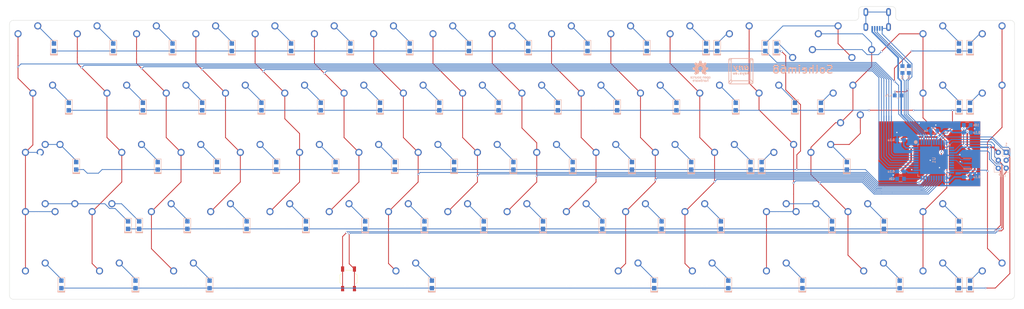
<source format=kicad_pcb>
(kicad_pcb (version 20200922) (generator pcbnew)
  (layers (0 "F.Cu" signal) (31 "B.Cu" signal) (34 "B.Paste" user) (35 "F.Paste" user) (36 "B.SilkS" user "B.Silkscreen") (37 "F.SilkS" user "F.Silkscreen") (38 "B.Mask" user) (39 "F.Mask" user) (44 "Edge.Cuts" user))
  (net 0 "")
  (net 1 "GND")
  (net 2 "row0")
  (net 3 "VCC")
  (net 4 "Net-(C108-Pad1)")
  (net 5 "col0")
  (net 6 "col1")
  (net 7 "col2")
  (net 8 "col3")
  (net 9 "col4")
  (net 10 "col5")
  (net 11 "col6")
  (net 12 "col7")
  (net 13 "col8")
  (net 14 "col9")
  (net 15 "col10")
  (net 16 "col11")
  (net 17 "col12")
  (net 18 "col13")
  (net 19 "col14")
  (net 20 "col15")
  (net 21 "D-")
  (net 22 "D+")
  (net 23 "RST")
  (net 24 "MOSI")
  (net 25 "SCK")
  (net 26 "MISO")
  (net 27 "Net-(R102-Pad1)")
  (net 28 "Net-(R103-Pad2)")
  (net 29 "Net-(R104-Pad2)")
  (net 30 "Net-(D1-Pad2)")
  (net 31 "Net-(D2-Pad2)")
  (net 32 "Net-(D3-Pad2)")
  (net 33 "Net-(D4-Pad2)")
  (net 34 "Net-(D5-Pad2)")
  (net 35 "Net-(D6-Pad2)")
  (net 36 "Net-(D7-Pad2)")
  (net 37 "Net-(D8-Pad2)")
  (net 38 "Net-(D9-Pad2)")
  (net 39 "Net-(D10-Pad2)")
  (net 40 "Net-(D11-Pad2)")
  (net 41 "Net-(D12-Pad2)")
  (net 42 "Net-(D13-Pad2)")
  (net 43 "Net-(D14-Pad2)")
  (net 44 "Net-(D15-Pad2)")
  (net 45 "Net-(D16-Pad2)")
  (net 46 "Net-(D17-Pad2)")
  (net 47 "Net-(D18-Pad2)")
  (net 48 "Net-(D19-Pad2)")
  (net 49 "Net-(D20-Pad2)")
  (net 50 "Net-(D21-Pad2)")
  (net 51 "Net-(D22-Pad2)")
  (net 52 "Net-(D23-Pad2)")
  (net 53 "Net-(D24-Pad2)")
  (net 54 "Net-(D25-Pad2)")
  (net 55 "Net-(D26-Pad2)")
  (net 56 "Net-(D27-Pad2)")
  (net 57 "Net-(D28-Pad2)")
  (net 58 "Net-(D29-Pad2)")
  (net 59 "Net-(D30-Pad2)")
  (net 60 "Net-(D31-Pad2)")
  (net 61 "Net-(D32-Pad2)")
  (net 62 "Net-(D33-Pad2)")
  (net 63 "Net-(D34-Pad2)")
  (net 64 "Net-(D35-Pad2)")
  (net 65 "Net-(D36-Pad2)")
  (net 66 "Net-(D37-Pad2)")
  (net 67 "Net-(D38-Pad2)")
  (net 68 "Net-(D39-Pad2)")
  (net 69 "Net-(D40-Pad2)")
  (net 70 "Net-(D41-Pad2)")
  (net 71 "Net-(D42-Pad2)")
  (net 72 "Net-(D43-Pad2)")
  (net 73 "Net-(D44-Pad2)")
  (net 74 "Net-(D46-Pad2)")
  (net 75 "Net-(D49-Pad2)")
  (net 76 "Net-(D51-Pad2)")
  (net 77 "Net-(D52-Pad2)")
  (net 78 "Net-(D53-Pad2)")
  (net 79 "Net-(D54-Pad2)")
  (net 80 "Net-(D55-Pad2)")
  (net 81 "Net-(D56-Pad2)")
  (net 82 "Net-(D57-Pad2)")
  (net 83 "Net-(D58-Pad2)")
  (net 84 "Net-(D59-Pad2)")
  (net 85 "Net-(D60-Pad2)")
  (net 86 "Net-(D62-Pad2)")
  (net 87 "Net-(D63-Pad2)")
  (net 88 "Net-(D65-Pad2)")
  (net 89 "Net-(D66-Pad2)")
  (net 90 "Net-(D67-Pad2)")
  (net 91 "Net-(D71-Pad2)")
  (net 92 "Net-(D75-Pad2)")
  (net 93 "Net-(D76-Pad2)")
  (net 94 "Net-(D77-Pad2)")
  (net 95 "Net-(D78-Pad2)")
  (net 96 "Net-(D79-Pad2)")
  (net 97 "Net-(D80-Pad2)")
  (net 98 "row1")
  (net 99 "Net-(D45-Pad2)")
  (net 100 "Net-(D50-Pad2)")
  (net 101 "Net-(D61-Pad2)")
  (net 102 "Net-(U1-Pad16)")
  (net 103 "Net-(U1-Pad17)")
  (net 104 "Net-(D47-Pad2)")
  (module "Buttons_Switches_SMD:SW_SPST_TL3342" (layer "F.Cu") (at 111.918844 85.725072 90)
    (fp_text reference "SW1" hide)
    (fp_text value "SW_Push")
    (pad "1" smd rect (at -3.15 -1.9 90) (size 1.7 1) (layers "F.Cu" "F.Paste" "F.Mask") (net 1 "GND"))
    (pad "1" smd rect (at 3.15 -1.9 90) (size 1.7 1) (layers "F.Cu" "F.Paste" "F.Mask") (net 1 "GND"))
    (pad "2" smd rect (at -3.15 1.9 90) (size 1.7 1) (layers "F.Cu" "F.Paste" "F.Mask") (net 23 "RST"))
    (pad "2" smd rect (at 3.15 1.9 90) (size 1.7 1) (layers "F.Cu" "F.Paste" "F.Mask") (net 23 "RST"))
  )
  (module "Keeb_switches:CHERRY_PLATE_125H" (layer "F.Cu") (at 11.90626 47.62504)
    (fp_text reference "K33-1" hide)
    (fp_text value "KEYSW" hide)
    (pad "1" thru_hole circle (at 2.54 -5.08) (size 2.286 2.286) (drill 1.4986) (layers *.Cu *.Mask) (net 62 "Net-(D33-Pad2)"))
    (pad "2" thru_hole circle (at -3.81 -2.54) (size 2.286 2.286) (drill 1.4986) (layers *.Cu *.Mask) (net 5 "col0"))
    (pad "HOLE" np_thru_hole circle (at -5.08 0) (size 1.7018 1.7018) (drill 1.7018) (layers *.Cu *.Mask))
    (pad "HOLE" np_thru_hole circle (at 0 0) (size 3.9878 3.9878) (drill 3.9878) (layers *.Cu *.Mask))
    (pad "HOLE" np_thru_hole circle (at 5.08 0) (size 1.7018 1.7018) (drill 1.7018) (layers *.Cu *.Mask))
  )
  (module "Keeb_switches:CHERRY_PLATE_100H" (layer "F.Cu") (at 9.525 9.525)
    (fp_text reference "K1" hide)
    (fp_text value "KEYSW" hide)
    (pad "1" thru_hole circle (at 2.54 -5.08) (size 2.286 2.286) (drill 1.4986) (layers *.Cu *.Mask) (net 30 "Net-(D1-Pad2)"))
    (pad "2" thru_hole circle (at -3.81 -2.54) (size 2.286 2.286) (drill 1.4986) (layers *.Cu *.Mask) (net 5 "col0"))
    (pad "HOLE" np_thru_hole circle (at 5.08 0) (size 1.7018 1.7018) (drill 1.7018) (layers *.Cu *.Mask))
    (pad "HOLE" np_thru_hole circle (at -5.08 0) (size 1.7018 1.7018) (drill 1.7018) (layers *.Cu *.Mask))
    (pad "HOLE" np_thru_hole circle (at 0 0) (size 3.9878 3.9878) (drill 3.9878) (layers *.Cu *.Mask))
  )
  (module "Keeb_switches:CHERRY_PLATE_100H" (layer "F.Cu") (at 28.575 9.525)
    (fp_text reference "K2" hide)
    (fp_text value "KEYSW" hide)
    (pad "1" thru_hole circle (at 2.54 -5.08) (size 2.286 2.286) (drill 1.4986) (layers *.Cu *.Mask) (net 31 "Net-(D2-Pad2)"))
    (pad "2" thru_hole circle (at -3.81 -2.54) (size 2.286 2.286) (drill 1.4986) (layers *.Cu *.Mask) (net 6 "col1"))
    (pad "HOLE" np_thru_hole circle (at 5.08 0) (size 1.7018 1.7018) (drill 1.7018) (layers *.Cu *.Mask))
    (pad "HOLE" np_thru_hole circle (at 0 0) (size 3.9878 3.9878) (drill 3.9878) (layers *.Cu *.Mask))
    (pad "HOLE" np_thru_hole circle (at -5.08 0) (size 1.7018 1.7018) (drill 1.7018) (layers *.Cu *.Mask))
  )
  (module "Keeb_switches:CHERRY_PLATE_100H" (layer "F.Cu") (at 47.625 9.525)
    (fp_text reference "K3" hide)
    (fp_text value "KEYSW" hide)
    (pad "1" thru_hole circle (at 2.54 -5.08) (size 2.286 2.286) (drill 1.4986) (layers *.Cu *.Mask) (net 32 "Net-(D3-Pad2)"))
    (pad "2" thru_hole circle (at -3.81 -2.54) (size 2.286 2.286) (drill 1.4986) (layers *.Cu *.Mask) (net 7 "col2"))
    (pad "HOLE" np_thru_hole circle (at 0 0) (size 3.9878 3.9878) (drill 3.9878) (layers *.Cu *.Mask))
    (pad "HOLE" np_thru_hole circle (at 5.08 0) (size 1.7018 1.7018) (drill 1.7018) (layers *.Cu *.Mask))
    (pad "HOLE" np_thru_hole circle (at -5.08 0) (size 1.7018 1.7018) (drill 1.7018) (layers *.Cu *.Mask))
  )
  (module "Keeb_switches:CHERRY_PLATE_100H" (layer "F.Cu") (at 66.675 9.525)
    (fp_text reference "K4" hide)
    (fp_text value "KEYSW" hide)
    (pad "1" thru_hole circle (at 2.54 -5.08) (size 2.286 2.286) (drill 1.4986) (layers *.Cu *.Mask) (net 33 "Net-(D4-Pad2)"))
    (pad "2" thru_hole circle (at -3.81 -2.54) (size 2.286 2.286) (drill 1.4986) (layers *.Cu *.Mask) (net 8 "col3"))
    (pad "HOLE" np_thru_hole circle (at -5.08 0) (size 1.7018 1.7018) (drill 1.7018) (layers *.Cu *.Mask))
    (pad "HOLE" np_thru_hole circle (at 5.08 0) (size 1.7018 1.7018) (drill 1.7018) (layers *.Cu *.Mask))
    (pad "HOLE" np_thru_hole circle (at 0 0) (size 3.9878 3.9878) (drill 3.9878) (layers *.Cu *.Mask))
  )
  (module "Keeb_switches:CHERRY_PLATE_100H" (layer "F.Cu") (at 85.725 9.525)
    (fp_text reference "K5" hide)
    (fp_text value "KEYSW" hide)
    (pad "1" thru_hole circle (at 2.54 -5.08) (size 2.286 2.286) (drill 1.4986) (layers *.Cu *.Mask) (net 34 "Net-(D5-Pad2)"))
    (pad "2" thru_hole circle (at -3.81 -2.54) (size 2.286 2.286) (drill 1.4986) (layers *.Cu *.Mask) (net 9 "col4"))
    (pad "HOLE" np_thru_hole circle (at 0 0) (size 3.9878 3.9878) (drill 3.9878) (layers *.Cu *.Mask))
    (pad "HOLE" np_thru_hole circle (at -5.08 0) (size 1.7018 1.7018) (drill 1.7018) (layers *.Cu *.Mask))
    (pad "HOLE" np_thru_hole circle (at 5.08 0) (size 1.7018 1.7018) (drill 1.7018) (layers *.Cu *.Mask))
  )
  (module "Keeb_switches:CHERRY_PLATE_100H" (layer "F.Cu") (at 104.775 9.525)
    (fp_text reference "K6" hide)
    (fp_text value "KEYSW" hide)
    (pad "1" thru_hole circle (at 2.54 -5.08) (size 2.286 2.286) (drill 1.4986) (layers *.Cu *.Mask) (net 35 "Net-(D6-Pad2)"))
    (pad "2" thru_hole circle (at -3.81 -2.54) (size 2.286 2.286) (drill 1.4986) (layers *.Cu *.Mask) (net 10 "col5"))
    (pad "HOLE" np_thru_hole circle (at 0 0) (size 3.9878 3.9878) (drill 3.9878) (layers *.Cu *.Mask))
    (pad "HOLE" np_thru_hole circle (at -5.08 0) (size 1.7018 1.7018) (drill 1.7018) (layers *.Cu *.Mask))
    (pad "HOLE" np_thru_hole circle (at 5.08 0) (size 1.7018 1.7018) (drill 1.7018) (layers *.Cu *.Mask))
  )
  (module "Keeb_switches:CHERRY_PLATE_100H" (layer "F.Cu") (at 123.825 9.525)
    (fp_text reference "K7" hide)
    (fp_text value "KEYSW" hide)
    (pad "1" thru_hole circle (at 2.54 -5.08) (size 2.286 2.286) (drill 1.4986) (layers *.Cu *.Mask) (net 36 "Net-(D7-Pad2)"))
    (pad "2" thru_hole circle (at -3.81 -2.54) (size 2.286 2.286) (drill 1.4986) (layers *.Cu *.Mask) (net 11 "col6"))
    (pad "HOLE" np_thru_hole circle (at 0 0) (size 3.9878 3.9878) (drill 3.9878) (layers *.Cu *.Mask))
    (pad "HOLE" np_thru_hole circle (at -5.08 0) (size 1.7018 1.7018) (drill 1.7018) (layers *.Cu *.Mask))
    (pad "HOLE" np_thru_hole circle (at 5.08 0) (size 1.7018 1.7018) (drill 1.7018) (layers *.Cu *.Mask))
  )
  (module "Keeb_switches:CHERRY_PLATE_100H" (layer "F.Cu") (at 142.875 9.525)
    (fp_text reference "K8" hide)
    (fp_text value "KEYSW" hide)
    (pad "1" thru_hole circle (at 2.54 -5.08) (size 2.286 2.286) (drill 1.4986) (layers *.Cu *.Mask) (net 37 "Net-(D8-Pad2)"))
    (pad "2" thru_hole circle (at -3.81 -2.54) (size 2.286 2.286) (drill 1.4986) (layers *.Cu *.Mask) (net 12 "col7"))
    (pad "HOLE" np_thru_hole circle (at 0 0) (size 3.9878 3.9878) (drill 3.9878) (layers *.Cu *.Mask))
    (pad "HOLE" np_thru_hole circle (at 5.08 0) (size 1.7018 1.7018) (drill 1.7018) (layers *.Cu *.Mask))
    (pad "HOLE" np_thru_hole circle (at -5.08 0) (size 1.7018 1.7018) (drill 1.7018) (layers *.Cu *.Mask))
  )
  (module "Keeb_switches:CHERRY_PLATE_100H" (layer "F.Cu") (at 161.925 9.525)
    (fp_text reference "K9" hide)
    (fp_text value "KEYSW" hide)
    (pad "1" thru_hole circle (at 2.54 -5.08) (size 2.286 2.286) (drill 1.4986) (layers *.Cu *.Mask) (net 38 "Net-(D9-Pad2)"))
    (pad "2" thru_hole circle (at -3.81 -2.54) (size 2.286 2.286) (drill 1.4986) (layers *.Cu *.Mask) (net 13 "col8"))
    (pad "HOLE" np_thru_hole circle (at 5.08 0) (size 1.7018 1.7018) (drill 1.7018) (layers *.Cu *.Mask))
    (pad "HOLE" np_thru_hole circle (at 0 0) (size 3.9878 3.9878) (drill 3.9878) (layers *.Cu *.Mask))
    (pad "HOLE" np_thru_hole circle (at -5.08 0) (size 1.7018 1.7018) (drill 1.7018) (layers *.Cu *.Mask))
  )
  (module "Keeb_switches:CHERRY_PLATE_100H" (layer "F.Cu") (at 180.975 9.525)
    (fp_text reference "K10" hide)
    (fp_text value "KEYSW" hide)
    (pad "1" thru_hole circle (at 2.54 -5.08) (size 2.286 2.286) (drill 1.4986) (layers *.Cu *.Mask) (net 39 "Net-(D10-Pad2)"))
    (pad "2" thru_hole circle (at -3.81 -2.54) (size 2.286 2.286) (drill 1.4986) (layers *.Cu *.Mask) (net 14 "col9"))
    (pad "HOLE" np_thru_hole circle (at -5.08 0) (size 1.7018 1.7018) (drill 1.7018) (layers *.Cu *.Mask))
    (pad "HOLE" np_thru_hole circle (at 0 0) (size 3.9878 3.9878) (drill 3.9878) (layers *.Cu *.Mask))
    (pad "HOLE" np_thru_hole circle (at 5.08 0) (size 1.7018 1.7018) (drill 1.7018) (layers *.Cu *.Mask))
  )
  (module "Keeb_switches:CHERRY_PLATE_100H" (layer "F.Cu") (at 200.025 9.525)
    (fp_text reference "K11" hide)
    (fp_text value "KEYSW" hide)
    (pad "1" thru_hole circle (at 2.54 -5.08) (size 2.286 2.286) (drill 1.4986) (layers *.Cu *.Mask) (net 40 "Net-(D11-Pad2)"))
    (pad "2" thru_hole circle (at -3.81 -2.54) (size 2.286 2.286) (drill 1.4986) (layers *.Cu *.Mask) (net 15 "col10"))
    (pad "HOLE" np_thru_hole circle (at 0 0) (size 3.9878 3.9878) (drill 3.9878) (layers *.Cu *.Mask))
    (pad "HOLE" np_thru_hole circle (at -5.08 0) (size 1.7018 1.7018) (drill 1.7018) (layers *.Cu *.Mask))
    (pad "HOLE" np_thru_hole circle (at 5.08 0) (size 1.7018 1.7018) (drill 1.7018) (layers *.Cu *.Mask))
  )
  (module "Keeb_switches:CHERRY_PLATE_100H" (layer "F.Cu") (at 219.075 9.525)
    (fp_text reference "K12" hide)
    (fp_text value "KEYSW" hide)
    (pad "1" thru_hole circle (at 2.54 -5.08) (size 2.286 2.286) (drill 1.4986) (layers *.Cu *.Mask) (net 41 "Net-(D12-Pad2)"))
    (pad "2" thru_hole circle (at -3.81 -2.54) (size 2.286 2.286) (drill 1.4986) (layers *.Cu *.Mask) (net 16 "col11"))
    (pad "HOLE" np_thru_hole circle (at 5.08 0) (size 1.7018 1.7018) (drill 1.7018) (layers *.Cu *.Mask))
    (pad "HOLE" np_thru_hole circle (at -5.08 0) (size 1.7018 1.7018) (drill 1.7018) (layers *.Cu *.Mask))
    (pad "HOLE" np_thru_hole circle (at 0 0) (size 3.9878 3.9878) (drill 3.9878) (layers *.Cu *.Mask))
  )
  (module "Keeb_switches:CHERRY_PLATE_100H" (layer "F.Cu") (at 238.125 9.525)
    (fp_text reference "K13" hide)
    (fp_text value "KEYSW" hide)
    (pad "1" thru_hole circle (at 2.54 -5.08) (size 2.286 2.286) (drill 1.4986) (layers *.Cu *.Mask) (net 17 "col12"))
    (pad "2" thru_hole circle (at -3.81 -2.54) (size 2.286 2.286) (drill 1.4986) (layers *.Cu *.Mask) (net 42 "Net-(D13-Pad2)"))
    (pad "HOLE" np_thru_hole circle (at 0 0) (size 3.9878 3.9878) (drill 3.9878) (layers *.Cu *.Mask))
    (pad "HOLE" np_thru_hole circle (at -5.08 0) (size 1.7018 1.7018) (drill 1.7018) (layers *.Cu *.Mask))
    (pad "HOLE" np_thru_hole circle (at 5.08 0) (size 1.7018 1.7018) (drill 1.7018) (layers *.Cu *.Mask))
  )
  (module "Keeb_switches:CHERRY_PLATE_200H" (layer "F.Cu") (at 266.700224 9.525008)
    (fp_text reference "K14" hide)
    (fp_text value "KEYSW" hide)
    (pad "1" thru_hole circle (at 2.54 -5.08) (size 2.286 2.286) (drill 1.4986) (layers *.Cu *.Mask) (net 43 "Net-(D14-Pad2)"))
    (pad "2" thru_hole circle (at -3.81 -2.54) (size 2.286 2.286) (drill 1.4986) (layers *.Cu *.Mask) (net 18 "col13"))
    (pad "HOLE" np_thru_hole circle (at 0 0) (size 3.9878 3.9878) (drill 3.9878) (layers *.Cu *.Mask))
    (pad "HOLE" np_thru_hole circle (at 5.08 0) (size 1.7018 1.7018) (drill 1.7018) (layers *.Cu *.Mask))
    (pad "HOLE" np_thru_hole circle (at -5.08 0) (size 1.7018 1.7018) (drill 1.7018) (layers *.Cu *.Mask))
  )
  (module "Keeb_switches:CHERRY_PLATE_100H" (layer "F.Cu") (at 300.335156 9.525)
    (fp_text reference "K15" hide)
    (fp_text value "KEYSW" hide)
    (pad "1" thru_hole circle (at 2.54 -5.08) (size 2.286 2.286) (drill 1.4986) (layers *.Cu *.Mask) (net 44 "Net-(D15-Pad2)"))
    (pad "2" thru_hole circle (at -3.81 -2.54) (size 2.286 2.286) (drill 1.4986) (layers *.Cu *.Mask) (net 19 "col14"))
    (pad "HOLE" np_thru_hole circle (at 0 0) (size 3.9878 3.9878) (drill 3.9878) (layers *.Cu *.Mask))
    (pad "HOLE" np_thru_hole circle (at 5.08 0) (size 1.7018 1.7018) (drill 1.7018) (layers *.Cu *.Mask))
    (pad "HOLE" np_thru_hole circle (at -5.08 0) (size 1.7018 1.7018) (drill 1.7018) (layers *.Cu *.Mask))
  )
  (module "Keeb_switches:CHERRY_PLATE_100H" (layer "F.Cu") (at 319.385156 9.525)
    (fp_text reference "K16" hide)
    (fp_text value "KEYSW" hide)
    (pad "1" thru_hole circle (at 2.54 -5.08) (size 2.286 2.286) (drill 1.4986) (layers *.Cu *.Mask) (net 20 "col15"))
    (pad "2" thru_hole circle (at -3.81 -2.54) (size 2.286 2.286) (drill 1.4986) (layers *.Cu *.Mask) (net 45 "Net-(D16-Pad2)"))
    (pad "HOLE" np_thru_hole circle (at -5.08 0) (size 1.7018 1.7018) (drill 1.7018) (layers *.Cu *.Mask))
    (pad "HOLE" np_thru_hole circle (at 0 0) (size 3.9878 3.9878) (drill 3.9878) (layers *.Cu *.Mask))
    (pad "HOLE" np_thru_hole circle (at 5.08 0) (size 1.7018 1.7018) (drill 1.7018) (layers *.Cu *.Mask))
  )
  (module "Keeb_switches:CHERRY_PLATE_150H" (layer "F.Cu") (at 14.2875 28.575)
    (fp_text reference "K17" hide)
    (fp_text value "KEYSW" hide)
    (pad "1" thru_hole circle (at 2.54 -5.08) (size 2.286 2.286) (drill 1.4986) (layers *.Cu *.Mask) (net 46 "Net-(D17-Pad2)"))
    (pad "2" thru_hole circle (at -3.81 -2.54) (size 2.286 2.286) (drill 1.4986) (layers *.Cu *.Mask) (net 5 "col0"))
    (pad "HOLE" np_thru_hole circle (at 5.08 0) (size 1.7018 1.7018) (drill 1.7018) (layers *.Cu *.Mask))
    (pad "HOLE" np_thru_hole circle (at -5.08 0) (size 1.7018 1.7018) (drill 1.7018) (layers *.Cu *.Mask))
    (pad "HOLE" np_thru_hole circle (at 0 0) (size 3.9878 3.9878) (drill 3.9878) (layers *.Cu *.Mask))
  )
  (module "Keeb_switches:CHERRY_PLATE_100H" (layer "F.Cu") (at 38.1 28.575)
    (fp_text reference "K18" hide)
    (fp_text value "KEYSW" hide)
    (pad "1" thru_hole circle (at 2.54 -5.08) (size 2.286 2.286) (drill 1.4986) (layers *.Cu *.Mask) (net 47 "Net-(D18-Pad2)"))
    (pad "2" thru_hole circle (at -3.81 -2.54) (size 2.286 2.286) (drill 1.4986) (layers *.Cu *.Mask) (net 6 "col1"))
    (pad "HOLE" np_thru_hole circle (at 0 0) (size 3.9878 3.9878) (drill 3.9878) (layers *.Cu *.Mask))
    (pad "HOLE" np_thru_hole circle (at -5.08 0) (size 1.7018 1.7018) (drill 1.7018) (layers *.Cu *.Mask))
    (pad "HOLE" np_thru_hole circle (at 5.08 0) (size 1.7018 1.7018) (drill 1.7018) (layers *.Cu *.Mask))
  )
  (module "Keeb_switches:CHERRY_PLATE_100H" (layer "F.Cu") (at 57.15 28.575)
    (fp_text reference "K19" hide)
    (fp_text value "KEYSW" hide)
    (pad "1" thru_hole circle (at 2.54 -5.08) (size 2.286 2.286) (drill 1.4986) (layers *.Cu *.Mask) (net 48 "Net-(D19-Pad2)"))
    (pad "2" thru_hole circle (at -3.81 -2.54) (size 2.286 2.286) (drill 1.4986) (layers *.Cu *.Mask) (net 7 "col2"))
    (pad "HOLE" np_thru_hole circle (at -5.08 0) (size 1.7018 1.7018) (drill 1.7018) (layers *.Cu *.Mask))
    (pad "HOLE" np_thru_hole circle (at 5.08 0) (size 1.7018 1.7018) (drill 1.7018) (layers *.Cu *.Mask))
    (pad "HOLE" np_thru_hole circle (at 0 0) (size 3.9878 3.9878) (drill 3.9878) (layers *.Cu *.Mask))
  )
  (module "Keeb_switches:CHERRY_PLATE_100H" (layer "F.Cu") (at 76.2 28.575)
    (fp_text reference "K20" hide)
    (fp_text value "KEYSW" hide)
    (pad "1" thru_hole circle (at 2.54 -5.08) (size 2.286 2.286) (drill 1.4986) (layers *.Cu *.Mask) (net 49 "Net-(D20-Pad2)"))
    (pad "2" thru_hole circle (at -3.81 -2.54) (size 2.286 2.286) (drill 1.4986) (layers *.Cu *.Mask) (net 8 "col3"))
    (pad "HOLE" np_thru_hole circle (at 5.08 0) (size 1.7018 1.7018) (drill 1.7018) (layers *.Cu *.Mask))
    (pad "HOLE" np_thru_hole circle (at 0 0) (size 3.9878 3.9878) (drill 3.9878) (layers *.Cu *.Mask))
    (pad "HOLE" np_thru_hole circle (at -5.08 0) (size 1.7018 1.7018) (drill 1.7018) (layers *.Cu *.Mask))
  )
  (module "Keeb_switches:CHERRY_PLATE_100H" (layer "F.Cu") (at 95.25 28.575)
    (fp_text reference "K21" hide)
    (fp_text value "KEYSW" hide)
    (pad "1" thru_hole circle (at 2.54 -5.08) (size 2.286 2.286) (drill 1.4986) (layers *.Cu *.Mask) (net 50 "Net-(D21-Pad2)"))
    (pad "2" thru_hole circle (at -3.81 -2.54) (size 2.286 2.286) (drill 1.4986) (layers *.Cu *.Mask) (net 9 "col4"))
    (pad "HOLE" np_thru_hole circle (at 5.08 0) (size 1.7018 1.7018) (drill 1.7018) (layers *.Cu *.Mask))
    (pad "HOLE" np_thru_hole circle (at -5.08 0) (size 1.7018 1.7018) (drill 1.7018) (layers *.Cu *.Mask))
    (pad "HOLE" np_thru_hole circle (at 0 0) (size 3.9878 3.9878) (drill 3.9878) (layers *.Cu *.Mask))
  )
  (module "Keeb_switches:CHERRY_PLATE_100H" (layer "F.Cu") (at 114.3 28.575)
    (fp_text reference "K22" hide)
    (fp_text value "KEYSW" hide)
    (pad "1" thru_hole circle (at 2.54 -5.08) (size 2.286 2.286) (drill 1.4986) (layers *.Cu *.Mask) (net 51 "Net-(D22-Pad2)"))
    (pad "2" thru_hole circle (at -3.81 -2.54) (size 2.286 2.286) (drill 1.4986) (layers *.Cu *.Mask) (net 10 "col5"))
    (pad "HOLE" np_thru_hole circle (at 5.08 0) (size 1.7018 1.7018) (drill 1.7018) (layers *.Cu *.Mask))
    (pad "HOLE" np_thru_hole circle (at 0 0) (size 3.9878 3.9878) (drill 3.9878) (layers *.Cu *.Mask))
    (pad "HOLE" np_thru_hole circle (at -5.08 0) (size 1.7018 1.7018) (drill 1.7018) (layers *.Cu *.Mask))
  )
  (module "Keeb_switches:CHERRY_PLATE_100H" (layer "F.Cu") (at 133.35 28.575)
    (fp_text reference "K23" hide)
    (fp_text value "KEYSW" hide)
    (pad "1" thru_hole circle (at 2.54 -5.08) (size 2.286 2.286) (drill 1.4986) (layers *.Cu *.Mask) (net 52 "Net-(D23-Pad2)"))
    (pad "2" thru_hole circle (at -3.81 -2.54) (size 2.286 2.286) (drill 1.4986) (layers *.Cu *.Mask) (net 11 "col6"))
    (pad "HOLE" np_thru_hole circle (at -5.08 0) (size 1.7018 1.7018) (drill 1.7018) (layers *.Cu *.Mask))
    (pad "HOLE" np_thru_hole circle (at 5.08 0) (size 1.7018 1.7018) (drill 1.7018) (layers *.Cu *.Mask))
    (pad "HOLE" np_thru_hole circle (at 0 0) (size 3.9878 3.9878) (drill 3.9878) (layers *.Cu *.Mask))
  )
  (module "Keeb_switches:CHERRY_PLATE_100H" (layer "F.Cu") (at 152.4 28.575)
    (fp_text reference "K24" hide)
    (fp_text value "KEYSW" hide)
    (pad "1" thru_hole circle (at 2.54 -5.08) (size 2.286 2.286) (drill 1.4986) (layers *.Cu *.Mask) (net 53 "Net-(D24-Pad2)"))
    (pad "2" thru_hole circle (at -3.81 -2.54) (size 2.286 2.286) (drill 1.4986) (layers *.Cu *.Mask) (net 12 "col7"))
    (pad "HOLE" np_thru_hole circle (at 5.08 0) (size 1.7018 1.7018) (drill 1.7018) (layers *.Cu *.Mask))
    (pad "HOLE" np_thru_hole circle (at -5.08 0) (size 1.7018 1.7018) (drill 1.7018) (layers *.Cu *.Mask))
    (pad "HOLE" np_thru_hole circle (at 0 0) (size 3.9878 3.9878) (drill 3.9878) (layers *.Cu *.Mask))
  )
  (module "Keeb_switches:CHERRY_PLATE_100H" (layer "F.Cu") (at 171.45 28.575)
    (fp_text reference "K25" hide)
    (fp_text value "KEYSW" hide)
    (pad "1" thru_hole circle (at 2.54 -5.08) (size 2.286 2.286) (drill 1.4986) (layers *.Cu *.Mask) (net 54 "Net-(D25-Pad2)"))
    (pad "2" thru_hole circle (at -3.81 -2.54) (size 2.286 2.286) (drill 1.4986) (layers *.Cu *.Mask) (net 13 "col8"))
    (pad "HOLE" np_thru_hole circle (at -5.08 0) (size 1.7018 1.7018) (drill 1.7018) (layers *.Cu *.Mask))
    (pad "HOLE" np_thru_hole circle (at 0 0) (size 3.9878 3.9878) (drill 3.9878) (layers *.Cu *.Mask))
    (pad "HOLE" np_thru_hole circle (at 5.08 0) (size 1.7018 1.7018) (drill 1.7018) (layers *.Cu *.Mask))
  )
  (module "Keeb_switches:CHERRY_PLATE_100H" (layer "F.Cu") (at 190.50016 28.575024)
    (fp_text reference "K26" hide)
    (fp_text value "KEYSW" hide)
    (pad "1" thru_hole circle (at 2.54 -5.08) (size 2.286 2.286) (drill 1.4986) (layers *.Cu *.Mask) (net 55 "Net-(D26-Pad2)"))
    (pad "2" thru_hole circle (at -3.81 -2.54) (size 2.286 2.286) (drill 1.4986) (layers *.Cu *.Mask) (net 14 "col9"))
    (pad "HOLE" np_thru_hole circle (at -5.08 0) (size 1.7018 1.7018) (drill 1.7018) (layers *.Cu *.Mask))
    (pad "HOLE" np_thru_hole circle (at 0 0) (size 3.9878 3.9878) (drill 3.9878) (layers *.Cu *.Mask))
    (pad "HOLE" np_thru_hole circle (at 5.08 0) (size 1.7018 1.7018) (drill 1.7018) (layers *.Cu *.Mask))
  )
  (module "Keeb_switches:CHERRY_PLATE_100H" (layer "F.Cu") (at 209.55 28.575)
    (fp_text reference "K27" hide)
    (fp_text value "KEYSW" hide)
    (pad "1" thru_hole circle (at 2.54 -5.08) (size 2.286 2.286) (drill 1.4986) (layers *.Cu *.Mask) (net 56 "Net-(D27-Pad2)"))
    (pad "2" thru_hole circle (at -3.81 -2.54) (size 2.286 2.286) (drill 1.4986) (layers *.Cu *.Mask) (net 15 "col10"))
    (pad "HOLE" np_thru_hole circle (at 5.08 0) (size 1.7018 1.7018) (drill 1.7018) (layers *.Cu *.Mask))
    (pad "HOLE" np_thru_hole circle (at 0 0) (size 3.9878 3.9878) (drill 3.9878) (layers *.Cu *.Mask))
    (pad "HOLE" np_thru_hole circle (at -5.08 0) (size 1.7018 1.7018) (drill 1.7018) (layers *.Cu *.Mask))
  )
  (module "Keeb_switches:CHERRY_PLATE_100H" (layer "F.Cu") (at 228.6 28.575)
    (fp_text reference "K28" hide)
    (fp_text value "KEYSW" hide)
    (pad "1" thru_hole circle (at 2.54 -5.08) (size 2.286 2.286) (drill 1.4986) (layers *.Cu *.Mask) (net 57 "Net-(D28-Pad2)"))
    (pad "2" thru_hole circle (at -3.81 -2.54) (size 2.286 2.286) (drill 1.4986) (layers *.Cu *.Mask) (net 16 "col11"))
    (pad "HOLE" np_thru_hole circle (at -5.08 0) (size 1.7018 1.7018) (drill 1.7018) (layers *.Cu *.Mask))
    (pad "HOLE" np_thru_hole circle (at 0 0) (size 3.9878 3.9878) (drill 3.9878) (layers *.Cu *.Mask))
    (pad "HOLE" np_thru_hole circle (at 5.08 0) (size 1.7018 1.7018) (drill 1.7018) (layers *.Cu *.Mask))
  )
  (module "Keeb_switches:CHERRY_PLATE_100H" (layer "F.Cu") (at 247.65 28.575)
    (fp_text reference "K29" hide)
    (fp_text value "KEYSW" hide)
    (pad "1" thru_hole circle (at 2.54 -5.08) (size 2.286 2.286) (drill 1.4986) (layers *.Cu *.Mask) (net 58 "Net-(D29-Pad2)"))
    (pad "2" thru_hole circle (at -3.81 -2.54) (size 2.286 2.286) (drill 1.4986) (layers *.Cu *.Mask) (net 17 "col12"))
    (pad "HOLE" np_thru_hole circle (at -5.08 0) (size 1.7018 1.7018) (drill 1.7018) (layers *.Cu *.Mask))
    (pad "HOLE" np_thru_hole circle (at 0 0) (size 3.9878 3.9878) (drill 3.9878) (layers *.Cu *.Mask))
    (pad "HOLE" np_thru_hole circle (at 5.08 0) (size 1.7018 1.7018) (drill 1.7018) (layers *.Cu *.Mask))
  )
  (module "Keeb_switches:CHERRY_PLATE_150H" (layer "F.Cu") (at 271.4625 28.575)
    (fp_text reference "K30" hide)
    (fp_text value "KEYSW" hide)
    (pad "1" thru_hole circle (at 2.54 -5.08) (size 2.286 2.286) (drill 1.4986) (layers *.Cu *.Mask) (net 18 "col13"))
    (pad "2" thru_hole circle (at -3.81 -2.54) (size 2.286 2.286) (drill 1.4986) (layers *.Cu *.Mask) (net 59 "Net-(D30-Pad2)"))
    (pad "HOLE" np_thru_hole circle (at -5.08 0) (size 1.7018 1.7018) (drill 1.7018) (layers *.Cu *.Mask))
    (pad "HOLE" np_thru_hole circle (at 0 0) (size 3.9878 3.9878) (drill 3.9878) (layers *.Cu *.Mask))
    (pad "HOLE" np_thru_hole circle (at 5.08 0) (size 1.7018 1.7018) (drill 1.7018) (layers *.Cu *.Mask))
  )
  (module "Keeb_switches:CHERRY_PLATE_100H" (layer "F.Cu") (at 300.335156 28.575)
    (fp_text reference "K31" hide)
    (fp_text value "KEYSW" hide)
    (pad "1" thru_hole circle (at 2.54 -5.08) (size 2.286 2.286) (drill 1.4986) (layers *.Cu *.Mask) (net 60 "Net-(D31-Pad2)"))
    (pad "2" thru_hole circle (at -3.81 -2.54) (size 2.286 2.286) (drill 1.4986) (layers *.Cu *.Mask) (net 19 "col14"))
    (pad "HOLE" np_thru_hole circle (at -5.08 0) (size 1.7018 1.7018) (drill 1.7018) (layers *.Cu *.Mask))
    (pad "HOLE" np_thru_hole circle (at 5.08 0) (size 1.7018 1.7018) (drill 1.7018) (layers *.Cu *.Mask))
    (pad "HOLE" np_thru_hole circle (at 0 0) (size 3.9878 3.9878) (drill 3.9878) (layers *.Cu *.Mask))
  )
  (module "Keeb_switches:CHERRY_PLATE_100H" (layer "F.Cu") (at 319.385156 28.575)
    (fp_text reference "K32" hide)
    (fp_text value "KEYSW" hide)
    (pad "1" thru_hole circle (at 2.54 -5.08) (size 2.286 2.286) (drill 1.4986) (layers *.Cu *.Mask) (net 20 "col15"))
    (pad "2" thru_hole circle (at -3.81 -2.54) (size 2.286 2.286) (drill 1.4986) (layers *.Cu *.Mask) (net 61 "Net-(D32-Pad2)"))
    (pad "HOLE" np_thru_hole circle (at -5.08 0) (size 1.7018 1.7018) (drill 1.7018) (layers *.Cu *.Mask))
    (pad "HOLE" np_thru_hole circle (at 5.08 0) (size 1.7018 1.7018) (drill 1.7018) (layers *.Cu *.Mask))
    (pad "HOLE" np_thru_hole circle (at 0 0) (size 3.9878 3.9878) (drill 3.9878) (layers *.Cu *.Mask))
  )
  (module "Keeb_switches:CHERRY_PLATE_175H" (layer "F.Cu") (at 16.66875 47.625)
    (fp_text reference "K33" hide)
    (fp_text value "KEYSW" hide)
    (pad "1" thru_hole circle (at 2.54 -5.08) (size 2.286 2.286) (drill 1.4986) (layers *.Cu *.Mask) (net 62 "Net-(D33-Pad2)"))
    (pad "2" thru_hole circle (at -3.81 -2.54) (size 2.286 2.286) (drill 1.4986) (layers *.Cu *.Mask) (net 5 "col0"))
    (pad "HOLE" np_thru_hole circle (at -5.08 0) (size 1.7018 1.7018) (drill 1.7018) (layers *.Cu *.Mask))
    (pad "HOLE" np_thru_hole circle (at 0 0) (size 3.9878 3.9878) (drill 3.9878) (layers *.Cu *.Mask))
    (pad "HOLE" np_thru_hole circle (at 5.08 0) (size 1.7018 1.7018) (drill 1.7018) (layers *.Cu *.Mask))
  )
  (module "Keeb_switches:CHERRY_PLATE_100H" (layer "F.Cu") (at 42.8625 47.625)
    (fp_text reference "K34" hide)
    (fp_text value "KEYSW" hide)
    (pad "1" thru_hole circle (at 2.54 -5.08) (size 2.286 2.286) (drill 1.4986) (layers *.Cu *.Mask) (net 63 "Net-(D34-Pad2)"))
    (pad "2" thru_hole circle (at -3.81 -2.54) (size 2.286 2.286) (drill 1.4986) (layers *.Cu *.Mask) (net 6 "col1"))
    (pad "HOLE" np_thru_hole circle (at 5.08 0) (size 1.7018 1.7018) (drill 1.7018) (layers *.Cu *.Mask))
    (pad "HOLE" np_thru_hole circle (at 0 0) (size 3.9878 3.9878) (drill 3.9878) (layers *.Cu *.Mask))
    (pad "HOLE" np_thru_hole circle (at -5.08 0) (size 1.7018 1.7018) (drill 1.7018) (layers *.Cu *.Mask))
  )
  (module "Keeb_switches:CHERRY_PLATE_100H" (layer "F.Cu") (at 61.9125 47.625)
    (fp_text reference "K35" hide)
    (fp_text value "KEYSW" hide)
    (pad "1" thru_hole circle (at 2.54 -5.08) (size 2.286 2.286) (drill 1.4986) (layers *.Cu *.Mask) (net 64 "Net-(D35-Pad2)"))
    (pad "2" thru_hole circle (at -3.81 -2.54) (size 2.286 2.286) (drill 1.4986) (layers *.Cu *.Mask) (net 7 "col2"))
    (pad "HOLE" np_thru_hole circle (at 0 0) (size 3.9878 3.9878) (drill 3.9878) (layers *.Cu *.Mask))
    (pad "HOLE" np_thru_hole circle (at -5.08 0) (size 1.7018 1.7018) (drill 1.7018) (layers *.Cu *.Mask))
    (pad "HOLE" np_thru_hole circle (at 5.08 0) (size 1.7018 1.7018) (drill 1.7018) (layers *.Cu *.Mask))
  )
  (module "Keeb_switches:CHERRY_PLATE_100H" (layer "F.Cu") (at 80.9625 47.625)
    (fp_text reference "K36" hide)
    (fp_text value "KEYSW" hide)
    (pad "1" thru_hole circle (at 2.54 -5.08) (size 2.286 2.286) (drill 1.4986) (layers *.Cu *.Mask) (net 65 "Net-(D36-Pad2)"))
    (pad "2" thru_hole circle (at -3.81 -2.54) (size 2.286 2.286) (drill 1.4986) (layers *.Cu *.Mask) (net 8 "col3"))
    (pad "HOLE" np_thru_hole circle (at -5.08 0) (size 1.7018 1.7018) (drill 1.7018) (layers *.Cu *.Mask))
    (pad "HOLE" np_thru_hole circle (at 5.08 0) (size 1.7018 1.7018) (drill 1.7018) (layers *.Cu *.Mask))
    (pad "HOLE" np_thru_hole circle (at 0 0) (size 3.9878 3.9878) (drill 3.9878) (layers *.Cu *.Mask))
  )
  (module "Keeb_switches:CHERRY_PLATE_100H" (layer "F.Cu") (at 100.0125 47.625)
    (fp_text reference "K37" hide)
    (fp_text value "KEYSW" hide)
    (pad "1" thru_hole circle (at 2.54 -5.08) (size 2.286 2.286) (drill 1.4986) (layers *.Cu *.Mask) (net 66 "Net-(D37-Pad2)"))
    (pad "2" thru_hole circle (at -3.81 -2.54) (size 2.286 2.286) (drill 1.4986) (layers *.Cu *.Mask) (net 9 "col4"))
    (pad "HOLE" np_thru_hole circle (at 0 0) (size 3.9878 3.9878) (drill 3.9878) (layers *.Cu *.Mask))
    (pad "HOLE" np_thru_hole circle (at -5.08 0) (size 1.7018 1.7018) (drill 1.7018) (layers *.Cu *.Mask))
    (pad "HOLE" np_thru_hole circle (at 5.08 0) (size 1.7018 1.7018) (drill 1.7018) (layers *.Cu *.Mask))
  )
  (module "Keeb_switches:CHERRY_PLATE_100H" (layer "F.Cu") (at 119.0625 47.625)
    (fp_text reference "K38" hide)
    (fp_text value "KEYSW" hide)
    (pad "1" thru_hole circle (at 2.54 -5.08) (size 2.286 2.286) (drill 1.4986) (layers *.Cu *.Mask) (net 67 "Net-(D38-Pad2)"))
    (pad "2" thru_hole circle (at -3.81 -2.54) (size 2.286 2.286) (drill 1.4986) (layers *.Cu *.Mask) (net 10 "col5"))
    (pad "HOLE" np_thru_hole circle (at 0 0) (size 3.9878 3.9878) (drill 3.9878) (layers *.Cu *.Mask))
    (pad "HOLE" np_thru_hole circle (at 5.08 0) (size 1.7018 1.7018) (drill 1.7018) (layers *.Cu *.Mask))
    (pad "HOLE" np_thru_hole circle (at -5.08 0) (size 1.7018 1.7018) (drill 1.7018) (layers *.Cu *.Mask))
  )
  (module "Keeb_switches:CHERRY_PLATE_100H" (layer "F.Cu") (at 138.1125 47.625)
    (fp_text reference "K39" hide)
    (fp_text value "KEYSW" hide)
    (pad "1" thru_hole circle (at 2.54 -5.08) (size 2.286 2.286) (drill 1.4986) (layers *.Cu *.Mask) (net 68 "Net-(D39-Pad2)"))
    (pad "2" thru_hole circle (at -3.81 -2.54) (size 2.286 2.286) (drill 1.4986) (layers *.Cu *.Mask) (net 11 "col6"))
    (pad "HOLE" np_thru_hole circle (at 5.08 0) (size 1.7018 1.7018) (drill 1.7018) (layers *.Cu *.Mask))
    (pad "HOLE" np_thru_hole circle (at 0 0) (size 3.9878 3.9878) (drill 3.9878) (layers *.Cu *.Mask))
    (pad "HOLE" np_thru_hole circle (at -5.08 0) (size 1.7018 1.7018) (drill 1.7018) (layers *.Cu *.Mask))
  )
  (module "Keeb_switches:CHERRY_PLATE_100H" (layer "F.Cu") (at 157.1625 47.625)
    (fp_text reference "K40" hide)
    (fp_text value "KEYSW" hide)
    (pad "1" thru_hole circle (at 2.54 -5.08) (size 2.286 2.286) (drill 1.4986) (layers *.Cu *.Mask) (net 69 "Net-(D40-Pad2)"))
    (pad "2" thru_hole circle (at -3.81 -2.54) (size 2.286 2.286) (drill 1.4986) (layers *.Cu *.Mask) (net 12 "col7"))
    (pad "HOLE" np_thru_hole circle (at 5.08 0) (size 1.7018 1.7018) (drill 1.7018) (layers *.Cu *.Mask))
    (pad "HOLE" np_thru_hole circle (at -5.08 0) (size 1.7018 1.7018) (drill 1.7018) (layers *.Cu *.Mask))
    (pad "HOLE" np_thru_hole circle (at 0 0) (size 3.9878 3.9878) (drill 3.9878) (layers *.Cu *.Mask))
  )
  (module "Keeb_switches:CHERRY_PLATE_100H" (layer "F.Cu") (at 176.2125 47.625)
    (fp_text reference "K41" hide)
    (fp_text value "KEYSW" hide)
    (pad "1" thru_hole circle (at 2.54 -5.08) (size 2.286 2.286) (drill 1.4986) (layers *.Cu *.Mask) (net 70 "Net-(D41-Pad2)"))
    (pad "2" thru_hole circle (at -3.81 -2.54) (size 2.286 2.286) (drill 1.4986) (layers *.Cu *.Mask) (net 13 "col8"))
    (pad "HOLE" np_thru_hole circle (at 5.08 0) (size 1.7018 1.7018) (drill 1.7018) (layers *.Cu *.Mask))
    (pad "HOLE" np_thru_hole circle (at -5.08 0) (size 1.7018 1.7018) (drill 1.7018) (layers *.Cu *.Mask))
    (pad "HOLE" np_thru_hole circle (at 0 0) (size 3.9878 3.9878) (drill 3.9878) (layers *.Cu *.Mask))
  )
  (module "Keeb_switches:CHERRY_PLATE_100H" (layer "F.Cu") (at 195.2625 47.625)
    (fp_text reference "K42" hide)
    (fp_text value "KEYSW" hide)
    (pad "1" thru_hole circle (at 2.54 -5.08) (size 2.286 2.286) (drill 1.4986) (layers *.Cu *.Mask) (net 71 "Net-(D42-Pad2)"))
    (pad "2" thru_hole circle (at -3.81 -2.54) (size 2.286 2.286) (drill 1.4986) (layers *.Cu *.Mask) (net 14 "col9"))
    (pad "HOLE" np_thru_hole circle (at 0 0) (size 3.9878 3.9878) (drill 3.9878) (layers *.Cu *.Mask))
    (pad "HOLE" np_thru_hole circle (at -5.08 0) (size 1.7018 1.7018) (drill 1.7018) (layers *.Cu *.Mask))
    (pad "HOLE" np_thru_hole circle (at 5.08 0) (size 1.7018 1.7018) (drill 1.7018) (layers *.Cu *.Mask))
  )
  (module "Keeb_switches:CHERRY_PLATE_100H" (layer "F.Cu") (at 214.3125 47.625)
    (fp_text reference "K43" hide)
    (fp_text value "KEYSW" hide)
    (pad "1" thru_hole circle (at 2.54 -5.08) (size 2.286 2.286) (drill 1.4986) (layers *.Cu *.Mask) (net 72 "Net-(D43-Pad2)"))
    (pad "2" thru_hole circle (at -3.81 -2.54) (size 2.286 2.286) (drill 1.4986) (layers *.Cu *.Mask) (net 15 "col10"))
    (pad "HOLE" np_thru_hole circle (at -5.08 0) (size 1.7018 1.7018) (drill 1.7018) (layers *.Cu *.Mask))
    (pad "HOLE" np_thru_hole circle (at 0 0) (size 3.9878 3.9878) (drill 3.9878) (layers *.Cu *.Mask))
    (pad "HOLE" np_thru_hole circle (at 5.08 0) (size 1.7018 1.7018) (drill 1.7018) (layers *.Cu *.Mask))
  )
  (module "Keeb_switches:CHERRY_PLATE_100H" (layer "F.Cu") (at 233.3625 47.625)
    (fp_text reference "K44" hide)
    (fp_text value "KEYSW" hide)
    (pad "1" thru_hole circle (at 2.54 -5.08) (size 2.286 2.286) (drill 1.4986) (layers *.Cu *.Mask) (net 73 "Net-(D44-Pad2)"))
    (pad "2" thru_hole circle (at -3.81 -2.54) (size 2.286 2.286) (drill 1.4986) (layers *.Cu *.Mask) (net 16 "col11"))
    (pad "HOLE" np_thru_hole circle (at 0 0) (size 3.9878 3.9878) (drill 3.9878) (layers *.Cu *.Mask))
    (pad "HOLE" np_thru_hole circle (at -5.08 0) (size 1.7018 1.7018) (drill 1.7018) (layers *.Cu *.Mask))
    (pad "HOLE" np_thru_hole circle (at 5.08 0) (size 1.7018 1.7018) (drill 1.7018) (layers *.Cu *.Mask))
  )
  (module "Keeb_switches:CHERRY_PLATE_225H" (layer "F.Cu") (at 264.31875 47.625)
    (fp_text reference "K46" hide)
    (fp_text value "KEYSW" hide)
    (pad "1" thru_hole circle (at 2.54 -5.08) (size 2.286 2.286) (drill 1.4986) (layers *.Cu *.Mask) (net 74 "Net-(D46-Pad2)"))
    (pad "2" thru_hole circle (at -3.81 -2.54) (size 2.286 2.286) (drill 1.4986) (layers *.Cu *.Mask) (net 18 "col13"))
    (pad "HOLE" np_thru_hole circle (at 5.08 0) (size 1.7018 1.7018) (drill 1.7018) (layers *.Cu *.Mask))
    (pad "HOLE" np_thru_hole circle (at 0 0) (size 3.9878 3.9878) (drill 3.9878) (layers *.Cu *.Mask))
    (pad "HOLE" np_thru_hole circle (at -5.08 0) (size 1.7018 1.7018) (drill 1.7018) (layers *.Cu *.Mask))
  )
  (module "Keeb_switches:CHERRY_PLATE_225H" (layer "F.Cu") (at 21.43125 66.675)
    (fp_text reference "K49" hide)
    (fp_text value "KEYSW" hide)
    (pad "1" thru_hole circle (at 2.54 -5.08) (size 2.286 2.286) (drill 1.4986) (layers *.Cu *.Mask) (net 75 "Net-(D49-Pad2)"))
    (pad "2" thru_hole circle (at -3.81 -2.54) (size 2.286 2.286) (drill 1.4986) (layers *.Cu *.Mask) (net 5 "col0"))
    (pad "HOLE" np_thru_hole circle (at 5.08 0) (size 1.7018 1.7018) (drill 1.7018) (layers *.Cu *.Mask))
    (pad "HOLE" np_thru_hole circle (at 0 0) (size 3.9878 3.9878) (drill 3.9878) (layers *.Cu *.Mask))
    (pad "HOLE" np_thru_hole circle (at -5.08 0) (size 1.7018 1.7018) (drill 1.7018) (layers *.Cu *.Mask))
  )
  (module "Keeb_switches:CHERRY_PLATE_100H" (layer "F.Cu") (at 52.3875 66.675)
    (fp_text reference "K51" hide)
    (fp_text value "KEYSW" hide)
    (pad "1" thru_hole circle (at 2.54 -5.08) (size 2.286 2.286) (drill 1.4986) (layers *.Cu *.Mask) (net 76 "Net-(D51-Pad2)"))
    (pad "2" thru_hole circle (at -3.81 -2.54) (size 2.286 2.286) (drill 1.4986) (layers *.Cu *.Mask) (net 7 "col2"))
    (pad "HOLE" np_thru_hole circle (at 5.08 0) (size 1.7018 1.7018) (drill 1.7018) (layers *.Cu *.Mask))
    (pad "HOLE" np_thru_hole circle (at 0 0) (size 3.9878 3.9878) (drill 3.9878) (layers *.Cu *.Mask))
    (pad "HOLE" np_thru_hole circle (at -5.08 0) (size 1.7018 1.7018) (drill 1.7018) (layers *.Cu *.Mask))
  )
  (module "Keeb_switches:CHERRY_PLATE_100H" (layer "F.Cu") (at 71.4375 66.675)
    (fp_text reference "K52" hide)
    (fp_text value "KEYSW" hide)
    (pad "1" thru_hole circle (at 2.54 -5.08) (size 2.286 2.286) (drill 1.4986) (layers *.Cu *.Mask) (net 77 "Net-(D52-Pad2)"))
    (pad "2" thru_hole circle (at -3.81 -2.54) (size 2.286 2.286) (drill 1.4986) (layers *.Cu *.Mask) (net 8 "col3"))
    (pad "HOLE" np_thru_hole circle (at 0 0) (size 3.9878 3.9878) (drill 3.9878) (layers *.Cu *.Mask))
    (pad "HOLE" np_thru_hole circle (at -5.08 0) (size 1.7018 1.7018) (drill 1.7018) (layers *.Cu *.Mask))
    (pad "HOLE" np_thru_hole circle (at 5.08 0) (size 1.7018 1.7018) (drill 1.7018) (layers *.Cu *.Mask))
  )
  (module "Keeb_switches:CHERRY_PLATE_100H" (layer "F.Cu") (at 90.4875 66.675)
    (fp_text reference "K53" hide)
    (fp_text value "KEYSW" hide)
    (pad "1" thru_hole circle (at 2.54 -5.08) (size 2.286 2.286) (drill 1.4986) (layers *.Cu *.Mask) (net 78 "Net-(D53-Pad2)"))
    (pad "2" thru_hole circle (at -3.81 -2.54) (size 2.286 2.286) (drill 1.4986) (layers *.Cu *.Mask) (net 9 "col4"))
    (pad "HOLE" np_thru_hole circle (at -5.08 0) (size 1.7018 1.7018) (drill 1.7018) (layers *.Cu *.Mask))
    (pad "HOLE" np_thru_hole circle (at 5.08 0) (size 1.7018 1.7018) (drill 1.7018) (layers *.Cu *.Mask))
    (pad "HOLE" np_thru_hole circle (at 0 0) (size 3.9878 3.9878) (drill 3.9878) (layers *.Cu *.Mask))
  )
  (module "Keeb_switches:CHERRY_PLATE_100H" (layer "F.Cu") (at 109.5375 66.675)
    (fp_text reference "K54" hide)
    (fp_text value "KEYSW" hide)
    (pad "1" thru_hole circle (at 2.54 -5.08) (size 2.286 2.286) (drill 1.4986) (layers *.Cu *.Mask) (net 79 "Net-(D54-Pad2)"))
    (pad "2" thru_hole circle (at -3.81 -2.54) (size 2.286 2.286) (drill 1.4986) (layers *.Cu *.Mask) (net 10 "col5"))
    (pad "HOLE" np_thru_hole circle (at -5.08 0) (size 1.7018 1.7018) (drill 1.7018) (layers *.Cu *.Mask))
    (pad "HOLE" np_thru_hole circle (at 0 0) (size 3.9878 3.9878) (drill 3.9878) (layers *.Cu *.Mask))
    (pad "HOLE" np_thru_hole circle (at 5.08 0) (size 1.7018 1.7018) (drill 1.7018) (layers *.Cu *.Mask))
  )
  (module "Keeb_switches:CHERRY_PLATE_100H" (layer "F.Cu") (at 128.5875 66.675)
    (fp_text reference "K55" hide)
    (fp_text value "KEYSW" hide)
    (pad "1" thru_hole circle (at 2.54 -5.08) (size 2.286 2.286) (drill 1.4986) (layers *.Cu *.Mask) (net 80 "Net-(D55-Pad2)"))
    (pad "2" thru_hole circle (at -3.81 -2.54) (size 2.286 2.286) (drill 1.4986) (layers *.Cu *.Mask) (net 11 "col6"))
    (pad "HOLE" np_thru_hole circle (at -5.08 0) (size 1.7018 1.7018) (drill 1.7018) (layers *.Cu *.Mask))
    (pad "HOLE" np_thru_hole circle (at 5.08 0) (size 1.7018 1.7018) (drill 1.7018) (layers *.Cu *.Mask))
    (pad "HOLE" np_thru_hole circle (at 0 0) (size 3.9878 3.9878) (drill 3.9878) (layers *.Cu *.Mask))
  )
  (module "Keeb_switches:CHERRY_PLATE_100H" (layer "F.Cu") (at 147.6375 66.675)
    (fp_text reference "K56" hide)
    (fp_text value "KEYSW" hide)
    (pad "1" thru_hole circle (at 2.54 -5.08) (size 2.286 2.286) (drill 1.4986) (layers *.Cu *.Mask) (net 81 "Net-(D56-Pad2)"))
    (pad "2" thru_hole circle (at -3.81 -2.54) (size 2.286 2.286) (drill 1.4986) (layers *.Cu *.Mask) (net 12 "col7"))
    (pad "HOLE" np_thru_hole circle (at 5.08 0) (size 1.7018 1.7018) (drill 1.7018) (layers *.Cu *.Mask))
    (pad "HOLE" np_thru_hole circle (at 0 0) (size 3.9878 3.9878) (drill 3.9878) (layers *.Cu *.Mask))
    (pad "HOLE" np_thru_hole circle (at -5.08 0) (size 1.7018 1.7018) (drill 1.7018) (layers *.Cu *.Mask))
  )
  (module "Keeb_switches:CHERRY_PLATE_100H" (layer "F.Cu") (at 166.6875 66.675)
    (fp_text reference "K57" hide)
    (fp_text value "KEYSW" hide)
    (pad "1" thru_hole circle (at 2.54 -5.08) (size 2.286 2.286) (drill 1.4986) (layers *.Cu *.Mask) (net 82 "Net-(D57-Pad2)"))
    (pad "2" thru_hole circle (at -3.81 -2.54) (size 2.286 2.286) (drill 1.4986) (layers *.Cu *.Mask) (net 13 "col8"))
    (pad "HOLE" np_thru_hole circle (at -5.08 0) (size 1.7018 1.7018) (drill 1.7018) (layers *.Cu *.Mask))
    (pad "HOLE" np_thru_hole circle (at 0 0) (size 3.9878 3.9878) (drill 3.9878) (layers *.Cu *.Mask))
    (pad "HOLE" np_thru_hole circle (at 5.08 0) (size 1.7018 1.7018) (drill 1.7018) (layers *.Cu *.Mask))
  )
  (module "Keeb_switches:CHERRY_PLATE_100H" (layer "F.Cu") (at 185.7375 66.675)
    (fp_text reference "K58" hide)
    (fp_text value "KEYSW" hide)
    (pad "1" thru_hole circle (at 2.54 -5.08) (size 2.286 2.286) (drill 1.4986) (layers *.Cu *.Mask) (net 83 "Net-(D58-Pad2)"))
    (pad "2" thru_hole circle (at -3.81 -2.54) (size 2.286 2.286) (drill 1.4986) (layers *.Cu *.Mask) (net 14 "col9"))
    (pad "HOLE" np_thru_hole circle (at 0 0) (size 3.9878 3.9878) (drill 3.9878) (layers *.Cu *.Mask))
    (pad "HOLE" np_thru_hole circle (at -5.08 0) (size 1.7018 1.7018) (drill 1.7018) (layers *.Cu *.Mask))
    (pad "HOLE" np_thru_hole circle (at 5.08 0) (size 1.7018 1.7018) (drill 1.7018) (layers *.Cu *.Mask))
  )
  (module "Keeb_switches:CHERRY_PLATE_100H" (layer "F.Cu") (at 204.7875 66.675)
    (fp_text reference "K59" hide)
    (fp_text value "KEYSW" hide)
    (pad "1" thru_hole circle (at 2.54 -5.08) (size 2.286 2.286) (drill 1.4986) (layers *.Cu *.Mask) (net 84 "Net-(D59-Pad2)"))
    (pad "2" thru_hole circle (at -3.81 -2.54) (size 2.286 2.286) (drill 1.4986) (layers *.Cu *.Mask) (net 15 "col10"))
    (pad "HOLE" np_thru_hole circle (at 0 0) (size 3.9878 3.9878) (drill 3.9878) (layers *.Cu *.Mask))
    (pad "HOLE" np_thru_hole circle (at 5.08 0) (size 1.7018 1.7018) (drill 1.7018) (layers *.Cu *.Mask))
    (pad "HOLE" np_thru_hole circle (at -5.08 0) (size 1.7018 1.7018) (drill 1.7018) (layers *.Cu *.Mask))
  )
  (module "Keeb_switches:CHERRY_PLATE_100H" (layer "F.Cu") (at 223.8375 66.675)
    (fp_text reference "K60" hide)
    (fp_text value "KEYSW" hide)
    (pad "1" thru_hole circle (at 2.54 -5.08) (size 2.286 2.286) (drill 1.4986) (layers *.Cu *.Mask) (net 85 "Net-(D60-Pad2)"))
    (pad "2" thru_hole circle (at -3.81 -2.54) (size 2.286 2.286) (drill 1.4986) (layers *.Cu *.Mask) (net 16 "col11"))
    (pad "HOLE" np_thru_hole circle (at 5.08 0) (size 1.7018 1.7018) (drill 1.7018) (layers *.Cu *.Mask))
    (pad "HOLE" np_thru_hole circle (at -5.08 0) (size 1.7018 1.7018) (drill 1.7018) (layers *.Cu *.Mask))
    (pad "HOLE" np_thru_hole circle (at 0 0) (size 3.9878 3.9878) (drill 3.9878) (layers *.Cu *.Mask))
  )
  (module "Keeb_switches:CHERRY_PLATE_275H" (layer "F.Cu") (at 259.55625 66.675)
    (fp_text reference "K61" hide)
    (fp_text value "KEYSW" hide)
    (pad "1" thru_hole circle (at 2.54 -5.08) (size 2.286 2.286) (drill 1.4986) (layers *.Cu *.Mask) (net 101 "Net-(D61-Pad2)"))
    (pad "2" thru_hole circle (at -3.81 -2.54) (size 2.286 2.286) (drill 1.4986) (layers *.Cu *.Mask) (net 17 "col12"))
    (pad "HOLE" np_thru_hole circle (at -5.08 0) (size 1.7018 1.7018) (drill 1.7018) (layers *.Cu *.Mask))
    (pad "HOLE" np_thru_hole circle (at 5.08 0) (size 1.7018 1.7018) (drill 1.7018) (layers *.Cu *.Mask))
    (pad "HOLE" np_thru_hole circle (at 0 0) (size 3.9878 3.9878) (drill 3.9878) (layers *.Cu *.Mask))
  )
  (module "Keeb_switches:CHERRY_PLATE_100H" (layer "F.Cu") (at 300.335156 66.675)
    (fp_text reference "K63" hide)
    (fp_text value "KEYSW" hide)
    (pad "1" thru_hole circle (at 2.54 -5.08) (size 2.286 2.286) (drill 1.4986) (layers *.Cu *.Mask) (net 87 "Net-(D63-Pad2)"))
    (pad "2" thru_hole circle (at -3.81 -2.54) (size 2.286 2.286) (drill 1.4986) (layers *.Cu *.Mask) (net 19 "col14"))
    (pad "HOLE" np_thru_hole circle (at 0 0) (size 3.9878 3.9878) (drill 3.9878) (layers *.Cu *.Mask))
    (pad "HOLE" np_thru_hole circle (at 5.08 0) (size 1.7018 1.7018) (drill 1.7018) (layers *.Cu *.Mask))
    (pad "HOLE" np_thru_hole circle (at -5.08 0) (size 1.7018 1.7018) (drill 1.7018) (layers *.Cu *.Mask))
  )
  (module "Keeb_switches:CHERRY_PLATE_125H" (layer "F.Cu") (at 11.90625 85.725)
    (fp_text reference "K65" hide)
    (fp_text value "KEYSW" hide)
    (pad "1" thru_hole circle (at 2.54 -5.08) (size 2.286 2.286) (drill 1.4986) (layers *.Cu *.Mask) (net 88 "Net-(D65-Pad2)"))
    (pad "2" thru_hole circle (at -3.81 -2.54) (size 2.286 2.286) (drill 1.4986) (layers *.Cu *.Mask) (net 5 "col0"))
    (pad "HOLE" np_thru_hole circle (at -5.08 0) (size 1.7018 1.7018) (drill 1.7018) (layers *.Cu *.Mask))
    (pad "HOLE" np_thru_hole circle (at 5.08 0) (size 1.7018 1.7018) (drill 1.7018) (layers *.Cu *.Mask))
    (pad "HOLE" np_thru_hole circle (at 0 0) (size 3.9878 3.9878) (drill 3.9878) (layers *.Cu *.Mask))
  )
  (module "Keeb_switches:CHERRY_PLATE_125H" (layer "F.Cu") (at 35.71875 85.725)
    (fp_text reference "K66" hide)
    (fp_text value "KEYSW" hide)
    (pad "1" thru_hole circle (at 2.54 -5.08) (size 2.286 2.286) (drill 1.4986) (layers *.Cu *.Mask) (net 89 "Net-(D66-Pad2)"))
    (pad "2" thru_hole circle (at -3.81 -2.54) (size 2.286 2.286) (drill 1.4986) (layers *.Cu *.Mask) (net 6 "col1"))
    (pad "HOLE" np_thru_hole circle (at 0 0) (size 3.9878 3.9878) (drill 3.9878) (layers *.Cu *.Mask))
    (pad "HOLE" np_thru_hole circle (at -5.08 0) (size 1.7018 1.7018) (drill 1.7018) (layers *.Cu *.Mask))
    (pad "HOLE" np_thru_hole circle (at 5.08 0) (size 1.7018 1.7018) (drill 1.7018) (layers *.Cu *.Mask))
  )
  (module "Keeb_switches:CHERRY_PLATE_125H" (layer "F.Cu") (at 59.53125 85.725)
    (fp_text reference "K67" hide)
    (fp_text value "KEYSW" hide)
    (pad "1" thru_hole circle (at 2.54 -5.08) (size 2.286 2.286) (drill 1.4986) (layers *.Cu *.Mask) (net 90 "Net-(D67-Pad2)"))
    (pad "2" thru_hole circle (at -3.81 -2.54) (size 2.286 2.286) (drill 1.4986) (layers *.Cu *.Mask) (net 7 "col2"))
    (pad "HOLE" np_thru_hole circle (at -5.08 0) (size 1.7018 1.7018) (drill 1.7018) (layers *.Cu *.Mask))
    (pad "HOLE" np_thru_hole circle (at 0 0) (size 3.9878 3.9878) (drill 3.9878) (layers *.Cu *.Mask))
    (pad "HOLE" np_thru_hole circle (at 5.08 0) (size 1.7018 1.7018) (drill 1.7018) (layers *.Cu *.Mask))
  )
  (module "Keeb_switches:CHERRY_PLATE_625H" (layer "F.Cu") (at 130.96875 85.725)
    (fp_text reference "K71" hide)
    (fp_text value "KEYSW" hide)
    (pad "1" thru_hole circle (at 2.54 -5.08) (size 2.286 2.286) (drill 1.4986) (layers *.Cu *.Mask) (net 91 "Net-(D71-Pad2)"))
    (pad "2" thru_hole circle (at -3.81 -2.54) (size 2.286 2.286) (drill 1.4986) (layers *.Cu *.Mask) (net 11 "col6"))
    (pad "HOLE" np_thru_hole circle (at 5.08 0) (size 1.7018 1.7018) (drill 1.7018) (layers *.Cu *.Mask))
    (pad "HOLE" np_thru_hole circle (at 0 0) (size 3.9878 3.9878) (drill 3.9878) (layers *.Cu *.Mask))
    (pad "HOLE" np_thru_hole circle (at -5.08 0) (size 1.7018 1.7018) (drill 1.7018) (layers *.Cu *.Mask))
  )
  (module "Keeb_switches:CHERRY_PLATE_125H" (layer "F.Cu") (at 202.40625 85.725)
    (fp_text reference "K75" hide)
    (fp_text value "KEYSW" hide)
    (pad "1" thru_hole circle (at 2.54 -5.08) (size 2.286 2.286) (drill 1.4986) (layers *.Cu *.Mask) (net 92 "Net-(D75-Pad2)"))
    (pad "2" thru_hole circle (at -3.81 -2.54) (size 2.286 2.286) (drill 1.4986) (layers *.Cu *.Mask) (net 15 "col10"))
    (pad "HOLE" np_thru_hole circle (at 5.08 0) (size 1.7018 1.7018) (drill 1.7018) (layers *.Cu *.Mask))
    (pad "HOLE" np_thru_hole circle (at -5.08 0) (size 1.7018 1.7018) (drill 1.7018) (layers *.Cu *.Mask))
    (pad "HOLE" np_thru_hole circle (at 0 0) (size 3.9878 3.9878) (drill 3.9878) (layers *.Cu *.Mask))
  )
  (module "Keeb_switches:CHERRY_PLATE_125H" (layer "F.Cu") (at 226.21875 85.725)
    (fp_text reference "K76" hide)
    (fp_text value "KEYSW" hide)
    (pad "1" thru_hole circle (at 2.54 -5.08) (size 2.286 2.286) (drill 1.4986) (layers *.Cu *.Mask) (net 93 "Net-(D76-Pad2)"))
    (pad "2" thru_hole circle (at -3.81 -2.54) (size 2.286 2.286) (drill 1.4986) (layers *.Cu *.Mask) (net 16 "col11"))
    (pad "HOLE" np_thru_hole circle (at 5.08 0) (size 1.7018 1.7018) (drill 1.7018) (layers *.Cu *.Mask))
    (pad "HOLE" np_thru_hole circle (at 0 0) (size 3.9878 3.9878) (drill 3.9878) (layers *.Cu *.Mask))
    (pad "HOLE" np_thru_hole circle (at -5.08 0) (size 1.7018 1.7018) (drill 1.7018) (layers *.Cu *.Mask))
  )
  (module "Keeb_switches:CHERRY_PLATE_125H" (layer "F.Cu") (at 250.03125 85.725)
    (fp_text reference "K77" hide)
    (fp_text value "KEYSW" hide)
    (pad "1" thru_hole circle (at 2.54 -5.08) (size 2.286 2.286) (drill 1.4986) (layers *.Cu *.Mask) (net 94 "Net-(D77-Pad2)"))
    (pad "2" thru_hole circle (at -3.81 -2.54) (size 2.286 2.286) (drill 1.4986) (layers *.Cu *.Mask) (net 17 "col12"))
    (pad "HOLE" np_thru_hole circle (at -5.08 0) (size 1.7018 1.7018) (drill 1.7018) (layers *.Cu *.Mask))
    (pad "HOLE" np_thru_hole circle (at 5.08 0) (size 1.7018 1.7018) (drill 1.7018) (layers *.Cu *.Mask))
    (pad "HOLE" np_thru_hole circle (at 0 0) (size 3.9878 3.9878) (drill 3.9878) (layers *.Cu *.Mask))
  )
  (module "Keeb_switches:CHERRY_PLATE_100H" (layer "F.Cu") (at 281.285156 85.725)
    (fp_text reference "K78" hide)
    (fp_text value "KEYSW" hide)
    (pad "1" thru_hole circle (at 2.54 -5.08) (size 2.286 2.286) (drill 1.4986) (layers *.Cu *.Mask) (net 95 "Net-(D78-Pad2)"))
    (pad "2" thru_hole circle (at -3.81 -2.54) (size 2.286 2.286) (drill 1.4986) (layers *.Cu *.Mask) (net 18 "col13"))
    (pad "HOLE" np_thru_hole circle (at 0 0) (size 3.9878 3.9878) (drill 3.9878) (layers *.Cu *.Mask))
    (pad "HOLE" np_thru_hole circle (at 5.08 0) (size 1.7018 1.7018) (drill 1.7018) (layers *.Cu *.Mask))
    (pad "HOLE" np_thru_hole circle (at -5.08 0) (size 1.7018 1.7018) (drill 1.7018) (layers *.Cu *.Mask))
  )
  (module "Keeb_switches:CHERRY_PLATE_100H" (layer "F.Cu") (at 300.335156 85.725)
    (fp_text reference "K79" hide)
    (fp_text value "KEYSW" hide)
    (pad "1" thru_hole circle (at 2.54 -5.08) (size 2.286 2.286) (drill 1.4986) (layers *.Cu *.Mask) (net 96 "Net-(D79-Pad2)"))
    (pad "2" thru_hole circle (at -3.81 -2.54) (size 2.286 2.286) (drill 1.4986) (layers *.Cu *.Mask) (net 19 "col14"))
    (pad "HOLE" np_thru_hole circle (at 5.08 0) (size 1.7018 1.7018) (drill 1.7018) (layers *.Cu *.Mask))
    (pad "HOLE" np_thru_hole circle (at 0 0) (size 3.9878 3.9878) (drill 3.9878) (layers *.Cu *.Mask))
    (pad "HOLE" np_thru_hole circle (at -5.08 0) (size 1.7018 1.7018) (drill 1.7018) (layers *.Cu *.Mask))
  )
  (module "Keeb_switches:CHERRY_PLATE_100H" (layer "F.Cu") (at 319.385156 85.725)
    (fp_text reference "K80" hide)
    (fp_text value "KEYSW" hide)
    (pad "1" thru_hole circle (at 2.54 -5.08) (size 2.286 2.286) (drill 1.4986) (layers *.Cu *.Mask) (net 20 "col15"))
    (pad "2" thru_hole circle (at -3.81 -2.54) (size 2.286 2.286) (drill 1.4986) (layers *.Cu *.Mask) (net 97 "Net-(D80-Pad2)"))
    (pad "HOLE" np_thru_hole circle (at 5.08 0) (size 1.7018 1.7018) (drill 1.7018) (layers *.Cu *.Mask))
    (pad "HOLE" np_thru_hole circle (at 0 0) (size 3.9878 3.9878) (drill 3.9878) (layers *.Cu *.Mask))
    (pad "HOLE" np_thru_hole circle (at -5.08 0) (size 1.7018 1.7018) (drill 1.7018) (layers *.Cu *.Mask))
  )
  (module "Keeb_switches:CHERRY_PLATE_100H" (layer "F.Cu") (at 252.412712 47.62504)
    (fp_text reference "K45" hide)
    (fp_text value "KEYSW" hide)
    (pad "1" thru_hole circle (at 2.54 -5.08) (size 2.286 2.286) (drill 1.4986) (layers *.Cu *.Mask) (net 17 "col12"))
    (pad "2" thru_hole circle (at -3.81 -2.54) (size 2.286 2.286) (drill 1.4986) (layers *.Cu *.Mask) (net 99 "Net-(D45-Pad2)"))
    (pad "HOLE" np_thru_hole circle (at 5.08 0) (size 1.7018 1.7018) (drill 1.7018) (layers *.Cu *.Mask))
    (pad "HOLE" np_thru_hole circle (at -5.08 0) (size 1.7018 1.7018) (drill 1.7018) (layers *.Cu *.Mask))
    (pad "HOLE" np_thru_hole circle (at 0 0) (size 3.9878 3.9878) (drill 3.9878) (layers *.Cu *.Mask))
  )
  (module "Keeb_switches:CHERRY_PLATE_100H" (layer "F.Cu") (at 33.337528 66.675056)
    (fp_text reference "K50" hide)
    (fp_text value "KEYSW" hide)
    (pad "1" thru_hole circle (at 2.54 -5.08) (size 2.286 2.286) (drill 1.4986) (layers *.Cu *.Mask) (net 100 "Net-(D50-Pad2)"))
    (pad "2" thru_hole circle (at -3.81 -2.54) (size 2.286 2.286) (drill 1.4986) (layers *.Cu *.Mask) (net 6 "col1"))
    (pad "HOLE" np_thru_hole circle (at 5.08 0) (size 1.7018 1.7018) (drill 1.7018) (layers *.Cu *.Mask))
    (pad "HOLE" np_thru_hole circle (at 0 0) (size 3.9878 3.9878) (drill 3.9878) (layers *.Cu *.Mask))
    (pad "HOLE" np_thru_hole circle (at -5.08 0) (size 1.7018 1.7018) (drill 1.7018) (layers *.Cu *.Mask))
  )
  (module "Keeb_switches:CHERRY_PLATE_100H" (layer "F.Cu") (at 276.225232 66.675056)
    (fp_text reference "K62" hide)
    (fp_text value "KEYSW" hide)
    (pad "1" thru_hole circle (at 2.54 -5.08) (size 2.286 2.286) (drill 1.4986) (layers *.Cu *.Mask) (net 86 "Net-(D62-Pad2)"))
    (pad "2" thru_hole circle (at -3.81 -2.54) (size 2.286 2.286) (drill 1.4986) (layers *.Cu *.Mask) (net 18 "col13"))
    (pad "HOLE" np_thru_hole circle (at 0 0) (size 3.9878 3.9878) (drill 3.9878) (layers *.Cu *.Mask))
    (pad "HOLE" np_thru_hole circle (at -5.08 0) (size 1.7018 1.7018) (drill 1.7018) (layers *.Cu *.Mask))
    (pad "HOLE" np_thru_hole circle (at 5.08 0) (size 1.7018 1.7018) (drill 1.7018) (layers *.Cu *.Mask))
  )
  (module "Keeb_switches:CHERRY_PLATE_125H" (layer "F.Cu") (at 11.90626 66.675056)
    (fp_text reference "K49-1" hide)
    (fp_text value "KEYSW" hide)
    (pad "1" thru_hole circle (at 2.54 -5.08) (size 2.286 2.286) (drill 1.4986) (layers *.Cu *.Mask) (net 75 "Net-(D49-Pad2)"))
    (pad "2" thru_hole circle (at -3.81 -2.54) (size 2.286 2.286) (drill 1.4986) (layers *.Cu *.Mask) (net 5 "col0"))
    (pad "HOLE" np_thru_hole circle (at 5.08 0) (size 1.7018 1.7018) (drill 1.7018) (layers *.Cu *.Mask))
    (pad "HOLE" np_thru_hole circle (at -5.08 0) (size 1.7018 1.7018) (drill 1.7018) (layers *.Cu *.Mask))
    (pad "HOLE" np_thru_hole circle (at 0 0) (size 3.9878 3.9878) (drill 3.9878) (layers *.Cu *.Mask))
  )
  (module "Keeb_switches:CHERRY_PLATE_175H" (layer "F.Cu") (at 250.03146 66.675056)
    (fp_text reference "K61-1" hide)
    (fp_text value "KEYSW" hide)
    (pad "1" thru_hole circle (at 2.54 -5.08) (size 2.286 2.286) (drill 1.4986) (layers *.Cu *.Mask) (net 101 "Net-(D61-Pad2)"))
    (pad "2" thru_hole circle (at -3.81 -2.54) (size 2.286 2.286) (drill 1.4986) (layers *.Cu *.Mask) (net 17 "col12"))
    (pad "HOLE" np_thru_hole circle (at 0 0) (size 3.9878 3.9878) (drill 3.9878) (layers *.Cu *.Mask))
    (pad "HOLE" np_thru_hole circle (at 5.08 0) (size 1.7018 1.7018) (drill 1.7018) (layers *.Cu *.Mask))
    (pad "HOLE" np_thru_hole circle (at -5.08 0) (size 1.7018 1.7018) (drill 1.7018) (layers *.Cu *.Mask))
  )
  (module "footprints:hole" (layer "F.Cu") (at 162.521457 38.100192)
    (fp_text reference "REF**" hide)
    (fp_text value "hole")
    (pad "" np_thru_hole circle (at 0 0) (size 6.5 6.5) (drill 6.5) (layers *.Cu *.Mask))
  )
  (module "footprints:hole" (layer "F.Cu") (at 29.766658 47.6252)
    (fp_text reference "REF**" hide)
    (fp_text value "hole")
    (pad "" np_thru_hole circle (at 0 0) (size 6.5 6.5) (drill 6.5) (layers *.Cu *.Mask))
  )
  (module "Keeb_switches:CHERRY_PLATE_100H" (layer "F.Cu") (at 257.176224 9.525168 180)
    (fp_text reference "K47" hide)
    (fp_text value "KEYSW" hide)
    (pad "1" thru_hole circle (at 2.54 -5.08 180) (size 2.286 2.286) (drill 1.4986) (layers *.Cu *.Mask) (net 104 "Net-(D47-Pad2)"))
    (pad "2" thru_hole circle (at -3.81 -2.54 180) (size 2.286 2.286) (drill 1.4986) (layers *.Cu *.Mask) (net 19 "col14"))
    (pad "HOLE" np_thru_hole circle (at -5.08 0 180) (size 1.7018 1.7018) (drill 1.7018) (layers *.Cu *.Mask))
    (pad "HOLE" np_thru_hole circle (at 5.08 0 180) (size 1.7018 1.7018) (drill 1.7018) (layers *.Cu *.Mask))
    (pad "HOLE" np_thru_hole circle (at 0 0 180) (size 3.9878 3.9878) (drill 3.9878) (layers *.Cu *.Mask))
  )
  (module "Keeb_switches:CHERRY_PLATE_100H" (layer "F.Cu") (at 276.22624 9.525168 180)
    (fp_text reference "K14-1" hide)
    (fp_text value "KEYSW" hide)
    (pad "1" thru_hole circle (at 2.54 -5.08 180) (size 2.286 2.286) (drill 1.4986) (layers *.Cu *.Mask) (net 43 "Net-(D14-Pad2)"))
    (pad "2" thru_hole circle (at -3.81 -2.54 180) (size 2.286 2.286) (drill 1.4986) (layers *.Cu *.Mask) (net 18 "col13"))
    (pad "HOLE" np_thru_hole circle (at 0 0 180) (size 3.9878 3.9878) (drill 3.9878) (layers *.Cu *.Mask))
    (pad "HOLE" np_thru_hole circle (at 5.08 0 180) (size 1.7018 1.7018) (drill 1.7018) (layers *.Cu *.Mask))
    (pad "HOLE" np_thru_hole circle (at -5.08 0 180) (size 1.7018 1.7018) (drill 1.7018) (layers *.Cu *.Mask))
  )
  (module "Keeb_switches:CHERRY_PLATE_200H_V" (layer "F.Cu") (at 273.84398 38.100032)
    (fp_text reference "K46-1" hide)
    (fp_text value "KEYSW" hide)
    (pad "1" thru_hole circle (at 2.54 -5.08) (size 2.286 2.286) (drill 1.4986) (layers *.Cu *.Mask) (net 74 "Net-(D46-Pad2)"))
    (pad "2" thru_hole circle (at -3.81 -2.54) (size 2.286 2.286) (drill 1.4986) (layers *.Cu *.Mask) (net 18 "col13"))
    (pad "HOLE" np_thru_hole circle (at -5.08 0) (size 1.7018 1.7018) (drill 1.7018) (layers *.Cu *.Mask))
    (pad "HOLE" np_thru_hole circle (at 5.08 0) (size 1.7018 1.7018) (drill 1.7018) (layers *.Cu *.Mask))
    (pad "HOLE" np_thru_hole circle (at 0 0) (size 3.9878 3.9878) (drill 3.9878) (layers *.Cu *.Mask))
  )
  (module "footprints:shole" (layer "F.Cu") (at 90.488584 39.290818)
    (fp_text reference "REF**" hide)
    (fp_text value "shole")
    (pad "" np_thru_hole circle (at 0 0) (size 4.5 4.5) (drill 4.5) (layers *.Cu *.Mask))
  )
  (module "footprints:shole" (layer "F.Cu") (at 76.201072 85.725232)
    (fp_text reference "REF**" hide)
    (fp_text value "shole")
    (pad "" np_thru_hole circle (at 0 0) (size 4.5 4.5) (drill 4.5) (layers *.Cu *.Mask))
  )
  (module "footprints:shole" (layer "F.Cu") (at 183.357412 85.725232)
    (fp_text reference "REF**" hide)
    (fp_text value "shole")
    (pad "" np_thru_hole circle (at 0 0) (size 4.5 4.5) (drill 4.5) (layers *.Cu *.Mask))
  )
  (module "Keeb_components:C_0805" (layer "B.Cu") (at 289.322118 51.196918 180)
    (fp_text reference "C104")
    (fp_text value "0.1u" (at 1.785939 0.000086 180) (layer "B.SilkS") (effects (font (size 0.7 0.7)) (justify left mirror)))
    (pad "1" smd rect (at -1.1 0 180) (size 1.2 1.25) (layers "B.Cu" "B.Paste" "B.Mask") (net 3 "VCC"))
    (pad "2" smd rect (at 1.1 0 180) (size 1.2 1.25) (layers "B.Cu" "B.Paste" "B.Mask") (net 1 "GND"))
  )
  (module "Keeb_components:R_0805" (layer "B.Cu") (at 310.754394 36.314253 180)
    (fp_text reference "R101" hide)
    (fp_text value "10k" (at -1.786477 -0.000092) (layer "B.SilkS") (effects (font (size 0.7 0.7)) (justify right mirror)))
    (pad "1" smd rect (at -1.1 0 180) (size 1.2 1.3) (layers "B.Cu" "B.Paste" "B.Mask") (net 3 "VCC"))
    (pad "2" smd rect (at 1.1 0 180) (size 1.2 1.3) (layers "B.Cu" "B.Paste" "B.Mask") (net 23 "RST"))
  )
  (module "Keeb_components:U-M-M5DD-W-1" (layer "B.Cu") (at 281.803049 0 180)
    (fp_text reference "J1" hide)
    (fp_text value "USB_mini_micro_B")
    (pad "1" smd rect (at 1.6 -5.25) (size 0.5 1.5) (layers "B.Cu" "B.Paste" "B.Mask") (net 3 "VCC"))
    (pad "2" smd rect (at 0.8 -5.25) (size 0.5 1.5) (layers "B.Cu" "B.Paste" "B.Mask") (net 21 "D-"))
    (pad "3" smd rect (at 0 -5.25) (size 0.5 1.5) (layers "B.Cu" "B.Paste" "B.Mask") (net 22 "D+"))
    (pad "4" smd rect (at -0.8 -5.25) (size 0.5 1.5) (layers "B.Cu" "B.Paste" "B.Mask"))
    (pad "5" smd rect (at -1.6 -5.25) (size 0.5 1.5) (layers "B.Cu" "B.Paste" "B.Mask") (net 1 "GND"))
    (pad "6" thru_hole oval (at -3.65 -4.8) (size 1.5 2.6) (drill oval 0.7 1.6) (layers *.Cu *.Mask) (net 1 "GND"))
    (pad "6" thru_hole oval (at -3.65 0) (size 1.5 2.6) (drill oval 0.7 1.6) (layers *.Cu *.Mask) (net 1 "GND"))
    (pad "6" thru_hole oval (at 3.65 0) (size 1.5 2.6) (drill oval 0.7 1.6) (layers *.Cu *.Mask) (net 1 "GND"))
    (pad "6" thru_hole oval (at 3.65 -4.8) (size 1.5 2.6) (drill oval 0.7 1.6) (layers *.Cu *.Mask) (net 1 "GND"))
  )
  (module "Keeb_components:C_0805" (layer "B.Cu") (at 289.323126 41.076757 180)
    (fp_text reference "C103")
    (fp_text value "0.1u" (at 1.785939 0 180) (layer "B.SilkS") (effects (font (size 0.7 0.7)) (justify left mirror)))
    (pad "1" smd rect (at -1.1 0 180) (size 1.2 1.25) (layers "B.Cu" "B.Paste" "B.Mask") (net 3 "VCC"))
    (pad "2" smd rect (at 1.1 0 180) (size 1.2 1.25) (layers "B.Cu" "B.Paste" "B.Mask") (net 1 "GND"))
  )
  (module "Keeb_components:C_0805" (layer "B.Cu") (at 310.754394 52.983017)
    (fp_text reference "C105")
    (fp_text value "0.1u" (at 1.786911 0.000216 180) (layer "B.SilkS") (effects (font (size 0.7 0.7)) (justify right mirror)))
    (pad "1" smd rect (at -1.1 0) (size 1.2 1.25) (layers "B.Cu" "B.Paste" "B.Mask") (net 3 "VCC"))
    (pad "2" smd rect (at 1.1 0) (size 1.2 1.25) (layers "B.Cu" "B.Paste" "B.Mask") (net 1 "GND"))
  )
  (module "Keeb_components:C_0805" (layer "B.Cu") (at 310.754394 38.695505)
    (fp_text reference "C106")
    (fp_text value "0.1u" (at 1.785939 0) (layer "B.SilkS") (effects (font (size 0.7 0.7)) (justify right mirror)))
    (pad "1" smd rect (at -1.1 0) (size 1.2 1.25) (layers "B.Cu" "B.Paste" "B.Mask") (net 3 "VCC"))
    (pad "2" smd rect (at 1.1 0) (size 1.2 1.25) (layers "B.Cu" "B.Paste" "B.Mask") (net 1 "GND"))
  )
  (module "Keeb_components:C_0805" (layer "B.Cu") (at 300.03876 38.10016 180)
    (fp_text reference "C108")
    (fp_text value "1u" (at 1.786947 0.000192 180) (layer "B.SilkS") (effects (font (size 0.7 0.7)) (justify left mirror)))
    (pad "1" smd rect (at -1.1 0 180) (size 1.2 1.25) (layers "B.Cu" "B.Paste" "B.Mask") (net 4 "Net-(C108-Pad1)"))
    (pad "2" smd rect (at 1.1 0 180) (size 1.2 1.25) (layers "B.Cu" "B.Paste" "B.Mask") (net 1 "GND"))
  )
  (module "Keeb_components:R_0805" (layer "B.Cu") (at 289.917431 18.454703 -90)
    (fp_text reference "R103" hide)
    (fp_text value "22" (at 1.785939 0 90) (layer "B.SilkS") (effects (font (size 0.7 0.7)) (justify left mirror)))
    (pad "1" smd rect (at -1.1 0 270) (size 1.2 1.3) (layers "B.Cu" "B.Paste" "B.Mask") (net 21 "D-"))
    (pad "2" smd rect (at 1.1 0 270) (size 1.2 1.3) (layers "B.Cu" "B.Paste" "B.Mask") (net 28 "Net-(R103-Pad2)"))
  )
  (module "Keeb_components:isp_standard" (layer "B.Cu") (at 321.984959 47.62504 180)
    (fp_text reference "J2" hide)
    (fp_text value "ISP" (at 0 -4.87 180) (layer "B.SilkS") (effects (justify mirror)))
    (fp_text user "1" (at -1.27 5.08 180) (layer "B.SilkS") (effects (justify mirror)))
    (pad "1" thru_hole rect (at -1.27 2.54 180) (size 1.7 1.7) (drill 0.85) (layers *.Cu *.Mask) (net 26 "MISO"))
    (pad "2" thru_hole oval (at 1.27 2.54 180) (size 1.7 1.7) (drill 0.85) (layers *.Cu *.Mask) (net 3 "VCC"))
    (pad "3" thru_hole oval (at -1.27 0 180) (size 1.7 1.7) (drill 0.85) (layers *.Cu *.Mask) (net 25 "SCK"))
    (pad "4" thru_hole oval (at 1.27 0 180) (size 1.7 1.7) (drill 0.85) (layers *.Cu *.Mask) (net 24 "MOSI"))
    (pad "5" thru_hole oval (at -1.27 -2.54 180) (size 1.7 1.7) (drill 0.85) (layers *.Cu *.Mask) (net 23 "RST"))
    (pad "6" thru_hole oval (at 1.27 -2.54 180) (size 1.7 1.7) (drill 0.85) (layers *.Cu *.Mask) (net 1 "GND"))
  )
  (module "Keeb_components:ATMEGA32U4" (layer "B.Cu") (at 300.03876 47.6252 -90)
    (fp_text reference "U1" (at 0 0 -90) (layer "B.SilkS") (effects (justify mirror)))
    (fp_text value "ATmega32U4")
    (pad "1" smd rect (at -5.7 4 270) (size 1.5 0.55) (layers "B.Cu" "B.Paste" "B.Mask") (net 2 "row0"))
    (pad "2" smd rect (at -5.7 3.2 270) (size 1.5 0.55) (layers "B.Cu" "B.Paste" "B.Mask") (net 3 "VCC"))
    (pad "3" smd rect (at -5.7 2.4 270) (size 1.5 0.55) (layers "B.Cu" "B.Paste" "B.Mask") (net 28 "Net-(R103-Pad2)"))
    (pad "4" smd rect (at -5.7 1.6 270) (size 1.5 0.55) (layers "B.Cu" "B.Paste" "B.Mask") (net 29 "Net-(R104-Pad2)"))
    (pad "5" smd rect (at -5.7 0.8 270) (size 1.5 0.55) (layers "B.Cu" "B.Paste" "B.Mask") (net 1 "GND"))
    (pad "6" smd rect (at -5.7 0 270) (size 1.5 0.55) (layers "B.Cu" "B.Paste" "B.Mask") (net 4 "Net-(C108-Pad1)"))
    (pad "7" smd rect (at -5.7 -0.8 270) (size 1.5 0.55) (layers "B.Cu" "B.Paste" "B.Mask") (net 3 "VCC"))
    (pad "8" smd rect (at -5.7 -1.6 270) (size 1.5 0.55) (layers "B.Cu" "B.Paste" "B.Mask") (net 98 "row1"))
    (pad "9" smd rect (at -5.7 -2.4 270) (size 1.5 0.55) (layers "B.Cu" "B.Paste" "B.Mask") (net 25 "SCK"))
    (pad "10" smd rect (at -5.7 -3.2 270) (size 1.5 0.55) (layers "B.Cu" "B.Paste" "B.Mask") (net 24 "MOSI"))
    (pad "11" smd rect (at -5.7 -4 270) (size 1.5 0.55) (layers "B.Cu" "B.Paste" "B.Mask") (net 26 "MISO"))
    (pad "12" smd rect (at -4 -5.7 180) (size 1.5 0.55) (layers "B.Cu" "B.Paste" "B.Mask"))
    (pad "13" smd rect (at -3.2 -5.7 180) (size 1.5 0.55) (layers "B.Cu" "B.Paste" "B.Mask") (net 23 "RST"))
    (pad "14" smd rect (at -2.4 -5.7 180) (size 1.5 0.55) (layers "B.Cu" "B.Paste" "B.Mask") (net 3 "VCC"))
    (pad "15" smd rect (at -1.6 -5.7 180) (size 1.5 0.55) (layers "B.Cu" "B.Paste" "B.Mask") (net 1 "GND"))
    (pad "16" smd rect (at -0.8 -5.7 180) (size 1.5 0.55) (layers "B.Cu" "B.Paste" "B.Mask") (net 102 "Net-(U1-Pad16)"))
    (pad "17" smd rect (at 0 -5.7 180) (size 1.5 0.55) (layers "B.Cu" "B.Paste" "B.Mask") (net 103 "Net-(U1-Pad17)"))
    (pad "18" smd rect (at 0.8 -5.7 180) (size 1.5 0.55) (layers "B.Cu" "B.Paste" "B.Mask"))
    (pad "19" smd rect (at 1.6 -5.7 180) (size 1.5 0.55) (layers "B.Cu" "B.Paste" "B.Mask"))
    (pad "20" smd rect (at 2.4 -5.7 180) (size 1.5 0.55) (layers "B.Cu" "B.Paste" "B.Mask"))
    (pad "21" smd rect (at 3.2 -5.7 180) (size 1.5 0.55) (layers "B.Cu" "B.Paste" "B.Mask") (net 20 "col15"))
    (pad "22" smd rect (at 4 -5.7 180) (size 1.5 0.55) (layers "B.Cu" "B.Paste" "B.Mask") (net 19 "col14"))
    (pad "23" smd rect (at 5.7 -4 270) (size 1.5 0.55) (layers "B.Cu" "B.Paste" "B.Mask") (net 1 "GND"))
    (pad "24" smd rect (at 5.7 -3.2 270) (size 1.5 0.55) (layers "B.Cu" "B.Paste" "B.Mask") (net 3 "VCC"))
    (pad "25" smd rect (at 5.7 -2.4 270) (size 1.5 0.55) (layers "B.Cu" "B.Paste" "B.Mask") (net 18 "col13"))
    (pad "26" smd rect (at 5.7 -1.6 270) (size 1.5 0.55) (layers "B.Cu" "B.Paste" "B.Mask") (net 17 "col12"))
    (pad "27" smd rect (at 5.7 -0.8 270) (size 1.5 0.55) (layers "B.Cu" "B.Paste" "B.Mask") (net 16 "col11"))
    (pad "28" smd rect (at 5.7 0 270) (size 1.5 0.55) (layers "B.Cu" "B.Paste" "B.Mask") (net 15 "col10"))
    (pad "29" smd rect (at 5.7 0.8 270) (size 1.5 0.55) (layers "B.Cu" "B.Paste" "B.Mask") (net 14 "col9"))
    (pad "30" smd rect (at 5.7 1.6 270) (size 1.5 0.55) (layers "B.Cu" "B.Paste" "B.Mask") (net 13 "col8"))
    (pad "31" smd rect (at 5.7 2.4 270) (size 1.5 0.55) (layers "B.Cu" "B.Paste" "B.Mask") (net 12 "col7"))
    (pad "32" smd rect (at 5.7 3.2 270) (size 1.5 0.55) (layers "B.Cu" "B.Paste" "B.Mask") (net 11 "col6"))
    (pad "33" smd rect (at 5.7 4 270) (size 1.5 0.55) (layers "B.Cu" "B.Paste" "B.Mask") (net 27 "Net-(R102-Pad1)"))
    (pad "34" smd rect (at 4 5.7 180) (size 1.5 0.55) (layers "B.Cu" "B.Paste" "B.Mask") (net 3 "VCC"))
    (pad "35" smd rect (at 3.2 5.7 180) (size 1.5 0.55) (layers "B.Cu" "B.Paste" "B.Mask") (net 1 "GND"))
    (pad "36" smd rect (at 2.4 5.7 180) (size 1.5 0.55) (layers "B.Cu" "B.Paste" "B.Mask") (net 10 "col5"))
    (pad "37" smd rect (at 1.6 5.7 180) (size 1.5 0.55) (layers "B.Cu" "B.Paste" "B.Mask") (net 9 "col4"))
    (pad "38" smd rect (at 0.8 5.7 180) (size 1.5 0.55) (layers "B.Cu" "B.Paste" "B.Mask") (net 8 "col3"))
    (pad "39" smd rect (at 0 5.7 180) (size 1.5 0.55) (layers "B.Cu" "B.Paste" "B.Mask") (net 7 "col2"))
    (pad "40" smd rect (at -0.8 5.7 180) (size 1.5 0.55) (layers "B.Cu" "B.Paste" "B.Mask") (net 6 "col1"))
    (pad "41" smd rect (at -1.6 5.7 180) (size 1.5 0.55) (layers "B.Cu" "B.Paste" "B.Mask") (net 5 "col0"))
    (pad "42" smd rect (at -2.4 5.7 180) (size 1.5 0.55) (layers "B.Cu" "B.Paste" "B.Mask"))
    (pad "43" smd rect (at -3.2 5.7 180) (size 1.5 0.55) (layers "B.Cu" "B.Paste" "B.Mask") (net 1 "GND"))
    (pad "44" smd rect (at -4 5.7 180) (size 1.5 0.55) (layers "B.Cu" "B.Paste" "B.Mask") (net 3 "VCC"))
  )
  (module "Keeb_components:R_0805" (layer "B.Cu") (at 289.322118 53.57817 180)
    (fp_text reference "R102" hide)
    (fp_text value "10k" (at 1.785939 0.00009 180) (layer "B.SilkS") (effects (font (size 0.7 0.7)) (justify left mirror)))
    (pad "1" smd rect (at -1.1 0 180) (size 1.2 1.3) (layers "B.Cu" "B.Paste" "B.Mask") (net 27 "Net-(R102-Pad1)"))
    (pad "2" smd rect (at 1.1 0 180) (size 1.2 1.3) (layers "B.Cu" "B.Paste" "B.Mask") (net 1 "GND"))
  )
  (module "Keeb_components:D_0805" (layer "B.Cu") (at 244.673643 49.410979 90)
    (fp_text reference "D45")
    (fp_text value "D" hide)
    (pad "1" smd rect (at -1.2 0 90) (size 1.4 1.4) (layers "B.Cu" "B.Paste" "B.Mask") (net 25 "SCK"))
    (pad "2" smd rect (at 1.2 0 90) (size 1.4 1.4) (layers "B.Cu" "B.Paste" "B.Mask") (net 99 "Net-(D45-Pad2)"))
  )
  (module "Keeb_components:D_0805" (layer "B.Cu") (at 17.264077 11.310947 90)
    (fp_text reference "D1")
    (fp_text value "D" hide)
    (pad "1" smd rect (at -1.2 0 90) (size 1.4 1.4) (layers "B.Cu" "B.Paste" "B.Mask") (net 2 "row0"))
    (pad "2" smd rect (at 1.2 0 90) (size 1.4 1.4) (layers "B.Cu" "B.Paste" "B.Mask") (net 30 "Net-(D1-Pad2)"))
  )
  (module "Keeb_components:D_0805" (layer "B.Cu") (at 36.314093 11.310947 90)
    (fp_text reference "D2")
    (fp_text value "D" hide)
    (pad "1" smd rect (at -1.2 0 90) (size 1.4 1.4) (layers "B.Cu" "B.Paste" "B.Mask") (net 2 "row0"))
    (pad "2" smd rect (at 1.2 0 90) (size 1.4 1.4) (layers "B.Cu" "B.Paste" "B.Mask") (net 31 "Net-(D2-Pad2)"))
  )
  (module "Keeb_components:D_0805" (layer "B.Cu") (at 55.364109 11.310947 90)
    (fp_text reference "D3")
    (fp_text value "D" hide)
    (pad "1" smd rect (at -1.2 0 90) (size 1.4 1.4) (layers "B.Cu" "B.Paste" "B.Mask") (net 2 "row0"))
    (pad "2" smd rect (at 1.2 0 90) (size 1.4 1.4) (layers "B.Cu" "B.Paste" "B.Mask") (net 32 "Net-(D3-Pad2)"))
  )
  (module "Keeb_components:D_0805" (layer "B.Cu") (at 74.414125 11.310947 90)
    (fp_text reference "D4")
    (fp_text value "D" hide)
    (pad "1" smd rect (at -1.2 0 90) (size 1.4 1.4) (layers "B.Cu" "B.Paste" "B.Mask") (net 2 "row0"))
    (pad "2" smd rect (at 1.2 0 90) (size 1.4 1.4) (layers "B.Cu" "B.Paste" "B.Mask") (net 33 "Net-(D4-Pad2)"))
  )
  (module "Keeb_components:D_0805" (layer "B.Cu") (at 93.464141 11.310947 90)
    (fp_text reference "D5")
    (fp_text value "D" hide)
    (pad "1" smd rect (at -1.2 0 90) (size 1.4 1.4) (layers "B.Cu" "B.Paste" "B.Mask") (net 2 "row0"))
    (pad "2" smd rect (at 1.2 0 90) (size 1.4 1.4) (layers "B.Cu" "B.Paste" "B.Mask") (net 34 "Net-(D5-Pad2)"))
  )
  (module "Keeb_components:D_0805" (layer "B.Cu") (at 112.514157 11.310947 90)
    (fp_text reference "D6")
    (fp_text value "D" hide)
    (pad "1" smd rect (at -1.2 0 90) (size 1.4 1.4) (layers "B.Cu" "B.Paste" "B.Mask") (net 2 "row0"))
    (pad "2" smd rect (at 1.2 0 90) (size 1.4 1.4) (layers "B.Cu" "B.Paste" "B.Mask") (net 35 "Net-(D6-Pad2)"))
  )
  (module "Keeb_components:D_0805" (layer "B.Cu") (at 131.564173 11.310947 90)
    (fp_text reference "D7")
    (fp_text value "D" hide)
    (pad "1" smd rect (at -1.2 0 90) (size 1.4 1.4) (layers "B.Cu" "B.Paste" "B.Mask") (net 2 "row0"))
    (pad "2" smd rect (at 1.2 0 90) (size 1.4 1.4) (layers "B.Cu" "B.Paste" "B.Mask") (net 36 "Net-(D7-Pad2)"))
  )
  (module "Keeb_components:D_0805" (layer "B.Cu") (at 150.614189 11.310947 90)
    (fp_text reference "D8")
    (fp_text value "D" hide)
    (pad "1" smd rect (at -1.2 0 90) (size 1.4 1.4) (layers "B.Cu" "B.Paste" "B.Mask") (net 2 "row0"))
    (pad "2" smd rect (at 1.2 0 90) (size 1.4 1.4) (layers "B.Cu" "B.Paste" "B.Mask") (net 37 "Net-(D8-Pad2)"))
  )
  (module "Keeb_components:D_0805" (layer "B.Cu") (at 169.664205 11.310947 90)
    (fp_text reference "D9")
    (fp_text value "D" hide)
    (pad "1" smd rect (at -1.2 0 90) (size 1.4 1.4) (layers "B.Cu" "B.Paste" "B.Mask") (net 2 "row0"))
    (pad "2" smd rect (at 1.2 0 90) (size 1.4 1.4) (layers "B.Cu" "B.Paste" "B.Mask") (net 38 "Net-(D9-Pad2)"))
  )
  (module "Keeb_components:D_0805" (layer "B.Cu") (at 188.714221 11.310947 90)
    (fp_text reference "D10")
    (fp_text value "D" hide)
    (pad "1" smd rect (at -1.2 0 90) (size 1.4 1.4) (layers "B.Cu" "B.Paste" "B.Mask") (net 2 "row0"))
    (pad "2" smd rect (at 1.2 0 90) (size 1.4 1.4) (layers "B.Cu" "B.Paste" "B.Mask") (net 39 "Net-(D10-Pad2)"))
  )
  (module "Keeb_components:D_0805" (layer "B.Cu") (at 207.764237 11.310947 90)
    (fp_text reference "D11")
    (fp_text value "D" hide)
    (pad "1" smd rect (at -1.2 0 90) (size 1.4 1.4) (layers "B.Cu" "B.Paste" "B.Mask") (net 2 "row0"))
    (pad "2" smd rect (at 1.2 0 90) (size 1.4 1.4) (layers "B.Cu" "B.Paste" "B.Mask") (net 40 "Net-(D11-Pad2)"))
  )
  (module "Keeb_components:D_0805" (layer "B.Cu") (at 226.814253 11.310947 90)
    (fp_text reference "D12")
    (fp_text value "D" hide)
    (pad "1" smd rect (at -1.2 0 90) (size 1.4 1.4) (layers "B.Cu" "B.Paste" "B.Mask") (net 2 "row0"))
    (pad "2" smd rect (at 1.2 0 90) (size 1.4 1.4) (layers "B.Cu" "B.Paste" "B.Mask") (net 41 "Net-(D12-Pad2)"))
  )
  (module "Keeb_components:D_0805" (layer "B.Cu") (at 230.387139 11.311107 90)
    (fp_text reference "D13")
    (fp_text value "D" hide)
    (pad "1" smd rect (at -1.2 0 90) (size 1.4 1.4) (layers "B.Cu" "B.Paste" "B.Mask") (net 2 "row0"))
    (pad "2" smd rect (at 1.2 0 90) (size 1.4 1.4) (layers "B.Cu" "B.Paste" "B.Mask") (net 42 "Net-(D13-Pad2)"))
  )
  (module "Keeb_components:D_0805" (layer "B.Cu") (at 245.865277 11.310947 90)
    (fp_text reference "D14")
    (fp_text value "D" hide)
    (pad "1" smd rect (at -1.2 0 90) (size 1.4 1.4) (layers "B.Cu" "B.Paste" "B.Mask") (net 2 "row0"))
    (pad "2" smd rect (at 1.2 0 90) (size 1.4 1.4) (layers "B.Cu" "B.Paste" "B.Mask") (net 43 "Net-(D14-Pad2)"))
  )
  (module "Keeb_components:D_0805" (layer "B.Cu") (at 308.074477 11.310947 90)
    (fp_text reference "D15")
    (fp_text value "D" hide)
    (pad "1" smd rect (at -1.2 0 90) (size 1.4 1.4) (layers "B.Cu" "B.Paste" "B.Mask") (net 2 "row0"))
    (pad "2" smd rect (at 1.2 0 90) (size 1.4 1.4) (layers "B.Cu" "B.Paste" "B.Mask") (net 44 "Net-(D15-Pad2)"))
  )
  (module "Keeb_components:D_0805" (layer "B.Cu") (at 311.646355 11.310947 90)
    (fp_text reference "D16")
    (fp_text value "D" hide)
    (pad "1" smd rect (at -1.2 0 90) (size 1.4 1.4) (layers "B.Cu" "B.Paste" "B.Mask") (net 2 "row0"))
    (pad "2" smd rect (at 1.2 0 90) (size 1.4 1.4) (layers "B.Cu" "B.Paste" "B.Mask") (net 45 "Net-(D16-Pad2)"))
  )
  (module "Keeb_components:D_0805" (layer "B.Cu") (at 22.026581 30.360963 90)
    (fp_text reference "D17")
    (fp_text value "D" hide)
    (pad "1" smd rect (at -1.2 0 90) (size 1.4 1.4) (layers "B.Cu" "B.Paste" "B.Mask") (net 98 "row1"))
    (pad "2" smd rect (at 1.2 0 90) (size 1.4 1.4) (layers "B.Cu" "B.Paste" "B.Mask") (net 46 "Net-(D17-Pad2)"))
  )
  (module "Keeb_components:D_0805" (layer "B.Cu") (at 45.839101 30.360963 90)
    (fp_text reference "D18")
    (fp_text value "D" hide)
    (pad "1" smd rect (at -1.2 0 90) (size 1.4 1.4) (layers "B.Cu" "B.Paste" "B.Mask") (net 98 "row1"))
    (pad "2" smd rect (at 1.2 0 90) (size 1.4 1.4) (layers "B.Cu" "B.Paste" "B.Mask") (net 47 "Net-(D18-Pad2)"))
  )
  (module "Keeb_components:D_0805" (layer "B.Cu") (at 64.889117 30.360963 90)
    (fp_text reference "D19")
    (fp_text value "D" hide)
    (pad "1" smd rect (at -1.2 0 90) (size 1.4 1.4) (layers "B.Cu" "B.Paste" "B.Mask") (net 98 "row1"))
    (pad "2" smd rect (at 1.2 0 90) (size 1.4 1.4) (layers "B.Cu" "B.Paste" "B.Mask") (net 48 "Net-(D19-Pad2)"))
  )
  (module "Keeb_components:D_0805" (layer "B.Cu") (at 83.939133 30.360963 90)
    (fp_text reference "D20")
    (fp_text value "D" hide)
    (pad "1" smd rect (at -1.2 0 90) (size 1.4 1.4) (layers "B.Cu" "B.Paste" "B.Mask") (net 98 "row1"))
    (pad "2" smd rect (at 1.2 0 90) (size 1.4 1.4) (layers "B.Cu" "B.Paste" "B.Mask") (net 49 "Net-(D20-Pad2)"))
  )
  (module "Keeb_components:D_0805" (layer "B.Cu") (at 102.989149 30.360963 90)
    (fp_text reference "D21")
    (fp_text value "D" hide)
    (pad "1" smd rect (at -1.2 0 90) (size 1.4 1.4) (layers "B.Cu" "B.Paste" "B.Mask") (net 98 "row1"))
    (pad "2" smd rect (at 1.2 0 90) (size 1.4 1.4) (layers "B.Cu" "B.Paste" "B.Mask") (net 50 "Net-(D21-Pad2)"))
  )
  (module "Keeb_components:D_0805" (layer "B.Cu") (at 122.039165 30.360963 90)
    (fp_text reference "D22")
    (fp_text value "D" hide)
    (pad "1" smd rect (at -1.2 0 90) (size 1.4 1.4) (layers "B.Cu" "B.Paste" "B.Mask") (net 98 "row1"))
    (pad "2" smd rect (at 1.2 0 90) (size 1.4 1.4) (layers "B.Cu" "B.Paste" "B.Mask") (net 51 "Net-(D22-Pad2)"))
  )
  (module "Keeb_components:D_0805" (layer "B.Cu") (at 141.089181 30.360963 90)
    (fp_text reference "D23")
    (fp_text value "D" hide)
    (pad "1" smd rect (at -1.2 0 90) (size 1.4 1.4) (layers "B.Cu" "B.Paste" "B.Mask") (net 98 "row1"))
    (pad "2" smd rect (at 1.2 0 90) (size 1.4 1.4) (layers "B.Cu" "B.Paste" "B.Mask") (net 52 "Net-(D23-Pad2)"))
  )
  (module "Keeb_components:D_0805" (layer "B.Cu") (at 160.139197 30.360963 90)
    (fp_text reference "D24")
    (fp_text value "D" hide)
    (pad "1" smd rect (at -1.2 0 90) (size 1.4 1.4) (layers "B.Cu" "B.Paste" "B.Mask") (net 98 "row1"))
    (pad "2" smd rect (at 1.2 0 90) (size 1.4 1.4) (layers "B.Cu" "B.Paste" "B.Mask") (net 53 "Net-(D24-Pad2)"))
  )
  (module "Keeb_components:D_0805" (layer "B.Cu") (at 179.189213 30.360963 90)
    (fp_text reference "D25")
    (fp_text value "D" hide)
    (pad "1" smd rect (at -1.2 0 90) (size 1.4 1.4) (layers "B.Cu" "B.Paste" "B.Mask") (net 98 "row1"))
    (pad "2" smd rect (at 1.2 0 90) (size 1.4 1.4) (layers "B.Cu" "B.Paste" "B.Mask") (net 54 "Net-(D25-Pad2)"))
  )
  (module "Keeb_components:D_0805" (layer "B.Cu") (at 198.239229 30.360963 90)
    (fp_text reference "D26")
    (fp_text value "D" hide)
    (pad "1" smd rect (at -1.2 0 90) (size 1.4 1.4) (layers "B.Cu" "B.Paste" "B.Mask") (net 98 "row1"))
    (pad "2" smd rect (at 1.2 0 90) (size 1.4 1.4) (layers "B.Cu" "B.Paste" "B.Mask") (net 55 "Net-(D26-Pad2)"))
  )
  (module "Keeb_components:D_0805" (layer "B.Cu") (at 217.289245 30.360963 90)
    (fp_text reference "D27")
    (fp_text value "D" hide)
    (pad "1" smd rect (at -1.2 0 90) (size 1.4 1.4) (layers "B.Cu" "B.Paste" "B.Mask") (net 98 "row1"))
    (pad "2" smd rect (at 1.2 0 90) (size 1.4 1.4) (layers "B.Cu" "B.Paste" "B.Mask") (net 56 "Net-(D27-Pad2)"))
  )
  (module "Keeb_components:D_0805" (layer "B.Cu") (at 236.339261 30.360963 90)
    (fp_text reference "D28")
    (fp_text value "D" hide)
    (pad "1" smd rect (at -1.2 0 90) (size 1.4 1.4) (layers "B.Cu" "B.Paste" "B.Mask") (net 98 "row1"))
    (pad "2" smd rect (at 1.2 0 90) (size 1.4 1.4) (layers "B.Cu" "B.Paste" "B.Mask") (net 57 "Net-(D28-Pad2)"))
  )
  (module "Keeb_components:D_0805" (layer "B.Cu") (at 255.389277 30.360963 90)
    (fp_text reference "D29")
    (fp_text value "D" hide)
    (pad "1" smd rect (at -1.2 0 90) (size 1.4 1.4) (layers "B.Cu" "B.Paste" "B.Mask") (net 98 "row1"))
    (pad "2" smd rect (at 1.2 0 90) (size 1.4 1.4) (layers "B.Cu" "B.Paste" "B.Mask") (net 58 "Net-(D29-Pad2)"))
  )
  (module "Keeb_components:D_0805" (layer "B.Cu") (at 263.723659 30.360963 90)
    (fp_text reference "D30")
    (fp_text value "D" hide)
    (pad "1" smd rect (at -1.2 0 90) (size 1.4 1.4) (layers "B.Cu" "B.Paste" "B.Mask") (net 98 "row1"))
    (pad "2" smd rect (at 1.2 0 90) (size 1.4 1.4) (layers "B.Cu" "B.Paste" "B.Mask") (net 59 "Net-(D30-Pad2)"))
  )
  (module "Keeb_components:D_0805" (layer "B.Cu") (at 308.074477 30.360963 90)
    (fp_text reference "D31")
    (fp_text value "D" hide)
    (pad "1" smd rect (at -1.2 0 90) (size 1.4 1.4) (layers "B.Cu" "B.Paste" "B.Mask") (net 98 "row1"))
    (pad "2" smd rect (at 1.2 0 90) (size 1.4 1.4) (layers "B.Cu" "B.Paste" "B.Mask") (net 60 "Net-(D31-Pad2)"))
  )
  (module "Keeb_components:D_0805" (layer "B.Cu") (at 311.646355 30.360963 90)
    (fp_text reference "D32")
    (fp_text value "D" hide)
    (pad "1" smd rect (at -1.2 0 90) (size 1.4 1.4) (layers "B.Cu" "B.Paste" "B.Mask") (net 98 "row1"))
    (pad "2" smd rect (at 1.2 0 90) (size 1.4 1.4) (layers "B.Cu" "B.Paste" "B.Mask") (net 61 "Net-(D32-Pad2)"))
  )
  (module "Keeb_components:D_0805" (layer "B.Cu") (at 24.407833 49.410979 90)
    (fp_text reference "D33")
    (fp_text value "D" hide)
    (pad "1" smd rect (at -1.2 0 90) (size 1.4 1.4) (layers "B.Cu" "B.Paste" "B.Mask") (net 25 "SCK"))
    (pad "2" smd rect (at 1.2 0 90) (size 1.4 1.4) (layers "B.Cu" "B.Paste" "B.Mask") (net 62 "Net-(D33-Pad2)"))
  )
  (module "Keeb_components:D_0805" (layer "B.Cu") (at 50.601605 49.410979 90)
    (fp_text reference "D34")
    (fp_text value "D" hide)
    (pad "1" smd rect (at -1.2 0 90) (size 1.4 1.4) (layers "B.Cu" "B.Paste" "B.Mask") (net 25 "SCK"))
    (pad "2" smd rect (at 1.2 0 90) (size 1.4 1.4) (layers "B.Cu" "B.Paste" "B.Mask") (net 63 "Net-(D34-Pad2)"))
  )
  (module "Keeb_components:D_0805" (layer "B.Cu") (at 69.651621 49.410979 90)
    (fp_text reference "D35")
    (fp_text value "D" hide)
    (pad "1" smd rect (at -1.2 0 90) (size 1.4 1.4) (layers "B.Cu" "B.Paste" "B.Mask") (net 25 "SCK"))
    (pad "2" smd rect (at 1.2 0 90) (size 1.4 1.4) (layers "B.Cu" "B.Paste" "B.Mask") (net 64 "Net-(D35-Pad2)"))
  )
  (module "Keeb_components:D_0805" (layer "B.Cu") (at 88.701637 49.410979 90)
    (fp_text reference "D36")
    (fp_text value "D" hide)
    (pad "1" smd rect (at -1.2 0 90) (size 1.4 1.4) (layers "B.Cu" "B.Paste" "B.Mask") (net 25 "SCK"))
    (pad "2" smd rect (at 1.2 0 90) (size 1.4 1.4) (layers "B.Cu" "B.Paste" "B.Mask") (net 65 "Net-(D36-Pad2)"))
  )
  (module "Keeb_components:D_0805" (layer "B.Cu") (at 107.751653 49.410979 90)
    (fp_text reference "D37")
    (fp_text value "D" hide)
    (pad "1" smd rect (at -1.2 0 90) (size 1.4 1.4) (layers "B.Cu" "B.Paste" "B.Mask") (net 25 "SCK"))
    (pad "2" smd rect (at 1.2 0 90) (size 1.4 1.4) (layers "B.Cu" "B.Paste" "B.Mask") (net 66 "Net-(D37-Pad2)"))
  )
  (module "Keeb_components:D_0805" (layer "B.Cu") (at 126.801669 49.410979 90)
    (fp_text reference "D38")
    (fp_text value "D" hide)
    (pad "1" smd rect (at -1.2 0 90) (size 1.4 1.4) (layers "B.Cu" "B.Paste" "B.Mask") (net 25 "SCK"))
    (pad "2" smd rect (at 1.2 0 90) (size 1.4 1.4) (layers "B.Cu" "B.Paste" "B.Mask") (net 67 "Net-(D38-Pad2)"))
  )
  (module "Keeb_components:D_0805" (layer "B.Cu") (at 145.851685 49.410979 90)
    (fp_text reference "D39")
    (fp_text value "D" hide)
    (pad "1" smd rect (at -1.2 0 90) (size 1.4 1.4) (layers "B.Cu" "B.Paste" "B.Mask") (net 25 "SCK"))
    (pad "2" smd rect (at 1.2 0 90) (size 1.4 1.4) (layers "B.Cu" "B.Paste" "B.Mask") (net 68 "Net-(D39-Pad2)"))
  )
  (module "Keeb_components:D_0805" (layer "B.Cu") (at 164.901701 49.410979 90)
    (fp_text reference "D40")
    (fp_text value "D" hide)
    (pad "1" smd rect (at -1.2 0 90) (size 1.4 1.4) (layers "B.Cu" "B.Paste" "B.Mask") (net 25 "SCK"))
    (pad "2" smd rect (at 1.2 0 90) (size 1.4 1.4) (layers "B.Cu" "B.Paste" "B.Mask") (net 69 "Net-(D40-Pad2)"))
  )
  (module "Keeb_components:D_0805" (layer "B.Cu") (at 183.951717 49.410979 90)
    (fp_text reference "D41")
    (fp_text value "D" hide)
    (pad "1" smd rect (at -1.2 0 90) (size 1.4 1.4) (layers "B.Cu" "B.Paste" "B.Mask") (net 25 "SCK"))
    (pad "2" smd rect (at 1.2 0 90) (size 1.4 1.4) (layers "B.Cu" "B.Paste" "B.Mask") (net 70 "Net-(D41-Pad2)"))
  )
  (module "Keeb_components:D_0805" (layer "B.Cu") (at 203.001733 49.410979 90)
    (fp_text reference "D42")
    (fp_text value "D" hide)
    (pad "1" smd rect (at -1.2 0 90) (size 1.4 1.4) (layers "B.Cu" "B.Paste" "B.Mask") (net 25 "SCK"))
    (pad "2" smd rect (at 1.2 0 90) (size 1.4 1.4) (layers "B.Cu" "B.Paste" "B.Mask") (net 71 "Net-(D42-Pad2)"))
  )
  (module "Keeb_components:D_0805" (layer "B.Cu") (at 222.051749 49.410979 90)
    (fp_text reference "D43")
    (fp_text value "D" hide)
    (pad "1" smd rect (at -1.2 0 90) (size 1.4 1.4) (layers "B.Cu" "B.Paste" "B.Mask") (net 25 "SCK"))
    (pad "2" smd rect (at 1.2 0 90) (size 1.4 1.4) (layers "B.Cu" "B.Paste" "B.Mask") (net 72 "Net-(D43-Pad2)"))
  )
  (module "Keeb_components:D_0805" (layer "B.Cu") (at 241.101765 49.410979 90)
    (fp_text reference "D44")
    (fp_text value "D" hide)
    (pad "1" smd rect (at -1.2 0 90) (size 1.4 1.4) (layers "B.Cu" "B.Paste" "B.Mask") (net 25 "SCK"))
    (pad "2" smd rect (at 1.2 0 90) (size 1.4 1.4) (layers "B.Cu" "B.Paste" "B.Mask") (net 73 "Net-(D44-Pad2)"))
  )
  (module "Keeb_components:D_0805" (layer "B.Cu") (at 272.058041 49.410979 90)
    (fp_text reference "D46")
    (fp_text value "D" hide)
    (pad "1" smd rect (at -1.2 0 90) (size 1.4 1.4) (layers "B.Cu" "B.Paste" "B.Mask") (net 25 "SCK"))
    (pad "2" smd rect (at 1.2 0 90) (size 1.4 1.4) (layers "B.Cu" "B.Paste" "B.Mask") (net 74 "Net-(D46-Pad2)"))
  )
  (module "Keeb_components:D_0805" (layer "B.Cu") (at 41.076597 68.46088 90)
    (fp_text reference "D49")
    (fp_text value "D" hide)
    (pad "1" smd rect (at -1.2 0 90) (size 1.4 1.4) (layers "B.Cu" "B.Paste" "B.Mask") (net 24 "MOSI"))
    (pad "2" smd rect (at 1.2 0 90) (size 1.4 1.4) (layers "B.Cu" "B.Paste" "B.Mask") (net 75 "Net-(D49-Pad2)"))
  )
  (module "Keeb_components:D_0805" (layer "B.Cu") (at 44.648475 68.46088 90)
    (fp_text reference "D50")
    (fp_text value "D" hide)
    (pad "1" smd rect (at -1.2 0 90) (size 1.4 1.4) (layers "B.Cu" "B.Paste" "B.Mask") (net 24 "MOSI"))
    (pad "2" smd rect (at 1.2 0 90) (size 1.4 1.4) (layers "B.Cu" "B.Paste" "B.Mask") (net 100 "Net-(D50-Pad2)"))
  )
  (module "Keeb_components:D_0805" (layer "B.Cu") (at 60.126613 68.460995 90)
    (fp_text reference "D51")
    (fp_text value "D" hide)
    (pad "1" smd rect (at -1.2 0 90) (size 1.4 1.4) (layers "B.Cu" "B.Paste" "B.Mask") (net 24 "MOSI"))
    (pad "2" smd rect (at 1.2 0 90) (size 1.4 1.4) (layers "B.Cu" "B.Paste" "B.Mask") (net 76 "Net-(D51-Pad2)"))
  )
  (module "Keeb_components:D_0805" (layer "B.Cu") (at 79.176629 68.460995 90)
    (fp_text reference "D52")
    (fp_text value "D" hide)
    (pad "1" smd rect (at -1.2 0 90) (size 1.4 1.4) (layers "B.Cu" "B.Paste" "B.Mask") (net 24 "MOSI"))
    (pad "2" smd rect (at 1.2 0 90) (size 1.4 1.4) (layers "B.Cu" "B.Paste" "B.Mask") (net 77 "Net-(D52-Pad2)"))
  )
  (module "Keeb_components:D_0805" (layer "B.Cu") (at 98.226645 68.460995 90)
    (fp_text reference "D53")
    (fp_text value "D" hide)
    (pad "1" smd rect (at -1.2 0 90) (size 1.4 1.4) (layers "B.Cu" "B.Paste" "B.Mask") (net 24 "MOSI"))
    (pad "2" smd rect (at 1.2 0 90) (size 1.4 1.4) (layers "B.Cu" "B.Paste" "B.Mask") (net 78 "Net-(D53-Pad2)"))
  )
  (module "Keeb_components:D_0805" (layer "B.Cu") (at 117.276661 68.460995 90)
    (fp_text reference "D54")
    (fp_text value "D" hide)
    (pad "1" smd rect (at -1.2 0 90) (size 1.4 1.4) (layers "B.Cu" "B.Paste" "B.Mask") (net 24 "MOSI"))
    (pad "2" smd rect (at 1.2 0 90) (size 1.4 1.4) (layers "B.Cu" "B.Paste" "B.Mask") (net 79 "Net-(D54-Pad2)"))
  )
  (module "Keeb_components:D_0805" (layer "B.Cu") (at 136.326677 68.460995 90)
    (fp_text reference "D55")
    (fp_text value "D" hide)
    (pad "1" smd rect (at -1.2 0 90) (size 1.4 1.4) (layers "B.Cu" "B.Paste" "B.Mask") (net 24 "MOSI"))
    (pad "2" smd rect (at 1.2 0 90) (size 1.4 1.4) (layers "B.Cu" "B.Paste" "B.Mask") (net 80 "Net-(D55-Pad2)"))
  )
  (module "Keeb_components:D_0805" (layer "B.Cu") (at 155.376693 68.460995 90)
    (fp_text reference "D56")
    (fp_text value "D" hide)
    (pad "1" smd rect (at -1.2 0 90) (size 1.4 1.4) (layers "B.Cu" "B.Paste" "B.Mask") (net 24 "MOSI"))
    (pad "2" smd rect (at 1.2 0 90) (size 1.4 1.4) (layers "B.Cu" "B.Paste" "B.Mask") (net 81 "Net-(D56-Pad2)"))
  )
  (module "Keeb_components:D_0805" (layer "B.Cu") (at 174.426709 68.460995 90)
    (fp_text reference "D57")
    (fp_text value "D" hide)
    (pad "1" smd rect (at -1.2 0 90) (size 1.4 1.4) (layers "B.Cu" "B.Paste" "B.Mask") (net 24 "MOSI"))
    (pad "2" smd rect (at 1.2 0 90) (size 1.4 1.4) (layers "B.Cu" "B.Paste" "B.Mask") (net 82 "Net-(D57-Pad2)"))
  )
  (module "Keeb_components:D_0805" (layer "B.Cu") (at 193.476725 68.460995 90)
    (fp_text reference "D58")
    (fp_text value "D" hide)
    (pad "1" smd rect (at -1.2 0 90) (size 1.4 1.4) (layers "B.Cu" "B.Paste" "B.Mask") (net 24 "MOSI"))
    (pad "2" smd rect (at 1.2 0 90) (size 1.4 1.4) (layers "B.Cu" "B.Paste" "B.Mask") (net 83 "Net-(D58-Pad2)"))
  )
  (module "Keeb_components:D_0805" (layer "B.Cu") (at 212.526741 68.460995 90)
    (fp_text reference "D59")
    (fp_text value "D" hide)
    (pad "1" smd rect (at -1.2 0 90) (size 1.4 1.4) (layers "B.Cu" "B.Paste" "B.Mask") (net 24 "MOSI"))
    (pad "2" smd rect (at 1.2 0 90) (size 1.4 1.4) (layers "B.Cu" "B.Paste" "B.Mask") (net 84 "Net-(D59-Pad2)"))
  )
  (module "Keeb_components:D_0805" (layer "B.Cu") (at 231.576757 68.460995 90)
    (fp_text reference "D60")
    (fp_text value "D" hide)
    (pad "1" smd rect (at -1.2 0 90) (size 1.4 1.4) (layers "B.Cu" "B.Paste" "B.Mask") (net 24 "MOSI"))
    (pad "2" smd rect (at 1.2 0 90) (size 1.4 1.4) (layers "B.Cu" "B.Paste" "B.Mask") (net 85 "Net-(D60-Pad2)"))
  )
  (module "Keeb_components:D_0805" (layer "B.Cu") (at 267.295537 68.460995 90)
    (fp_text reference "D61")
    (fp_text value "D" hide)
    (pad "1" smd rect (at -1.2 0 90) (size 1.4 1.4) (layers "B.Cu" "B.Paste" "B.Mask") (net 24 "MOSI"))
    (pad "2" smd rect (at 1.2 0 90) (size 1.4 1.4) (layers "B.Cu" "B.Paste" "B.Mask") (net 101 "Net-(D61-Pad2)"))
  )
  (module "Keeb_components:D_0805" (layer "B.Cu") (at 283.964301 68.460995 90)
    (fp_text reference "D62")
    (fp_text value "D" hide)
    (pad "1" smd rect (at -1.2 0 90) (size 1.4 1.4) (layers "B.Cu" "B.Paste" "B.Mask") (net 24 "MOSI"))
    (pad "2" smd rect (at 1.2 0 90) (size 1.4 1.4) (layers "B.Cu" "B.Paste" "B.Mask") (net 86 "Net-(D62-Pad2)"))
  )
  (module "Keeb_components:D_0805" (layer "B.Cu") (at 308.074477 68.460995 90)
    (fp_text reference "D63")
    (fp_text value "D" hide)
    (pad "1" smd rect (at -1.2 0 90) (size 1.4 1.4) (layers "B.Cu" "B.Paste" "B.Mask") (net 24 "MOSI"))
    (pad "2" smd rect (at 1.2 0 90) (size 1.4 1.4) (layers "B.Cu" "B.Paste" "B.Mask") (net 87 "Net-(D63-Pad2)"))
  )
  (module "Keeb_components:D_0805" (layer "B.Cu") (at 19.645329 87.511011 90)
    (fp_text reference "D65")
    (fp_text value "D" hide)
    (pad "1" smd rect (at -1.2 0 90) (size 1.4 1.4) (layers "B.Cu" "B.Paste" "B.Mask") (net 26 "MISO"))
    (pad "2" smd rect (at 1.2 0 90) (size 1.4 1.4) (layers "B.Cu" "B.Paste" "B.Mask") (net 88 "Net-(D65-Pad2)"))
  )
  (module "Keeb_components:D_0805" (layer "B.Cu") (at 43.457849 87.511011 90)
    (fp_text reference "D66")
    (fp_text value "D" hide)
    (pad "1" smd rect (at -1.2 0 90) (size 1.4 1.4) (layers "B.Cu" "B.Paste" "B.Mask") (net 26 "MISO"))
    (pad "2" smd rect (at 1.2 0 90) (size 1.4 1.4) (layers "B.Cu" "B.Paste" "B.Mask") (net 89 "Net-(D66-Pad2)"))
  )
  (module "Keeb_components:D_0805" (layer "B.Cu") (at 67.270369 87.511011 90)
    (fp_text reference "D67")
    (fp_text value "D" hide)
    (pad "1" smd rect (at -1.2 0 90) (size 1.4 1.4) (layers "B.Cu" "B.Paste" "B.Mask") (net 26 "MISO"))
    (pad "2" smd rect (at 1.2 0 90) (size 1.4 1.4) (layers "B.Cu" "B.Paste" "B.Mask") (net 90 "Net-(D67-Pad2)"))
  )
  (module "Keeb_components:D_0805" (layer "B.Cu") (at 138.707929 87.511011 90)
    (fp_text reference "D71")
    (fp_text value "D" hide)
    (pad "1" smd rect (at -1.2 0 90) (size 1.4 1.4) (layers "B.Cu" "B.Paste" "B.Mask") (net 26 "MISO"))
    (pad "2" smd rect (at 1.2 0 90) (size 1.4 1.4) (layers "B.Cu" "B.Paste" "B.Mask") (net 91 "Net-(D71-Pad2)"))
  )
  (module "Keeb_components:D_0805" (layer "B.Cu") (at 210.145489 87.511011 90)
    (fp_text reference "D75")
    (fp_text value "D" hide)
    (pad "1" smd rect (at -1.2 0 90) (size 1.4 1.4) (layers "B.Cu" "B.Paste" "B.Mask") (net 26 "MISO"))
    (pad "2" smd rect (at 1.2 0 90) (size 1.4 1.4) (layers "B.Cu" "B.Paste" "B.Mask") (net 92 "Net-(D75-Pad2)"))
  )
  (module "Keeb_components:D_0805" (layer "B.Cu") (at 233.958009 87.511011 90)
    (fp_text reference "D76")
    (fp_text value "D" hide)
    (pad "1" smd rect (at -1.2 0 90) (size 1.4 1.4) (layers "B.Cu" "B.Paste" "B.Mask") (net 26 "MISO"))
    (pad "2" smd rect (at 1.2 0 90) (size 1.4 1.4) (layers "B.Cu" "B.Paste" "B.Mask") (net 93 "Net-(D76-Pad2)"))
  )
  (module "Keeb_components:D_0805" (layer "B.Cu") (at 257.770529 87.511011 90)
    (fp_text reference "D77")
    (fp_text value "D" hide)
    (pad "1" smd rect (at -1.2 0 90) (size 1.4 1.4) (layers "B.Cu" "B.Paste" "B.Mask") (net 26 "MISO"))
    (pad "2" smd rect (at 1.2 0 90) (size 1.4 1.4) (layers "B.Cu" "B.Paste" "B.Mask") (net 94 "Net-(D77-Pad2)"))
  )
  (module "Keeb_components:D_0805" (layer "B.Cu") (at 289.024461 87.511011 90)
    (fp_text reference "D78")
    (fp_text value "D" hide)
    (pad "1" smd rect (at -1.2 0 90) (size 1.4 1.4) (layers "B.Cu" "B.Paste" "B.Mask") (net 26 "MISO"))
    (pad "2" smd rect (at 1.2 0 90) (size 1.4 1.4) (layers "B.Cu" "B.Paste" "B.Mask") (net 95 "Net-(D78-Pad2)"))
  )
  (module "Keeb_components:D_0805" (layer "B.Cu") (at 308.074477 87.511011 90)
    (fp_text reference "D79")
    (fp_text value "D" hide)
    (pad "1" smd rect (at -1.2 0 90) (size 1.4 1.4) (layers "B.Cu" "B.Paste" "B.Mask") (net 26 "MISO"))
    (pad "2" smd rect (at 1.2 0 90) (size 1.4 1.4) (layers "B.Cu" "B.Paste" "B.Mask") (net 96 "Net-(D79-Pad2)"))
  )
  (module "Keeb_components:D_0805" (layer "B.Cu") (at 311.646355 87.511011 90)
    (fp_text reference "D80")
    (fp_text value "D" hide)
    (pad "1" smd rect (at -1.2 0 90) (size 1.4 1.4) (layers "B.Cu" "B.Paste" "B.Mask") (net 26 "MISO"))
    (pad "2" smd rect (at 1.2 0 90) (size 1.4 1.4) (layers "B.Cu" "B.Paste" "B.Mask") (net 97 "Net-(D80-Pad2)"))
  )
  (module "Keeb_components:Resonator_SMD_muRata_CSTNExxV-3Pin-p1.2" (layer "B.Cu") (at 310.753386 48.603534 90)
    (fp_text reference "X1" hide)
    (fp_text value "XTAL_GND")
    (pad "1" smd rect (at -1.2 0 90) (size 0.4 2) (layers "B.Cu" "B.Paste" "B.Mask") (net 103 "Net-(U1-Pad17)"))
    (pad "2" smd rect (at 1.2 0 90) (size 0.4 2) (layers "B.Cu" "B.Paste" "B.Mask") (net 102 "Net-(U1-Pad16)"))
    (pad "3" smd rect (at 0 0 90) (size 0.4 2) (layers "B.Cu" "B.Paste" "B.Mask") (net 1 "GND"))
  )
  (module "Keeb_components:D_0805" (layer "B.Cu") (at 249.437155 11.311107 90)
    (fp_text reference "D47")
    (fp_text value "D" hide)
    (pad "1" smd rect (at -1.2 0 90) (size 1.4 1.4) (layers "B.Cu" "B.Paste" "B.Mask") (net 25 "SCK"))
    (pad "2" smd rect (at 1.2 0 90) (size 1.4 1.4) (layers "B.Cu" "B.Paste" "B.Mask") (net 104 "Net-(D47-Pad2)"))
  )
  (module "Keeb_components:C_0805" (layer "B.Cu") (at 288.536179 26.789085 180)
    (fp_text reference "C107")
    (fp_text value "4.7u" (at 1.785939 0) (layer "B.SilkS") (effects (font (size 0.7 0.7)) (justify left mirror)))
    (pad "1" smd rect (at -1.1 0 180) (size 1.2 1.25) (layers "B.Cu" "B.Paste" "B.Mask") (net 3 "VCC"))
    (pad "2" smd rect (at 1.1 0 180) (size 1.2 1.25) (layers "B.Cu" "B.Paste" "B.Mask") (net 1 "GND"))
  )
  (module "Keeb_components:R_0805" (layer "B.Cu") (at 292.001023 18.454703 -90)
    (fp_text reference "R104" hide)
    (fp_text value "22" (at 1.785939 0 90) (layer "B.SilkS") (effects (font (size 0.7 0.7)) (justify left mirror)))
    (pad "1" smd rect (at -1.1 0 270) (size 1.2 1.3) (layers "B.Cu" "B.Paste" "B.Mask") (net 22 "D+"))
    (pad "2" smd rect (at 1.1 0 270) (size 1.2 1.3) (layers "B.Cu" "B.Paste" "B.Mask") (net 29 "Net-(R104-Pad2)"))
  )
  (module "footprints:oshw" (layer "B.Cu") (at 225 19.050176 180)
    (fp_text reference "G***" hide)
    (fp_text value "LOGO" hide)
  )
  (module "Keeb_components:logo_new" (layer "B.Cu") (at 238 19 180)
    (fp_text reference "G***" hide)
    (fp_text value "LOGO" hide)
  )
  (gr_arc (start 4.167186 3.869528) (end 4.167186 2.678902) (angle -90) (layer "Edge.Cuts") (width 0.1))
  (gr_arc (start 324.743241 3.869528) (end 325.933867 3.869528) (angle -90) (layer "Edge.Cuts") (width 0.1))
  (gr_line (start 325.933711 91.083205) (end 325.933867 3.869528) (layer "Edge.Cuts") (width 0.1))
  (gr_line (start 4.167191 2.678904) (end 274.659293 2.678904) (layer "Edge.Cuts") (width 0.1))
  (gr_arc (start 286.565553 -0.595313) (end 287.756179 -0.595313) (angle -90) (layer "Edge.Cuts") (width 0.1))
  (gr_arc (start 274.659293 1.488278) (end 274.659293 2.678904) (angle -90) (layer "Edge.Cuts") (width 0.1))
  (gr_arc (start 277.040545 -0.595313) (end 277.040545 -1.785939) (angle -90) (layer "Edge.Cuts") (width 0.1))
  (gr_arc (start 4.167184 91.083049) (end 2.976558 91.083049) (angle -90) (layer "Edge.Cuts") (width 0.1))
  (gr_line (start 287.756179 -0.595313) (end 287.756179 1.48828) (layer "Edge.Cuts") (width 0.1))
  (gr_line (start 286.565553 -1.785939) (end 277.040545 -1.785939) (layer "Edge.Cuts") (width 0.1))
  (gr_arc (start 324.743241 91.083205) (end 324.742696 92.273675) (angle -90.02623014) (layer "Edge.Cuts") (width 0.1))
  (gr_line (start 2.97656 3.869528) (end 2.976558 91.083049) (layer "Edge.Cuts") (width 0.1))
  (gr_line (start 288.946805 2.678904) (end 324.742696 2.678904) (layer "Edge.Cuts") (width 0.1))
  (gr_line (start 324.742696 92.273675) (end 4.167184 92.273675) (layer "Edge.Cuts") (width 0.1))
  (gr_arc (start 288.946805 1.488278) (end 287.756179 1.488278) (angle -90) (layer "Edge.Cuts") (width 0.1))
  (gr_line (start 275.849919 1.488278) (end 275.849919 -0.595313) (layer "Edge.Cuts") (width 0.1))
  (gr_text "Solheim68" (at 268 18.454703) (layer "B.SilkS") (effects (font (size 2.5 2.5) (thickness 0.4)) (justify left mirror)))
  (segment (start 320.714959 50.442857) (end 321.43995 51.167848) (width 0.25) (layer "F.Cu") (net 1))
  (segment (start 291.117196 25.598459) (end 291.733057 24.982598) (width 0.25) (layer "F.Cu") (net 1))
  (segment (start 321.43995 68.519752) (end 319.683081 70.276621) (width 0.25) (layer "F.Cu") (net 1))
  (segment (start 320.714959 50.16504) (end 320.714959 50.442857) (width 0.25) (layer "F.Cu") (net 1))
  (segment (start 321.43995 51.167848) (end 321.43995 68.519752) (width 0.25) (layer "F.Cu") (net 1))
  (segment (start 110.018844 82.575072) (end 110.018844 88.875072) (width 0.25) (layer "F.Cu") (net 1))
  (segment (start 110.018844 82.575072) (end 110.018844 72.146934) (width 0.25) (layer "F.Cu") (net 1))
  (segment (start 110.018844 72.146934) (end 111.323531 70.842247) (width 0.25) (layer "F.Cu") (net 1))
  (segment (start 287.536179 25.598459) (end 291.117196 25.598459) (width 0.25) (layer "F.Cu") (net 1))
  (via (at 292.893996 50.6502) (size 0.6) (drill 0.4) (layers "F.Cu" "B.Cu") (net 1))
  (via (at 291.733057 24.982598) (size 0.6) (drill 0.4) (layers "F.Cu" "B.Cu") (net 1))
  (via (at 287.536179 25.598459) (size 0.6) (drill 0.4) (layers "F.Cu" "B.Cu") (net 1))
  (via (at 313.730959 51.792391) (size 0.6) (drill 0.4) (layers "F.Cu" "B.Cu") (net 1))
  (via (at 319.683081 70.276621) (size 0.6) (drill 0.4) (layers "F.Cu" "B.Cu") (net 1))
  (via (at 298.846624 47.62496) (size 0.6) (drill 0.4) (layers "F.Cu" "B.Cu") (net 1))
  (via (at 111.323531 70.842247) (size 0.6) (drill 0.4) (layers "F.Cu" "B.Cu") (net 1))
  (via (at 286.940866 52.387544) (size 0.6) (drill 0.4) (layers "F.Cu" "B.Cu") (net 1))
  (via (at 288.1325 38.695505) (size 0.6) (drill 0.4) (layers "F.Cu" "B.Cu") (net 1))
  (via (at 295.275248 35.71878) (size 0.6) (drill 0.4) (layers "F.Cu" "B.Cu") (net 1))
  (via (at 308.51642 48.076068) (size 0.6) (drill 0.4) (layers "F.Cu" "B.Cu") (net 1))
  (via (at 300.633065 36.314093) (size 0.6) (drill 0.4) (layers "F.Cu" "B.Cu") (net 1))
  (via (at 313.135646 37.504879) (size 0.6) (drill 0.4) (layers "F.Cu" "B.Cu") (net 1))
  (via (at 301.823691 50.006292) (size 0.6) (drill 0.4) (layers "F.Cu" "B.Cu") (net 1))
  (via (at 308.372134 45.839101) (size 0.6) (drill 0.4) (layers "F.Cu" "B.Cu") (net 1))
  (via (at 304.800256 52.982857) (size 0.6) (drill 0.4) (layers "F.Cu" "B.Cu") (net 1))
  (segment (start 294.679935 35.71878) (end 297.061315 38.10016) (width 0.25) (layer "B.Cu") (net 1))
  (segment (start 294.33876 44.4252) (end 289.76061 44.4252) (width 0.25) (layer "B.Cu") (net 1))
  (segment (start 287.536179 26.789085) (end 287.536179 25.598459) (width 0.25) (layer "B.Cu") (net 1))
  (segment (start 111.579782 70.585996) (end 111.323531 70.842247) (width 0.25) (layer "B.Cu") (net 1))
  (segment (start 288.323126 38.886131) (end 288.1325 38.695505) (width 0.25) (layer "B.Cu") (net 1))
  (segment (start 305.73876 46.0252) (end 303.796577 46.0252) (width 0.25) (layer "B.Cu") (net 1))
  (segment (start 299.03876 37.908398) (end 300.633065 36.314093) (width 0.25) (layer "B.Cu") (net 1))
  (segment (start 292.976024 16.594702) (end 292.976024 20.795024) (width 0.25) (layer "B.Cu") (net 1))
  (segment (start 284.803049 5.25) (end 285.253049 4.8) (width 0.25) (layer "B.Cu") (net 1))
  (segment (start 291.723918 32.762763) (end 294.679935 35.71878) (width 0.25) (layer "B.Cu") (net 1))
  (segment (start 317.897142 45.243788) (end 317.301829 44.648475) (width 0.25) (layer "B.Cu") (net 1))
  (segment (start 317.301829 44.648475) (end 309.56276 44.648475) (width 0.25) (layer "B.Cu") (net 1))
  (segment (start 288.32309 42.98768) (end 288.32309 41.076793) (width 0.25) (layer "B.Cu") (net 1))
  (segment (start 319.683081 70.276621) (end 319.373706 70.585996) (width 0.25) (layer "B.Cu") (net 1))
  (segment (start 299.23876 41.9252) (end 299.23876 43.253322) (width 0.25) (layer "B.Cu") (net 1))
  (segment (start 320.714959 50.16504) (end 317.897142 47.347223) (width 0.25) (layer "B.Cu") (net 1))
  (segment (start 294.33876 44.4252) (end 296.243447 44.4252) (width 0.25) (layer "B.Cu") (net 1))
  (segment (start 299.23876 41.9252) (end 299.23876 38.30016) (width 0.25) (layer "B.Cu") (net 1))
  (segment (start 284.042346 7.661024) (end 292.976024 16.594702) (width 0.25) (layer "B.Cu") (net 1))
  (segment (start 285.453049 0) (end 278.153049 0) (width 0.25) (layer "B.Cu") (net 1))
  (segment (start 285.453049 4.8) (end 285.453049 0) (width 0.25) (layer "B.Cu") (net 1))
  (segment (start 278.153049 0) (end 278.153049 4.8) (width 0.25) (layer "B.Cu") (net 1))
  (segment (start 310.753386 48.603534) (end 309.043886 48.603534) (width 0.25) (layer "B.Cu") (net 1))
  (segment (start 317.897142 47.347223) (end 317.897142 45.243788) (width 0.25) (layer "B.Cu") (net 1))
  (segment (start 304.03876 52.3252) (end 303.015325 51.301765) (width 0.25) (layer "B.Cu") (net 1))
  (segment (start 299.23876 38.30016) (end 299.03876 38.10016) (width 0.25) (layer "B.Cu") (net 1))
  (segment (start 311.754394 38.695505) (end 312.540333 38.695505) (width 0.25) (layer "B.Cu") (net 1))
  (segment (start 288.322118 51.196918) (end 288.131492 51.196918) (width 0.25) (layer "B.Cu") (net 1))
  (segment (start 309.043886 48.603534) (end 308.51642 48.076068) (width 0.25) (layer "B.Cu") (net 1))
  (segment (start 118.236662 70.585996) (end 111.579782 70.585996) (width 0.25) (layer "B.Cu") (net 1))
  (segment (start 312.540333 52.983017) (end 313.730959 51.792391) (width 0.25) (layer "B.Cu") (net 1))
  (segment (start 304.457913 53.3252) (end 304.800256 52.982857) (width 0.25) (layer "B.Cu") (net 1))
  (segment (start 291.723918 22.047129) (end 291.723918 32.762763) (width 0.25) (layer "B.Cu") (net 1))
  (segment (start 304.03876 53.3252) (end 304.457913 53.3252) (width 0.25) (layer "B.Cu") (net 1))
  (segment (start 299.03876 38.10016) (end 299.03876 37.908398) (width 0.25) (layer "B.Cu") (net 1))
  (segment (start 288.32309 41.076793) (end 288.323126 41.076757) (width 0.25) (layer "B.Cu") (net 1))
  (segment (start 309.56276 44.648475) (end 308.372134 45.839101) (width 0.25) (layer "B.Cu") (net 1))
  (segment (start 313.135646 38.100192) (end 313.135646 37.504879) (width 0.25) (layer "B.Cu") (net 1))
  (segment (start 292.976024 20.795024) (end 291.723918 22.047129) (width 0.25) (layer "B.Cu") (net 1))
  (segment (start 294.33876 50.8252) (end 293.068996 50.8252) (width 0.25) (layer "B.Cu") (net 1))
  (segment (start 288.131492 51.196918) (end 286.940866 52.387544) (width 0.25) (layer "B.Cu") (net 1))
  (segment (start 294.33876 50.8252) (end 295.648134 50.8252) (width 0.25) (layer "B.Cu") (net 1))
  (segment (start 312.540333 38.695505) (end 313.135646 38.100192) (width 0.25) (layer "B.Cu") (net 1))
  (segment (start 305.73876 46.0252) (end 308.186035 46.0252) (width 0.25) (layer "B.Cu") (net 1))
  (segment (start 288.323126 41.076757) (end 288.323126 38.886131) (width 0.25) (layer "B.Cu") (net 1))
  (segment (start 293.068996 50.8252) (end 292.893996 50.6502) (width 0.25) (layer "B.Cu") (net 1))
  (segment (start 284.903049 5.25) (end 285.353049 4.8) (width 0.25) (layer "B.Cu") (net 1))
  (segment (start 308.186035 46.0252) (end 308.372134 45.839101) (width 0.25) (layer "B.Cu") (net 1))
  (segment (start 283.403049 5.25) (end 283.403049 7.021727) (width 0.25) (layer "B.Cu") (net 1))
  (segment (start 297.061315 38.10016) (end 299.03876 38.10016) (width 0.25) (layer "B.Cu") (net 1))
  (segment (start 283.403049 7.021727) (end 284.042346 7.661024) (width 0.25) (layer "B.Cu") (net 1))
  (segment (start 304.03876 53.3252) (end 304.03876 52.3252) (width 0.25) (layer "B.Cu") (net 1))
  (segment (start 294.679935 35.71878) (end 295.275248 35.71878) (width 0.25) (layer "B.Cu") (net 1))
  (segment (start 289.76061 44.4252) (end 288.32309 42.98768) (width 0.25) (layer "B.Cu") (net 1))
  (segment (start 283.403049 5.25) (end 285.003049 5.25) (width 0.25) (layer "B.Cu") (net 1))
  (segment (start 285.003049 5.25) (end 285.453049 4.8) (width 0.25) (layer "B.Cu") (net 1))
  (segment (start 319.373706 70.585996) (end 118.236662 70.585996) (width 0.25) (layer "B.Cu") (net 1))
  (segment (start 311.754394 52.983017) (end 312.540333 52.983017) (width 0.25) (layer "B.Cu") (net 1))
  (segment (start 287.342273 22.221655) (end 287.342273 18.053296) (width 0.25) (layer "F.Cu") (net 2))
  (segment (start 287.342273 18.053296) (end 292.893996 12.501573) (width 0.25) (layer "F.Cu") (net 2))
  (via (at 292.893996 12.501573) (size 0.6) (drill 0.4) (layers "F.Cu" "B.Cu") (net 2))
  (via (at 287.342273 22.221655) (size 0.6) (drill 0.4) (layers "F.Cu" "B.Cu") (net 2))
  (segment (start 308.065103 12.501573) (end 308.074477 12.510947) (width 0.25) (layer "B.Cu") (net 2))
  (segment (start 281.339534 16.218916) (end 287.342273 22.221655) (width 0.25) (layer "B.Cu") (net 2))
  (segment (start 93.464141 12.510947) (end 112.514157 12.510947) (width 0.25) (layer "B.Cu") (net 2))
  (segment (start 36.314093 12.510947) (end 55.364109 12.510947) (width 0.25) (layer "B.Cu") (net 2))
  (segment (start 131.564173 12.510947) (end 150.614189 12.510947) (width 0.25) (layer "B.Cu") (net 2))
  (segment (start 226.814253 12.510947) (end 245.864269 12.510947) (width 0.25) (layer "B.Cu") (net 2))
  (segment (start 188.714221 12.510947) (end 207.764237 12.510947) (width 0.25) (layer "B.Cu") (net 2))
  (segment (start 296.03876 41.9252) (end 296.03876 41.4502) (width 0.25) (layer "B.Cu") (net 2))
  (segment (start 287.342273 22.221655) (end 288.711178 23.59056) (width 0.25) (layer "B.Cu") (net 2))
  (segment (start 288.711178 32.80488) (end 296.03876 40.132462) (width 0.25) (layer "B.Cu") (net 2))
  (segment (start 150.614189 12.510947) (end 169.664205 12.510947) (width 0.25) (layer "B.Cu") (net 2))
  (segment (start 296.03876 40.132462) (end 296.03876 41.9252) (width 0.25) (layer "B.Cu") (net 2))
  (segment (start 288.711178 24.391358) (end 288.711178 32.80488) (width 0.25) (layer "B.Cu") (net 2))
  (segment (start 169.664205 12.510947) (end 188.714221 12.510947) (width 0.25) (layer "B.Cu") (net 2))
  (segment (start 311.646355 12.510947) (end 308.074477 12.510947) (width 0.25) (layer "B.Cu") (net 2))
  (segment (start 55.364109 12.510947) (end 74.414125 12.510947) (width 0.25) (layer "B.Cu") (net 2))
  (segment (start 292.893996 12.501573) (end 308.065103 12.501573) (width 0.25) (layer "B.Cu") (net 2))
  (segment (start 207.764237 12.510947) (end 226.814253 12.510947) (width 0.25) (layer "B.Cu") (net 2))
  (segment (start 17.264077 12.510947) (end 36.314093 12.510947) (width 0.25) (layer "B.Cu") (net 2))
  (segment (start 112.514157 12.510947) (end 131.564173 12.510947) (width 0.25) (layer "B.Cu") (net 2))
  (segment (start 74.414125 12.510947) (end 93.464141 12.510947) (width 0.25) (layer "B.Cu") (net 2))
  (segment (start 245.865277 12.510947) (end 249.573245 16.218915) (width 0.25) (layer "B.Cu") (net 2))
  (segment (start 288.711178 23.59056) (end 288.711178 24.391358) (width 0.25) (layer "B.Cu") (net 2))
  (segment (start 249.573245 16.218915) (end 281.339534 16.218916) (width 0.25) (layer "B.Cu") (net 2))
  (segment (start 301.359334 40.154625) (end 301.428607 40.085352) (width 0.5) (layer "F.Cu") (net 3))
  (segment (start 313.135646 45.839261) (end 313.135646 50.601765) (width 0.5) (layer "F.Cu") (net 3))
  (segment (start 292.727813 43.6252) (end 292.727813 47.792391) (width 0.5) (layer "F.Cu") (net 3))
  (segment (start 310.754394 38.695505) (end 310.754394 43.457689) (width 0.5) (layer "F.Cu") (net 3))
  (segment (start 310.754234 43.457849) (end 313.135646 45.839261) (width 0.5) (layer "F.Cu") (net 3))
  (segment (start 310.754394 52.983017) (end 313.135646 50.601765) (width 0.5) (layer "F.Cu") (net 3))
  (segment (start 291.377559 40.154625) (end 290.245258 40.154625) (width 0.5) (layer "F.Cu") (net 3))
  (segment (start 310.754394 43.457689) (end 310.754234 43.457849) (width 0.5) (layer "F.Cu") (net 3))
  (segment (start 296.803411 40.154625) (end 301.359334 40.154625) (width 0.5) (layer "F.Cu") (net 3))
  (segment (start 319.087768 43.457849) (end 320.714959 45.08504) (width 0.5) (layer "F.Cu") (net 3))
  (segment (start 296.803411 40.154625) (end 291.377559 40.154625) (width 0.5) (layer "F.Cu") (net 3))
  (segment (start 290.245258 40.154625) (end 289.323126 41.076757) (width 0.5) (layer "F.Cu") (net 3))
  (segment (start 317.867455 43.457849) (end 319.087768 43.457849) (width 0.5) (layer "F.Cu") (net 3))
  (segment (start 292.727813 47.792391) (end 289.323126 51.197078) (width 0.5) (layer "F.Cu") (net 3))
  (via (at 292.727813 43.6252) (size 0.6) (drill 0.4) (layers "F.Cu" "B.Cu") (net 3))
  (via (at 310.754394 52.983017) (size 0.6) (drill 0.4) (layers "F.Cu" "B.Cu") (net 3))
  (via (at 289.323126 41.076757) (size 0.6) (drill 0.4) (layers "F.Cu" "B.Cu") (net 3))
  (via (at 289.323126 51.197078) (size 0.6) (drill 0.4) (layers "F.Cu" "B.Cu") (net 3))
  (via (at 310.754394 38.695505) (size 0.6) (drill 0.4) (layers "F.Cu" "B.Cu") (net 3))
  (via (at 296.803411 40.154625) (size 0.6) (drill 0.4) (layers "F.Cu" "B.Cu") (net 3))
  (via (at 317.867455 43.457849) (size 0.6) (drill 0.4) (layers "F.Cu" "B.Cu") (net 3))
  (via (at 310.754234 43.457849) (size 0.6) (drill 0.4) (layers "F.Cu" "B.Cu") (net 3))
  (via (at 301.428607 40.085352) (size 0.6) (drill 0.4) (layers "F.Cu" "B.Cu") (net 3))
  (segment (start 296.83876 40.119276) (end 296.803411 40.154625) (width 0.5) (layer "B.Cu") (net 3))
  (segment (start 280.203049 6.359069) (end 280.203049 5.25) (width 0.5) (layer "B.Cu") (net 3))
  (segment (start 301.428607 40.085352) (end 303.4138 38.10016) (width 0.5) (layer "B.Cu") (net 3))
  (segment (start 290.322118 42.861708) (end 291.08561 43.6252) (width 0.5) (layer "B.Cu") (net 3))
  (segment (start 310.754234 43.457849) (end 317.867455 43.457849) (width 0.5) (layer "B.Cu") (net 3))
  (segment (start 309.754394 38.414253) (end 311.854394 36.314253) (width 0.5) (layer "B.Cu") (net 3))
  (segment (start 309.754394 38.695505) (end 305.99189 38.695505) (width 0.5) (layer "B.Cu") (net 3))
  (segment (start 294.33876 43.6252) (end 292.727813 43.6252) (width 0.5) (layer "B.Cu") (net 3))
  (segment (start 300.83876 41.9252) (end 300.83876 40.6752) (width 0.5) (layer "B.Cu") (net 3))
  (segment (start 289.536179 22.240642) (end 288.536179 21.240642) (width 0.5) (layer "B.Cu") (net 3))
  (segment (start 310.754394 52.983017) (end 309.754394 52.983017) (width 0.5) (layer "B.Cu") (net 3))
  (segment (start 290.323126 42.8607) (end 290.322118 42.861708) (width 0.5) (layer "B.Cu") (net 3))
  (segment (start 291.08561 43.6252) (end 292.727813 43.6252) (width 0.5) (layer "B.Cu") (net 3))
  (segment (start 308.967447 43.457849) (end 310.754234 43.457849) (width 0.5) (layer "B.Cu") (net 3))
  (segment (start 289.323126 51.197078) (end 290.321958 51.197078) (width 0.5) (layer "B.Cu") (net 3))
  (segment (start 303.23876 54.360202) (end 303.647514 54.768956) (width 0.5) (layer "B.Cu") (net 3))
  (segment (start 309.754394 52.983017) (end 306.587203 52.983017) (width 0.5) (layer "B.Cu") (net 3))
  (segment (start 309.754394 38.695505) (end 309.754394 38.414253) (width 0.5) (layer "B.Cu") (net 3))
  (segment (start 305.99189 38.695505) (end 305.396545 38.10016) (width 0.5) (layer "B.Cu") (net 3))
  (segment (start 288.536179 14.692199) (end 280.203049 6.359069) (width 0.5) (layer "B.Cu") (net 3))
  (segment (start 288.536179 21.240642) (end 288.536179 15.287512) (width 0.5) (layer "B.Cu") (net 3))
  (segment (start 303.4138 38.10016) (end 305.396545 38.10016) (width 0.5) (layer "B.Cu") (net 3))
  (segment (start 289.536179 26.789085) (end 289.536179 32.816695) (width 0.5) (layer "B.Cu") (net 3))
  (segment (start 288.536179 15.287512) (end 288.536179 14.692199) (width 0.5) (layer "B.Cu") (net 3))
  (segment (start 291.70337 51.57817) (end 291.7504 51.6252) (width 0.5) (layer "B.Cu") (net 3))
  (segment (start 300.83876 40.6752) (end 301.428607 40.085352) (width 0.5) (layer "B.Cu") (net 3))
  (segment (start 290.321958 51.197078) (end 290.322118 51.196918) (width 0.5) (layer "B.Cu") (net 3))
  (segment (start 309.754394 38.695505) (end 310.754394 38.695505) (width 0.5) (layer "B.Cu") (net 3))
  (segment (start 307.200096 45.2252) (end 305.73876 45.2252) (width 0.5) (layer "B.Cu") (net 3))
  (segment (start 290.323126 41.076757) (end 290.323126 42.8607) (width 0.5) (layer "B.Cu") (net 3))
  (segment (start 289.323126 41.076757) (end 290.323126 41.076757) (width 0.5) (layer "B.Cu") (net 3))
  (segment (start 290.322118 51.196918) (end 291.322118 51.196918) (width 0.5) (layer "B.Cu") (net 3))
  (segment (start 291.322118 51.196918) (end 291.70337 51.57817) (width 0.5) (layer "B.Cu") (net 3))
  (segment (start 306.587203 52.983017) (end 304.801264 54.768956) (width 0.5) (layer "B.Cu") (net 3))
  (segment (start 296.83876 41.9252) (end 296.83876 40.119276) (width 0.5) (layer "B.Cu") (net 3))
  (segment (start 289.536179 26.789085) (end 289.536179 22.240642) (width 0.5) (layer "B.Cu") (net 3))
  (segment (start 291.7504 51.6252) (end 294.33876 51.6252) (width 0.5) (layer "B.Cu") (net 3))
  (segment (start 303.23876 53.3252) (end 303.23876 54.360202) (width 0.5) (layer "B.Cu") (net 3))
  (segment (start 303.647514 54.768956) (end 304.801264 54.768956) (width 0.5) (layer "B.Cu") (net 3))
  (segment (start 308.967447 43.457849) (end 307.200096 45.2252) (width 0.5) (layer "B.Cu") (net 3))
  (segment (start 289.536179 32.816695) (end 296.83876 40.119276) (width 0.5) (layer "B.Cu") (net 3))
  (segment (start 301.03876 38.97516) (end 300.03876 39.97516) (width 0.25) (layer "B.Cu") (net 4))
  (segment (start 301.03876 38.10016) (end 301.03876 38.97516) (width 0.25) (layer "B.Cu") (net 4))
  (segment (start 300.03876 40.9252) (end 300.03876 41.9252) (width 0.25) (layer "B.Cu") (net 4))
  (segment (start 300.03876 39.97516) (end 300.03876 40.9252) (width 0.25) (layer "B.Cu") (net 4))
  (segment (start 10.4775 42.7038) (end 8.09626 45.08504) (width 0.25) (layer "F.Cu") (net 5))
  (segment (start 5.715 6.985) (end 5.715 14.049382) (width 0.25) (layer "F.Cu") (net 5))
  (segment (start 5.715 21.2725) (end 10.4775 26.035) (width 0.25) (layer "F.Cu") (net 5))
  (segment (start 5.715 14.049382) (end 5.715 17.620412) (width 0.25) (layer "F.Cu") (net 5))
  (segment (start 8.09626 64.135056) (end 8.09626 83.18499) (width 0.25) (layer "F.Cu") (net 5))
  (segment (start 5.715 17.620412) (end 5.715 21.2725) (width 0.25) (layer "F.Cu") (net 5))
  (segment (start 8.09626 83.18499) (end 8.09625 83.185) (width 0.25) (layer "F.Cu") (net 5))
  (segment (start 8.09626 45.08504) (end 8.09626 64.135056) (width 0.25) (layer "F.Cu") (net 5))
  (segment (start 10.4775 26.035) (end 10.4775 42.7038) (width 0.25) (layer "F.Cu") (net 5))
  (via (at 5.715 17.620412) (size 0.6) (drill 0.4) (layers "F.Cu" "B.Cu") (net 5))
  (segment (start 287.126965 46.0252) (end 294.33876 46.0252) (width 0.25) (layer "B.Cu") (net 5))
  (segment (start 8.09626 45.08504) (end 12.85871 45.08504) (width 0.25) (layer "B.Cu") (net 5))
  (segment (start 286.345553 35.123467) (end 286.345553 45.243788) (width 0.25) (layer "B.Cu") (net 5))
  (segment (start 286.345553 23.218375) (end 286.345553 35.123467) (width 0.25) (layer "B.Cu") (net 5))
  (segment (start 17.621194 64.135056) (end 17.62125 64.135) (width 0.25) (layer "B.Cu") (net 5))
  (segment (start 12.85871 45.08504) (end 12.85875 45.085) (width 0.25) (layer "B.Cu") (net 5))
  (segment (start 5.715 17.620412) (end 6.666488 16.668924) (width 0.25) (layer "B.Cu") (net 5))
  (segment (start 281.153133 16.668925) (end 286.345553 21.861345) (width 0.25) (layer "B.Cu") (net 5))
  (segment (start 286.345553 33.337528) (end 286.345553 35.123467) (width 0.25) (layer "B.Cu") (net 5))
  (segment (start 286.345553 21.861345) (end 286.345553 23.218375) (width 0.25) (layer "B.Cu") (net 5))
  (segment (start 8.09626 64.135056) (end 17.621194 64.135056) (width 0.25) (layer "B.Cu") (net 5))
  (segment (start 286.345553 45.243788) (end 287.126965 46.0252) (width 0.25) (layer "B.Cu") (net 5))
  (segment (start 6.666488 16.668924) (end 281.153133 16.668925) (width 0.25) (layer "B.Cu") (net 5))
  (segment (start 34.29 26.035) (end 34.29 40.3225) (width 0.25) (layer "F.Cu") (net 6))
  (segment (start 39.0525 45.085) (end 39.0525 54.610084) (width 0.25) (layer "F.Cu") (net 6))
  (segment (start 29.527528 80.803778) (end 31.90875 83.185) (width 0.25) (layer "F.Cu") (net 6))
  (segment (start 39.0525 54.610084) (end 29.527528 64.135056) (width 0.25) (layer "F.Cu") (net 6))
  (segment (start 29.527528 64.135056) (end 29.527528 80.803778) (width 0.25) (layer "F.Cu") (net 6))
  (segment (start 24.765 14.525658) (end 24.765 16.51) (width 0.25) (layer "F.Cu") (net 6))
  (segment (start 26.154665 17.899665) (end 34.29 26.035) (width 0.25) (layer "F.Cu") (net 6))
  (segment (start 24.765 16.51) (end 26.154665 17.899665) (width 0.25) (layer "F.Cu") (net 6))
  (segment (start 34.29 40.3225) (end 39.0525 45.085) (width 0.25) (layer "F.Cu") (net 6))
  (segment (start 24.765 6.985) (end 24.765 14.525658) (width 0.25) (layer "F.Cu") (net 6))
  (via (at 26.154665 17.899665) (size 0.6) (drill 0.4) (layers "F.Cu" "B.Cu") (net 6))
  (segment (start 286.736339 46.8252) (end 294.33876 46.8252) (width 0.25) (layer "B.Cu") (net 6))
  (segment (start 285.54555 34.732844) (end 285.54555 45.634411) (width 0.25) (layer "B.Cu") (net 6))
  (segment (start 285.54555 33.337528) (end 285.54555 34.732844) (width 0.25) (layer "B.Cu") (net 6))
  (segment (start 285.54555 45.634411) (end 286.736339 46.8252) (width 0.25) (layer "B.Cu") (net 6))
  (segment (start 26.935396 17.118934) (end 280.966732 17.118934) (width 0.25) (layer "B.Cu") (net 6))
  (segment (start 285.54555 21.697752) (end 285.54555 22.416356) (width 0.25) (layer "B.Cu") (net 6))
  (segment (start 285.54555 22.416356) (end 285.54555 34.732844) (width 0.25) (layer "B.Cu") (net 6))
  (segment (start 280.966732 17.118934) (end 285.54555 21.697752) (width 0.25) (layer "B.Cu") (net 6))
  (segment (start 26.154665 17.899665) (end 26.935396 17.118934) (width 0.25) (layer "B.Cu") (net 6))
  (segment (start 43.815 16.51) (end 45.502329 18.19733) (width 0.25) (layer "F.Cu") (net 7))
  (segment (start 53.34 40.3225) (end 58.1025 45.085) (width 0.25) (layer "F.Cu") (net 7))
  (segment (start 48.5775 64.135) (end 48.5775 76.04125) (width 0.25) (layer "F.Cu") (net 7))
  (segment (start 43.815 15.120987) (end 43.815 16.51) (width 0.25) (layer "F.Cu") (net 7))
  (segment (start 58.1025 45.085) (end 58.1025 54.61) (width 0.25) (layer "F.Cu") (net 7))
  (segment (start 48.5775 76.04125) (end 55.72125 83.185) (width 0.25) (layer "F.Cu") (net 7))
  (segment (start 45.502329 18.19733) (end 53.34 26.035) (width 0.25) (layer "F.Cu") (net 7))
  (segment (start 58.1025 54.61) (end 48.5775 64.135) (width 0.25) (layer "F.Cu") (net 7))
  (segment (start 43.815 6.985) (end 43.815 15.120987) (width 0.25) (layer "F.Cu") (net 7))
  (segment (start 53.34 26.035) (end 53.34 40.3225) (width 0.25) (layer "F.Cu") (net 7))
  (via (at 45.502329 18.19733) (size 0.6) (drill 0.4) (layers "F.Cu" "B.Cu") (net 7))
  (segment (start 284.745547 33.337528) (end 284.745547 35.532847) (width 0.25) (layer "B.Cu") (net 7))
  (segment (start 284.745547 21.534159) (end 284.745547 22.437129) (width 0.25) (layer "B.Cu") (net 7))
  (segment (start 280.780334 17.568946) (end 284.745547 21.534159) (width 0.25) (layer "B.Cu") (net 7))
  (segment (start 280.088724 17.568944) (end 280.780334 17.568946) (width 0.25) (layer "B.Cu") (net 7))
  (segment (start 46.130715 17.568944) (end 45.502329 18.19733) (width 0.25) (layer "B.Cu") (net 7))
  (segment (start 284.745547 35.532847) (end 284.745547 22.437129) (width 0.25) (layer "B.Cu") (net 7))
  (segment (start 284.745547 35.532847) (end 284.745547 46.025034) (width 0.25) (layer "B.Cu") (net 7))
  (segment (start 280.088724 17.568944) (end 46.130715 17.568944) (width 0.25) (layer "B.Cu") (net 7))
  (segment (start 284.745547 46.025034) (end 286.345713 47.6252) (width 0.25) (layer "B.Cu") (net 7))
  (segment (start 286.345713 47.6252) (end 294.33876 47.6252) (width 0.25) (layer "B.Cu") (net 7))
  (segment (start 62.865 16.51) (end 64.849994 18.494994) (width 0.25) (layer "F.Cu") (net 8))
  (segment (start 64.849994 18.494994) (end 72.39 26.035) (width 0.25) (layer "F.Cu") (net 8))
  (segment (start 72.39 26.035) (end 72.39 40.3225) (width 0.25) (layer "F.Cu") (net 8))
  (segment (start 62.865 15.835273) (end 62.865 16.51) (width 0.25) (layer "F.Cu") (net 8))
  (segment (start 72.39 40.3225) (end 77.1525 45.085) (width 0.25) (layer "F.Cu") (net 8))
  (segment (start 77.1525 45.085) (end 77.1525 54.61) (width 0.25) (layer "F.Cu") (net 8))
  (segment (start 77.1525 54.61) (end 67.6275 64.135) (width 0.25) (layer "F.Cu") (net 8))
  (segment (start 62.865 6.985) (end 62.865 15.835273) (width 0.25) (layer "F.Cu") (net 8))
  (via (at 64.849994 18.494994) (size 0.6) (drill 0.4) (layers "F.Cu" "B.Cu") (net 8))
  (segment (start 285.955087 48.4252) (end 293.33876 48.4252) (width 0.25) (layer "B.Cu") (net 8))
  (segment (start 283.945544 21.370566) (end 283.945544 22.046506) (width 0.25) (layer "B.Cu") (net 8))
  (segment (start 65.326034 18.018954) (end 280.593933 18.018955) (width 0.25) (layer "B.Cu") (net 8))
  (segment (start 283.945544 35.700023) (end 283.945544 46.415657) (width 0.25) (layer "B.Cu") (net 8))
  (segment (start 64.849994 18.494994) (end 65.326034 18.018954) (width 0.25) (layer "B.Cu") (net 8))
  (segment (start 283.945544 33.337528) (end 283.945544 35.700023) (width 0.25) (layer "B.Cu") (net 8))
  (segment (start 293.33876 48.4252) (end 294.33876 48.4252) (width 0.25) (layer "B.Cu") (net 8))
  (segment (start 283.945544 46.415657) (end 285.955087 48.4252) (width 0.25) (layer "B.Cu") (net 8))
  (segment (start 280.593933 18.018955) (end 283.945544 21.370566) (width 0.25) (layer "B.Cu") (net 8))
  (segment (start 283.945544 22.046506) (end 283.945544 35.700023) (width 0.25) (layer "B.Cu") (net 8))
  (segment (start 91.44 26.035) (end 91.44 34.289104) (width 0.25) (layer "F.Cu") (net 9))
  (segment (start 81.915 6.985) (end 81.915 15.835257) (width 0.25) (layer "F.Cu") (net 9))
  (segment (start 96.2025 54.61) (end 86.6775 64.135) (width 0.25) (layer "F.Cu") (net 9))
  (segment (start 96.2025 45.085) (end 96.2025 54.61) (width 0.25) (layer "F.Cu") (net 9))
  (segment (start 96.2025 39.051604) (end 96.2025 45.085) (width 0.25) (layer "F.Cu") (net 9))
  (segment (start 91.44 34.289104) (end 96.2025 39.051604) (width 0.25) (layer "F.Cu") (net 9))
  (segment (start 84.495315 19.090315) (end 91.44 26.035) (width 0.25) (layer "F.Cu") (net 9))
  (segment (start 81.915 15.835257) (end 81.915 16.51) (width 0.25) (layer "F.Cu") (net 9))
  (segment (start 81.915 16.51) (end 84.495315 19.090315) (width 0.25) (layer "F.Cu") (net 9))
  (via (at 84.495315 19.090315) (size 0.6) (drill 0.4) (layers "F.Cu" "B.Cu") (net 9))
  (segment (start 283.145541 46.80628) (end 285.564461 49.2252) (width 0.25) (layer "B.Cu") (net 9))
  (segment (start 285.564461 49.2252) (end 294.33876 49.2252) (width 0.25) (layer "B.Cu") (net 9))
  (segment (start 283.145541 21.206973) (end 283.145541 46.80628) (width 0.25) (layer "B.Cu") (net 9))
  (segment (start 84.495315 19.090315) (end 85.116666 18.468964) (width 0.25) (layer "B.Cu") (net 9))
  (segment (start 280.407532 18.468964) (end 283.145541 21.206973) (width 0.25) (layer "B.Cu") (net 9))
  (segment (start 85.116666 18.468964) (end 280.407532 18.468964) (width 0.25) (layer "B.Cu") (net 9))
  (segment (start 104.140636 19.685636) (end 110.49 26.035) (width 0.25) (layer "F.Cu") (net 10))
  (segment (start 100.965 16.311661) (end 100.965 16.51) (width 0.25) (layer "F.Cu") (net 10))
  (segment (start 110.49 40.3225) (end 115.2525 45.085) (width 0.25) (layer "F.Cu") (net 10))
  (segment (start 115.2525 45.085) (end 115.2525 54.61) (width 0.25) (layer "F.Cu") (net 10))
  (segment (start 110.49 26.035) (end 110.49 40.3225) (width 0.25) (layer "F.Cu") (net 10))
  (segment (start 100.965 16.51) (end 104.140636 19.685636) (width 0.25) (layer "F.Cu") (net 10))
  (segment (start 115.2525 54.61) (end 105.7275 64.135) (width 0.25) (layer "F.Cu") (net 10))
  (segment (start 100.965 6.985) (end 100.965 16.311661) (width 0.25) (layer "F.Cu") (net 10))
  (via (at 104.140636 19.685636) (size 0.6) (drill 0.4) (layers "F.Cu" "B.Cu") (net 10))
  (segment (start 104.907298 18.918974) (end 280.221132 18.918974) (width 0.25) (layer "B.Cu") (net 10))
  (segment (start 280.221132 18.918974) (end 282.345538 21.04338) (width 0.25) (layer "B.Cu") (net 10))
  (segment (start 285.173835 50.0252) (end 294.33876 50.0252) (width 0.25) (layer "B.Cu") (net 10))
  (segment (start 282.345538 47.196903) (end 285.173835 50.0252) (width 0.25) (layer "B.Cu") (net 10))
  (segment (start 282.345538 21.04338) (end 282.345538 47.196903) (width 0.25) (layer "B.Cu") (net 10))
  (segment (start 104.140636 19.685636) (end 104.907298 18.918974) (width 0.25) (layer "B.Cu") (net 10))
  (segment (start 134.044564 54.867935) (end 124.7775 64.135) (width 0.25) (layer "F.Cu") (net 11))
  (segment (start 124.7775 80.80375) (end 127.15875 83.185) (width 0.25) (layer "F.Cu") (net 11))
  (segment (start 129.54 26.035) (end 129.54 40.3225) (width 0.25) (layer "F.Cu") (net 11))
  (segment (start 124.7775 64.135) (end 124.7775 80.80375) (width 0.25) (layer "F.Cu") (net 11))
  (segment (start 134.3025 45.085) (end 134.3025 52.149306) (width 0.25) (layer "F.Cu") (net 11))
  (segment (start 134.3025 54.61) (end 134.044564 54.867935) (width 0.25) (layer "F.Cu") (net 11))
  (segment (start 129.54 40.3225) (end 134.3025 45.085) (width 0.25) (layer "F.Cu") (net 11))
  (segment (start 120.015 16.51) (end 129.54 26.035) (width 0.25) (layer "F.Cu") (net 11))
  (segment (start 120.015 6.985) (end 120.015 16.51) (width 0.25) (layer "F.Cu") (net 11))
  (segment (start 134.3025 52.149306) (end 134.3025 54.61) (width 0.25) (layer "F.Cu") (net 11))
  (via (at 124.7775 64.135) (size 0.6) (drill 0.4) (layers "F.Cu" "B.Cu") (net 11))
  (via (at 134.3025 52.149306) (size 0.6) (drill 0.4) (layers "F.Cu" "B.Cu") (net 11))
  (segment (start 295.799851 55.364109) (end 284.559614 55.364109) (width 0.25) (layer "B.Cu") (net 11))
  (segment (start 284.559614 55.364109) (end 282.137265 55.364109) (width 0.25) (layer "B.Cu") (net 11))
  (segment (start 296.83876 53.3252) (end 296.83876 54.3252) (width 0.25) (layer "B.Cu") (net 11))
  (segment (start 278.309136 51.53598) (end 134.915826 51.53598) (width 0.25) (layer "B.Cu") (net 11))
  (segment (start 282.137265 55.364109) (end 278.309136 51.53598) (width 0.25) (layer "B.Cu") (net 11))
  (segment (start 134.915826 51.53598) (end 134.3025 52.149306) (width 0.25) (layer "B.Cu") (net 11))
  (segment (start 296.83876 54.3252) (end 295.799851 55.364109) (width 0.25) (layer "B.Cu") (net 11))
  (segment (start 153.3525 54.61) (end 151.60629 56.35621) (width 0.25) (layer "F.Cu") (net 12))
  (segment (start 139.065 6.985) (end 139.065 16.51) (width 0.25) (layer "F.Cu") (net 12))
  (segment (start 153.3525 52.625798) (end 153.3525 54.61) (width 0.25) (layer "F.Cu") (net 12))
  (segment (start 148.59 40.3225) (end 153.3525 45.085) (width 0.25) (layer "F.Cu") (net 12))
  (segment (start 148.59 26.035) (end 148.59 40.3225) (width 0.25) (layer "F.Cu") (net 12))
  (segment (start 153.3525 45.085) (end 153.3525 52.625798) (width 0.25) (layer "F.Cu") (net 12))
  (segment (start 151.60629 56.35621) (end 143.8275 64.135) (width 0.25) (layer "F.Cu") (net 12))
  (segment (start 139.065 16.51) (end 148.59 26.035) (width 0.25) (layer "F.Cu") (net 12))
  (via (at 153.3525 52.625798) (size 0.6) (drill 0.4) (layers "F.Cu" "B.Cu") (net 12))
  (segment (start 153.992308 51.98599) (end 153.3525 52.625798) (width 0.25) (layer "B.Cu") (net 12))
  (segment (start 281.950864 55.814118) (end 278.122736 51.98599) (width 0.25) (layer "B.Cu") (net 12))
  (segment (start 297.63876 54.3252) (end 297.63876 53.3252) (width 0.25) (layer "B.Cu") (net 12))
  (segment (start 296.149841 55.814119) (end 297.63876 54.3252) (width 0.25) (layer "B.Cu") (net 12))
  (segment (start 283.514291 55.814119) (end 281.950864 55.814118) (width 0.25) (layer "B.Cu") (net 12))
  (segment (start 283.514291 55.814119) (end 296.149841 55.814119) (width 0.25) (layer "B.Cu") (net 12))
  (segment (start 278.122736 51.98599) (end 153.992308 51.98599) (width 0.25) (layer "B.Cu") (net 12))
  (segment (start 167.64 37.265605) (end 172.4025 42.028105) (width 0.25) (layer "F.Cu") (net 13))
  (segment (start 170.358641 56.653858) (end 162.8775 64.135) (width 0.25) (layer "F.Cu") (net 13))
  (segment (start 158.115 6.985) (end 158.115 16.51) (width 0.25) (layer "F.Cu") (net 13))
  (segment (start 172.4025 54.61) (end 170.358641 56.653858) (width 0.25) (layer "F.Cu") (net 13))
  (segment (start 158.115 16.51) (end 167.64 26.035) (width 0.25) (layer "F.Cu") (net 13))
  (segment (start 167.64 26.035) (end 167.64 37.265605) (width 0.25) (layer "F.Cu") (net 13))
  (segment (start 172.4025 52.744587) (end 172.4025 54.61) (width 0.25) (layer "F.Cu") (net 13))
  (segment (start 172.4025 45.085) (end 172.4025 52.744587) (width 0.25) (layer "F.Cu") (net 13))
  (segment (start 172.4025 42.028105) (end 172.4025 45.085) (width 0.25) (layer "F.Cu") (net 13))
  (via (at 172.4025 52.744587) (size 0.6) (drill 0.4) (layers "F.Cu" "B.Cu") (net 13))
  (segment (start 296.336241 56.264129) (end 295.565854 56.264129) (width 0.25) (layer "B.Cu") (net 13))
  (segment (start 281.764463 56.264127) (end 277.936336 52.436) (width 0.25) (layer "B.Cu") (net 13))
  (segment (start 297.825832 54.938128) (end 297.528176 55.235785) (width 0.25) (layer "B.Cu") (net 13))
  (segment (start 295.565854 56.264129) (end 296.499831 56.264129) (width 0.25) (layer "B.Cu") (net 13))
  (segment (start 296.499831 56.264129) (end 297.825832 54.938128) (width 0.25) (layer "B.Cu") (net 13))
  (segment (start 277.936336 52.436) (end 172.711087 52.436) (width 0.25) (layer "B.Cu") (net 13))
  (segment (start 295.565854 56.264129) (end 284.269008 56.264129) (width 0.25) (layer "B.Cu") (net 13))
  (segment (start 298.43876 53.3252) (end 298.43876 54.3252) (width 0.25) (layer "B.Cu") (net 13))
  (segment (start 172.711087 52.436) (end 172.4025 52.744587) (width 0.25) (layer "B.Cu") (net 13))
  (segment (start 284.269008 56.264129) (end 281.764463 56.264127) (width 0.25) (layer "B.Cu") (net 13))
  (segment (start 298.43876 54.3252) (end 297.825832 54.938128) (width 0.25) (layer "B.Cu") (net 13))
  (segment (start 177.165 16.509864) (end 186.69016 26.035024) (width 0.25) (layer "F.Cu") (net 14))
  (segment (start 177.165 6.985) (end 177.165 16.509864) (width 0.25) (layer "F.Cu") (net 14))
  (segment (start 186.69016 26.035024) (end 186.69016 40.32266) (width 0.25) (layer "F.Cu") (net 14))
  (segment (start 186.69016 40.32266) (end 191.4525 45.085) (width 0.25) (layer "F.Cu") (net 14))
  (segment (start 191.4525 53.339884) (end 191.4525 54.61) (width 0.25) (layer "F.Cu") (net 14))
  (segment (start 191.4525 45.085) (end 191.4525 53.339884) (width 0.25) (layer "F.Cu") (net 14))
  (segment (start 188.813336 57.249163) (end 181.9275 64.135) (width 0.25) (layer "F.Cu") (net 14))
  (segment (start 191.4525 54.61) (end 188.813336 57.249163) (width 0.25) (layer "F.Cu") (net 14))
  (via (at 191.4525 53.339884) (size 0.6) (drill 0.4) (layers "F.Cu" "B.Cu") (net 14))
  (segment (start 282.933079 56.714139) (end 282.337766 56.714139) (width 0.25) (layer "B.Cu") (net 14))
  (segment (start 283.209584 56.714139) (end 296.849821 56.714139) (width 0.25) (layer "B.Cu") (net 14))
  (segment (start 282.337766 56.714139) (end 282.337764 56.714137) (width 0.25) (layer "B.Cu") (net 14))
  (segment (start 281.578062 56.714136) (end 277.749936 52.88601) (width 0.25) (layer "B.Cu") (net 14))
  (segment (start 277.749936 52.88601) (end 191.906374 52.88601) (width 0.25) (layer "B.Cu") (net 14))
  (segment (start 296.849821 56.714139) (end 299.23876 54.3252) (width 0.25) (layer "B.Cu") (net 14))
  (segment (start 282.933079 56.714139) (end 283.209584 56.714139) (width 0.25) (layer "B.Cu") (net 14))
  (segment (start 191.906374 52.88601) (end 191.4525 53.339884) (width 0.25) (layer "B.Cu") (net 14))
  (segment (start 282.337764 56.714137) (end 281.578062 56.714136) (width 0.25) (layer "B.Cu") (net 14))
  (segment (start 299.23876 54.3252) (end 299.23876 53.3252) (width 0.25) (layer "B.Cu") (net 14))
  (segment (start 283.209584 56.714139) (end 281.578062 56.714136) (width 0.25) (layer "B.Cu") (net 14))
  (segment (start 210.5025 53.935181) (end 210.5025 54.61) (width 0.25) (layer "F.Cu") (net 15))
  (segment (start 196.215 6.985) (end 196.215 16.51) (width 0.25) (layer "F.Cu") (net 15))
  (segment (start 200.9775 80.80375) (end 198.59625 83.185) (width 0.25) (layer "F.Cu") (net 15))
  (segment (start 205.74 40.3225) (end 210.5025 45.085) (width 0.25) (layer "F.Cu") (net 15))
  (segment (start 205.74 26.035) (end 205.74 40.3225) (width 0.25) (layer "F.Cu") (net 15))
  (segment (start 196.215 16.51) (end 205.74 26.035) (width 0.25) (layer "F.Cu") (net 15))
  (segment (start 210.5025 45.085) (end 210.5025 53.935181) (width 0.25) (layer "F.Cu") (net 15))
  (segment (start 206.970375 58.142125) (end 200.9775 64.135) (width 0.25) (layer "F.Cu") (net 15))
  (segment (start 210.5025 54.61) (end 206.970375 58.142125) (width 0.25) (layer "F.Cu") (net 15))
  (segment (start 200.9775 64.135) (end 200.9775 80.80375) (width 0.25) (layer "F.Cu") (net 15))
  (via (at 210.5025 53.935181) (size 0.6) (drill 0.4) (layers "F.Cu" "B.Cu") (net 15))
  (segment (start 300.03876 53.3252) (end 300.03876 54.3252) (width 0.25) (layer "B.Cu") (net 15))
  (segment (start 296.479975 57.164149) (end 295.85646 57.164149) (width 0.25) (layer "B.Cu") (net 15))
  (segment (start 295.85646 57.164149) (end 282.759574 57.164149) (width 0.25) (layer "B.Cu") (net 15))
  (segment (start 297.19981 57.164149) (end 297.732862 56.631097) (width 0.25) (layer "B.Cu") (net 15))
  (segment (start 281.59715 57.164149) (end 281.597147 57.164146) (width 0.25) (layer "B.Cu") (net 15))
  (segment (start 282.759574 57.164149) (end 281.59715 57.164149) (width 0.25) (layer "B.Cu") (net 15))
  (segment (start 295.85646 57.164149) (end 297.19981 57.164149) (width 0.25) (layer "B.Cu") (net 15))
  (segment (start 211.101661 53.33602) (end 210.5025 53.935181) (width 0.25) (layer "B.Cu") (net 15))
  (segment (start 281.597147 57.164146) (end 281.391661 57.164145) (width 0.25) (layer "B.Cu") (net 15))
  (segment (start 300.03876 54.3252) (end 297.732862 56.631097) (width 0.25) (layer "B.Cu") (net 15))
  (segment (start 277.563536 53.33602) (end 211.101661 53.33602) (width 0.25) (layer "B.Cu") (net 15))
  (segment (start 281.391661 57.164145) (end 277.563536 53.33602) (width 0.25) (layer "B.Cu") (net 15))
  (segment (start 220.0275 80.80375) (end 222.40875 83.185) (width 0.25) (layer "F.Cu") (net 16))
  (segment (start 215.265 6.985) (end 215.265 16.51) (width 0.25) (layer "F.Cu") (net 16))
  (segment (start 224.79 26.035) (end 224.79 40.3225) (width 0.25) (layer "F.Cu") (net 16))
  (segment (start 229.5525 54.530478) (end 229.5525 54.61) (width 0.25) (layer "F.Cu") (net 16))
  (segment (start 229.5525 45.085) (end 229.5525 54.530478) (width 0.25) (layer "F.Cu") (net 16))
  (segment (start 229.5525 54.61) (end 226.020383 58.142117) (width 0.25) (layer "F.Cu") (net 16))
  (segment (start 215.265 16.51) (end 224.79 26.035) (width 0.25) (layer "F.Cu") (net 16))
  (segment (start 224.79 40.3225) (end 229.5525 45.085) (width 0.25) (layer "F.Cu") (net 16))
  (segment (start 226.020383 58.142117) (end 220.0275 64.135) (width 0.25) (layer "F.Cu") (net 16))
  (segment (start 220.0275 64.135) (end 220.0275 80.80375) (width 0.25) (layer "F.Cu") (net 16))
  (via (at 229.5525 54.530478) (size 0.6) (drill 0.4) (layers "F.Cu" "B.Cu") (net 16))
  (segment (start 283.237786 57.614159) (end 281.205265 57.614159) (width 0.25) (layer "B.Cu") (net 16))
  (segment (start 297.549801 57.614159) (end 300.83876 54.3252) (width 0.25) (layer "B.Cu") (net 16))
  (segment (start 281.205265 57.614159) (end 277.377136 53.78603) (width 0.25) (layer "B.Cu") (net 16))
  (segment (start 230.296948 53.78603) (end 229.5525 54.530478) (width 0.25) (layer "B.Cu") (net 16))
  (segment (start 277.377136 53.78603) (end 230.296948 53.78603) (width 0.25) (layer "B.Cu") (net 16))
  (segment (start 283.237786 57.614159) (end 297.549801 57.614159) (width 0.25) (layer "B.Cu") (net 16))
  (segment (start 300.83876 54.3252) (end 300.83876 53.3252) (width 0.25) (layer "B.Cu") (net 16))
  (segment (start 246.22146 64.135056) (end 246.22146 83.18479) (width 0.25) (layer "F.Cu") (net 17))
  (segment (start 254.952712 58.499422) (end 254.952712 63.341462) (width 0.25) (layer "F.Cu") (net 17))
  (segment (start 254.952712 54.927544) (end 254.952712 58.499422) (width 0.25) (layer "F.Cu") (net 17))
  (segment (start 246.22146 83.18479) (end 246.22125 83.185) (width 0.25) (layer "F.Cu") (net 17))
  (segment (start 254.952712 42.54504) (end 254.952712 54.927544) (width 0.25) (layer "F.Cu") (net 17))
  (segment (start 240.665 22.86) (end 243.84 26.035) (width 0.25) (layer "F.Cu") (net 17))
  (segment (start 243.84 26.035) (end 243.84 31.432328) (width 0.25) (layer "F.Cu") (net 17))
  (segment (start 243.84 31.432328) (end 254.952712 42.54504) (width 0.25) (layer "F.Cu") (net 17))
  (segment (start 240.665 4.445) (end 240.665 22.86) (width 0.25) (layer "F.Cu") (net 17))
  (segment (start 254.952712 63.341462) (end 255.74625 64.135) (width 0.25) (layer "F.Cu") (net 17))
  (via (at 254.952712 54.927544) (size 0.6) (drill 0.4) (layers "F.Cu" "B.Cu") (net 17))
  (segment (start 297.899791 58.064169) (end 301.63876 54.3252) (width 0.25) (layer "B.Cu") (net 17))
  (segment (start 255.74625 64.135) (end 246.221516 64.135) (width 0.25) (layer "B.Cu") (net 17))
  (segment (start 255.644216 54.23604) (end 254.952712 54.927544) (width 0.25) (layer "B.Cu") (net 17))
  (segment (start 277.190736 54.23604) (end 255.644216 54.23604) (width 0.25) (layer "B.Cu") (net 17))
  (segment (start 301.63876 54.3252) (end 301.63876 53.3252) (width 0.25) (layer "B.Cu") (net 17))
  (segment (start 246.221516 64.135) (end 246.22146 64.135056) (width 0.25) (layer "B.Cu") (net 17))
  (segment (start 281.018864 58.064168) (end 277.190736 54.23604) (width 0.25) (layer "B.Cu") (net 17))
  (segment (start 286.622058 58.064169) (end 297.899791 58.064169) (width 0.25) (layer "B.Cu") (net 17))
  (segment (start 286.622058 58.064169) (end 281.018864 58.064168) (width 0.25) (layer "B.Cu") (net 17))
  (segment (start 272.415232 78.125076) (end 277.475156 83.185) (width 0.25) (layer "F.Cu") (net 18))
  (segment (start 267.25585 58.975674) (end 272.415232 64.135056) (width 0.25) (layer "F.Cu") (net 18))
  (segment (start 268.417534 35.560032) (end 260.50875 43.468816) (width 0.25) (layer "F.Cu") (net 18))
  (segment (start 272.653354 63.896934) (end 272.415232 64.135056) (width 0.25) (layer "F.Cu") (net 18))
  (segment (start 260.50875 52.228574) (end 263.386315 55.10614) (width 0.25) (layer "F.Cu") (net 18))
  (segment (start 260.50875 45.085) (end 260.50875 52.228574) (width 0.25) (layer "F.Cu") (net 18))
  (segment (start 274.0025 23.495) (end 274.0025 31.591512) (width 0.25) (layer "F.Cu") (net 18))
  (segment (start 280.03624 17.46126) (end 274.0025 23.495) (width 0.25) (layer "F.Cu") (net 18))
  (segment (start 272.415232 64.135056) (end 272.415232 78.125076) (width 0.25) (layer "F.Cu") (net 18))
  (segment (start 274.0025 31.591512) (end 270.03398 35.560032) (width 0.25) (layer "F.Cu") (net 18))
  (segment (start 270.03398 35.560032) (end 268.417534 35.560032) (width 0.25) (layer "F.Cu") (net 18))
  (segment (start 280.03624 12.065168) (end 280.03624 17.46126) (width 0.25) (layer "F.Cu") (net 18))
  (segment (start 263.386315 55.10614) (end 267.25585 58.975674) (width 0.25) (layer "F.Cu") (net 18))
  (segment (start 260.50875 43.468816) (end 260.50875 45.085) (width 0.25) (layer "F.Cu") (net 18))
  (via (at 263.386315 55.10614) (size 0.6) (drill 0.4) (layers "F.Cu" "B.Cu") (net 18))
  (segment (start 263.806405 54.68605) (end 263.386315 55.10614) (width 0.25) (layer "B.Cu") (net 18))
  (segment (start 283.195483 58.514179) (end 298.24978 58.514179) (width 0.25) (layer "B.Cu") (net 18))
  (segment (start 280.832463 58.514177) (end 277.004336 54.68605) (width 0.25) (layer "B.Cu") (net 18))
  (segment (start 277.004336 54.68605) (end 263.806405 54.68605) (width 0.25) (layer "B.Cu") (net 18))
  (segment (start 298.24978 58.514179) (end 302.43876 54.3252) (width 0.25) (layer "B.Cu") (net 18))
  (segment (start 277.118054 6.985008) (end 280.03624 9.903194) (width 0.25) (layer "B.Cu") (net 18))
  (segment (start 302.43876 54.3252) (end 302.43876 53.3252) (width 0.25) (layer "B.Cu") (net 18))
  (segment (start 283.195483 58.514179) (end 280.832463 58.514177) (width 0.25) (layer "B.Cu") (net 18))
  (segment (start 262.890224 6.985008) (end 277.118054 6.985008) (width 0.25) (layer "B.Cu") (net 18))
  (segment (start 280.03624 9.903194) (end 280.03624 12.065168) (width 0.25) (layer "B.Cu") (net 18))
  (segment (start 304.204943 41.671062) (end 304.204943 50.772654) (width 0.25) (layer "F.Cu") (net 19))
  (segment (start 288.886729 6.985) (end 296.525156 6.985) (width 0.25) (layer "F.Cu") (net 19))
  (segment (start 304.204943 52.653168) (end 304.175255 52.682856) (width 0.25) (layer "F.Cu") (net 19))
  (segment (start 283.181736 12.689993) (end 288.886729 6.985) (width 0.25) (layer "F.Cu") (net 19))
  (segment (start 296.525156 6.985) (end 296.525156 26.035) (width 0.25) (layer "F.Cu") (net 19))
  (segment (start 304.175255 56.484901) (end 296.525156 64.135) (width 0.25) (layer "F.Cu") (net 19))
  (segment (start 296.525156 33.991275) (end 304.204943 41.671062) (width 0.25) (layer "F.Cu") (net 19))
  (segment (start 304.204943 51.196918) (end 304.204943 52.653168) (width 0.25) (layer "F.Cu") (net 19))
  (segment (start 296.525156 64.135) (end 296.525156 83.185) (width 0.25) (layer "F.Cu") (net 19))
  (segment (start 304.204943 50.772654) (end 304.204943 51.196918) (width 0.25) (layer "F.Cu") (net 19))
  (segment (start 304.175255 52.682856) (end 304.175255 56.484901) (width 0.25) (layer "F.Cu") (net 19))
  (segment (start 296.525156 26.035) (end 296.525156 33.991275) (width 0.25) (layer "F.Cu") (net 19))
  (via (at 304.204943 51.196918) (size 0.6) (drill 0.4) (layers "F.Cu" "B.Cu") (net 19))
  (via (at 283.181736 12.689993) (size 0.6) (drill 0.4) (layers "F.Cu" "B.Cu") (net 19))
  (segment (start 278.607492 13.692359) (end 282.17937 13.692359) (width 0.25) (layer "B.Cu") (net 19))
  (segment (start 305.73876 51.6252) (end 304.633225 51.6252) (width 0.25) (layer "B.Cu") (net 19))
  (segment (start 282.17937 13.692359) (end 283.181736 12.689993) (width 0.25) (layer "B.Cu") (net 19))
  (segment (start 276.980301 12.065168) (end 278.607492 13.692359) (width 0.25) (layer "B.Cu") (net 19))
  (segment (start 304.633225 51.6252) (end 304.204943 51.196918) (width 0.25) (layer "B.Cu") (net 19))
  (segment (start 260.986224 12.065168) (end 276.980301 12.065168) (width 0.25) (layer "B.Cu") (net 19))
  (segment (start 321.925156 37.048583) (end 317.242454 41.731285) (width 0.25) (layer "F.Cu") (net 20))
  (segment (start 317.242454 75.962298) (end 321.925156 80.645) (width 0.25) (layer "F.Cu") (net 20))
  (segment (start 317.242454 51.137543) (end 317.242454 75.962298) (width 0.25) (layer "F.Cu") (net 20))
  (segment (start 321.925156 23.495) (end 321.925156 37.048583) (width 0.25) (layer "F.Cu") (net 20))
  (segment (start 321.925156 4.445) (end 321.925156 23.495) (width 0.25) (layer "F.Cu") (net 20))
  (segment (start 317.242454 41.731285) (end 317.242454 51.137543) (width 0.25) (layer "F.Cu") (net 20))
  (via (at 317.242454 51.137543) (size 0.6) (drill 0.4) (layers "F.Cu" "B.Cu") (net 20))
  (segment (start 316.930111 50.8252) (end 317.242454 51.137543) (width 0.25) (layer "B.Cu") (net 20))
  (segment (start 305.73876 50.8252) (end 316.930111 50.8252) (width 0.25) (layer "B.Cu") (net 20))
  (segment (start 305.73876 50.8252) (end 306.73876 50.8252) (width 0.25) (layer "B.Cu") (net 20))
  (segment (start 289.917431 15.478138) (end 289.917431 15.260265) (width 0.25) (layer "B.Cu") (net 21))
  (segment (start 281.003049 6.345883) (end 289.917431 15.260265) (width 0.25) (layer "B.Cu") (net 21))
  (segment (start 289.917431 15.478138) (end 289.917431 17.354703) (width 0.25) (layer "B.Cu") (net 21))
  (segment (start 281.003049 5.25) (end 281.003049 6.345883) (width 0.25) (layer "B.Cu") (net 21))
  (segment (start 281.803049 6.509473) (end 291.535198 16.241622) (width 0.25) (layer "B.Cu") (net 22))
  (segment (start 292.001023 17.354703) (end 292.001023 16.707446) (width 0.25) (layer "B.Cu") (net 22))
  (segment (start 292.001023 16.707446) (end 291.535199 16.241622) (width 0.25) (layer "B.Cu") (net 22))
  (segment (start 291.535198 16.241622) (end 291.535199 16.241622) (width 0.25) (layer "B.Cu") (net 22))
  (segment (start 281.803049 5.25) (end 281.803049 6.509473) (width 0.25) (layer "B.Cu") (net 22))
  (segment (start 323.254959 50.16504) (end 323.254959 51.472555) (width 0.25) (layer "F.Cu") (net 23))
  (segment (start 322.33997 52.387544) (end 322.33997 69.705673) (width 0.25) (layer "F.Cu") (net 23))
  (segment (start 309.563768 42.267383) (end 309.827672 42.531287) (width 0.25) (layer "F.Cu") (net 23))
  (segment (start 321.746506 70.299137) (end 320.54445 70.299137) (width 0.25) (layer "F.Cu") (net 23))
  (segment (start 323.254959 51.472555) (end 322.33997 52.387544) (width 0.25) (layer "F.Cu") (net 23))
  (segment (start 112.145147 80.901375) (end 113.818844 82.575072) (width 0.25) (layer "F.Cu") (net 23))
  (segment (start 113.818844 88.875072) (end 113.818844 82.575072) (width 0.25) (layer "F.Cu") (net 23))
  (segment (start 309.563768 37.504879) (end 309.563768 42.267383) (width 0.25) (layer "F.Cu") (net 23))
  (segment (start 112.145147 71.210996) (end 112.145147 80.901375) (width 0.25) (layer "F.Cu") (net 23))
  (segment (start 322.33997 69.705673) (end 321.746506 70.299137) (width 0.25) (layer "F.Cu") (net 23))
  (segment (start 114.279783 89.336011) (end 113.818844 88.875072) (width 0.25) (layer "F.Cu") (net 23))
  (via (at 320.54445 70.299137) (size 0.6) (drill 0.4) (layers "F.Cu" "B.Cu") (net 23))
  (via (at 112.145147 71.210996) (size 0.6) (drill 0.4) (layers "F.Cu" "B.Cu") (net 23))
  (via (at 309.827672 42.531287) (size 0.6) (drill 0.4) (layers "F.Cu" "B.Cu") (net 23))
  (via (at 309.563768 37.504879) (size 0.6) (drill 0.4) (layers "F.Cu" "B.Cu") (net 23))
  (segment (start 318.492455 42.862536) (end 318.492455 47.141538) (width 0.25) (layer "B.Cu") (net 23))
  (segment (start 309.654394 36.314253) (end 309.654394 37.414253) (width 0.25) (layer "B.Cu") (net 23))
  (segment (start 318.492455 47.141538) (end 320.166583 48.815666) (width 0.25) (layer "B.Cu") (net 23))
  (segment (start 320.166583 48.815666) (end 321.905585 48.815666) (width 0.25) (layer "B.Cu") (net 23))
  (segment (start 309.827672 42.531287) (end 318.161206 42.531287) (width 0.25) (layer "B.Cu") (net 23))
  (segment (start 320.54445 70.299137) (end 319.807581 71.036006) (width 0.25) (layer "B.Cu") (net 23))
  (segment (start 112.320137 71.036006) (end 112.145147 71.210996) (width 0.25) (layer "B.Cu") (net 23))
  (segment (start 323.164333 50.255666) (end 323.254959 50.16504) (width 0.25) (layer "B.Cu") (net 23))
  (segment (start 308.632673 42.531287) (end 308.967447 42.531287) (width 0.25) (layer "B.Cu") (net 23))
  (segment (start 305.73876 44.4252) (end 306.73876 44.4252) (width 0.25) (layer "B.Cu") (net 23))
  (segment (start 321.905585 48.815666) (end 323.254959 50.16504) (width 0.25) (layer "B.Cu") (net 23))
  (segment (start 319.807581 71.036006) (end 112.320137 71.036006) (width 0.25) (layer "B.Cu") (net 23))
  (segment (start 308.632673 42.531287) (end 309.827672 42.531287) (width 0.25) (layer "B.Cu") (net 23))
  (segment (start 309.654394 37.414253) (end 309.563768 37.504879) (width 0.25) (layer "B.Cu") (net 23))
  (segment (start 306.73876 44.4252) (end 308.632673 42.531287) (width 0.25) (layer "B.Cu") (net 23))
  (segment (start 318.161206 42.531287) (end 318.492455 42.862536) (width 0.25) (layer "B.Cu") (net 23))
  (segment (start 321.88996 69.230681) (end 321.46902 69.651621) (width 0.25) (layer "F.Cu") (net 24))
  (segment (start 320.714959 47.62504) (end 321.88996 48.800041) (width 0.25) (layer "F.Cu") (net 24))
  (segment (start 321.88996 48.800041) (end 321.88996 69.230681) (width 0.25) (layer "F.Cu") (net 24))
  (via (at 321.46902 69.651621) (size 0.6) (drill 0.4) (layers "F.Cu" "B.Cu") (net 24))
  (segment (start 321.46902 69.651621) (end 308.083851 69.651621) (width 0.25) (layer "B.Cu") (net 24))
  (segment (start 306.050256 41.731284) (end 307.122134 41.731284) (width 0.25) (layer "B.Cu") (net 24))
  (segment (start 304.323691 43.457849) (end 306.050256 41.731284) (width 0.25) (layer "B.Cu") (net 24))
  (segment (start 307.122134 41.731284) (end 318.551829 41.731284) (width 0.25) (layer "B.Cu") (net 24))
  (segment (start 319.539958 42.719413) (end 319.539958 46.450039) (width 0.25) (layer "B.Cu") (net 24))
  (segment (start 283.964301 69.660995) (end 308.074477 69.660995) (width 0.25) (layer "B.Cu") (net 24))
  (segment (start 319.539958 46.450039) (end 320.714959 47.62504) (width 0.25) (layer "B.Cu") (net 24))
  (segment (start 318.551829 41.731284) (end 319.539958 42.719413) (width 0.25) (layer "B.Cu") (net 24))
  (segment (start 307.122134 41.731284) (end 308.967447 41.731284) (width 0.25) (layer "B.Cu") (net 24))
  (segment (start 303.23876 42.9252) (end 303.771409 43.457849) (width 0.25) (layer "B.Cu") (net 24))
  (segment (start 308.083851 69.651621) (end 308.074477 69.660995) (width 0.25) (layer "B.Cu") (net 24))
  (segment (start 41.076528 69.66088) (end 283.964186 69.66088) (width 0.25) (layer "B.Cu") (net 24))
  (segment (start 283.964186 69.66088) (end 283.964301 69.660995) (width 0.25) (layer "B.Cu") (net 24))
  (segment (start 303.771409 43.457849) (end 304.323691 43.457849) (width 0.25) (layer "B.Cu") (net 24))
  (segment (start 303.23876 41.9252) (end 303.23876 42.9252) (width 0.25) (layer "B.Cu") (net 24))
  (segment (start 252.41372 25.003306) (end 257.176224 29.76581) (width 0.25) (layer "F.Cu") (net 25))
  (segment (start 302.419004 47.595353) (end 295.275248 54.739109) (width 0.25) (layer "F.Cu") (net 25))
  (segment (start 252.41372 13.98093) (end 252.41372 25.003306) (width 0.25) (layer "F.Cu") (net 25))
  (segment (start 302.419004 45.089101) (end 302.419004 47.595353) (width 0.25) (layer "F.Cu") (net 25))
  (segment (start 257.176224 44.648635) (end 255.976384 45.848475) (width 0.25) (layer "F.Cu") (net 25))
  (segment (start 255.976384 45.848475) (end 255.976384 50.610979) (width 0.25) (layer "F.Cu") (net 25))
  (segment (start 295.304935 54.739109) (end 295.275248 54.739109) (width 0.25) (layer "F.Cu") (net 25))
  (segment (start 251.068453 12.635663) (end 252.41372 13.98093) (width 0.25) (layer "F.Cu") (net 25))
  (segment (start 257.176224 29.76581) (end 257.176224 44.648635) (width 0.25) (layer "F.Cu") (net 25))
  (via (at 251.068453 12.635663) (size 0.6) (drill 0.4) (layers "F.Cu" "B.Cu") (net 25))
  (via (at 255.976384 50.610979) (size 0.6) (drill 0.4) (layers "F.Cu" "B.Cu") (net 25))
  (via (at 302.419004 45.089101) (size 0.6) (drill 0.4) (layers "F.Cu" "B.Cu") (net 25))
  (via (at 295.275248 54.739109) (size 0.6) (drill 0.4) (layers "F.Cu" "B.Cu") (net 25))
  (segment (start 249.437155 12.511107) (end 250.943897 12.511107) (width 0.25) (layer "B.Cu") (net 25))
  (segment (start 323.91277 43.457849) (end 322.542151 43.457849) (width 0.25) (layer "B.Cu") (net 25))
  (segment (start 26.799307 50.610979) (end 27.980719 51.792391) (width 0.25) (layer "B.Cu") (net 25))
  (segment (start 302.43876 41.9252) (end 302.43876 45.069345) (width 0.25) (layer "B.Cu") (net 25))
  (segment (start 302.43876 45.069345) (end 302.419004 45.089101) (width 0.25) (layer "B.Cu") (net 25))
  (segment (start 32.734009 50.610979) (end 255.976384 50.610979) (width 0.25) (layer "B.Cu") (net 25))
  (segment (start 308.126827 40.131278) (end 303.232682 40.131278) (width 0.25) (layer "B.Cu") (net 25))
  (segment (start 324.42996 43.975039) (end 323.91277 43.457849) (width 0.25) (layer "B.Cu") (net 25))
  (segment (start 318.737762 40.131278) (end 322.064333 43.457849) (width 0.25) (layer "B.Cu") (net 25))
  (segment (start 250.943897 12.511107) (end 251.068453 12.635663) (width 0.25) (layer "B.Cu") (net 25))
  (segment (start 308.967447 40.131278) (end 308.126827 40.131278) (width 0.25) (layer "B.Cu") (net 25))
  (segment (start 303.232682 40.131278) (end 302.43876 40.9252) (width 0.25) (layer "B.Cu") (net 25))
  (segment (start 278.020545 50.610979) (end 282.178362 54.768796) (width 0.25) (layer "B.Cu") (net 25))
  (segment (start 324.42996 46.450039) (end 324.42996 43.975039) (width 0.25) (layer "B.Cu") (net 25))
  (segment (start 27.980719 51.792391) (end 31.552597 51.792391) (width 0.25) (layer "B.Cu") (net 25))
  (segment (start 255.976384 50.610979) (end 272.058041 50.610979) (width 0.25) (layer "B.Cu") (net 25))
  (segment (start 308.126827 40.131278) (end 318.737762 40.131278) (width 0.25) (layer "B.Cu") (net 25))
  (segment (start 282.178362 54.768796) (end 295.245561 54.768796) (width 0.25) (layer "B.Cu") (net 25))
  (segment (start 322.064333 43.457849) (end 322.542151 43.457849) (width 0.25) (layer "B.Cu") (net 25))
  (segment (start 24.407833 50.610979) (end 26.799307 50.610979) (width 0.25) (layer "B.Cu") (net 25))
  (segment (start 272.058041 50.610979) (end 278.020545 50.610979) (width 0.25) (layer "B.Cu") (net 25))
  (segment (start 31.552597 51.792391) (end 32.734009 50.610979) (width 0.25) (layer "B.Cu") (net 25))
  (segment (start 295.245561 54.768796) (end 295.275248 54.739109) (width 0.25) (layer "B.Cu") (net 25))
  (segment (start 302.43876 40.9252) (end 302.43876 41.9252) (width 0.25) (layer "B.Cu") (net 25))
  (segment (start 323.254959 47.62504) (end 324.42996 46.450039) (width 0.25) (layer "B.Cu") (net 25))
  (segment (start 324.42996 84.019862) (end 319.748185 88.701637) (width 0.25) (layer "F.Cu") (net 26))
  (segment (start 323.254959 45.08504) (end 324.42996 46.260041) (width 0.25) (layer "F.Cu") (net 26))
  (segment (start 319.748185 88.701637) (end 316.706516 88.701637) (width 0.25) (layer "F.Cu") (net 26))
  (segment (start 324.42996 46.260041) (end 324.42996 84.019862) (width 0.25) (layer "F.Cu") (net 26))
  (via (at 316.706516 88.701637) (size 0.6) (drill 0.4) (layers "F.Cu" "B.Cu") (net 26))
  (segment (start 307.922137 40.931281) (end 308.967447 40.931281) (width 0.25) (layer "B.Cu") (net 26))
  (segment (start 323.055114 45.08504) (end 323.254959 45.08504) (width 0.25) (layer "B.Cu") (net 26))
  (segment (start 304.56376 41.9252) (end 305.557679 40.931281) (width 0.25) (layer "B.Cu") (net 26))
  (segment (start 318.901355 40.931281) (end 323.055114 45.08504) (width 0.25) (layer "B.Cu") (net 26))
  (segment (start 311.655729 88.701637) (end 311.646355 88.711011) (width 0.25) (layer "B.Cu") (net 26))
  (segment (start 307.922137 40.931281) (end 318.901355 40.931281) (width 0.25) (layer "B.Cu") (net 26))
  (segment (start 304.03876 41.9252) (end 304.56376 41.9252) (width 0.25) (layer "B.Cu") (net 26))
  (segment (start 311.646355 88.711011) (end 19.645329 88.711011) (width 0.25) (layer "B.Cu") (net 26))
  (segment (start 305.557679 40.931281) (end 307.922137 40.931281) (width 0.25) (layer "B.Cu") (net 26))
  (segment (start 316.706516 88.701637) (end 311.655729 88.701637) (width 0.25) (layer "B.Cu") (net 26))
  (segment (start 290.422118 53.57817) (end 295.78579 53.57817) (width 0.25) (layer "B.Cu") (net 27))
  (segment (start 295.78579 53.57817) (end 296.03876 53.3252) (width 0.25) (layer "B.Cu") (net 27))
  (segment (start 289.917431 19.554703) (end 289.917431 21.431268) (width 0.25) (layer "B.Cu") (net 28))
  (segment (start 289.917431 21.431268) (end 290.512744 22.026581) (width 0.25) (layer "B.Cu") (net 28))
  (segment (start 290.512744 32.980074) (end 297.63876 40.10609) (width 0.25) (layer "B.Cu") (net 28))
  (segment (start 290.512744 22.026581) (end 290.512744 32.980074) (width 0.25) (layer "B.Cu") (net 28))
  (segment (start 297.63876 40.10609) (end 297.63876 41.9252) (width 0.25) (layer "B.Cu") (net 28))
  (segment (start 292.001023 21.133615) (end 291.108057 22.026581) (width 0.25) (layer "B.Cu") (net 29))
  (segment (start 291.108057 22.026581) (end 291.108057 32.938977) (width 0.25) (layer "B.Cu") (net 29))
  (segment (start 298.43876 40.26968) (end 291.108057 32.938977) (width 0.25) (layer "B.Cu") (net 29))
  (segment (start 298.43876 40.26968) (end 298.43876 41.9252) (width 0.25) (layer "B.Cu") (net 29))
  (segment (start 292.001023 19.554703) (end 292.001023 21.133615) (width 0.25) (layer "B.Cu") (net 29))
  (segment (start 17.264077 9.644077) (end 12.065 4.445) (width 0.25) (layer "B.Cu") (net 30))
  (segment (start 17.264077 10.110947) (end 17.264077 9.644077) (width 0.25) (layer "B.Cu") (net 30))
  (segment (start 36.314093 9.644093) (end 31.115 4.445) (width 0.25) (layer "B.Cu") (net 31))
  (segment (start 36.314093 10.110947) (end 36.314093 9.644093) (width 0.25) (layer "B.Cu") (net 31))
  (segment (start 55.364109 9.644109) (end 50.165 4.445) (width 0.25) (layer "B.Cu") (net 32))
  (segment (start 55.364109 10.110947) (end 55.364109 9.644109) (width 0.25) (layer "B.Cu") (net 32))
  (segment (start 74.414125 9.644125) (end 69.215 4.445) (width 0.25) (layer "B.Cu") (net 33))
  (segment (start 74.414125 10.110947) (end 74.414125 9.644125) (width 0.25) (layer "B.Cu") (net 33))
  (segment (start 93.464141 9.644141) (end 88.265 4.445) (width 0.25) (layer "B.Cu") (net 34))
  (segment (start 93.464141 10.110947) (end 93.464141 9.644141) (width 0.25) (layer "B.Cu") (net 34))
  (segment (start 112.514157 10.110947) (end 112.514157 9.644157) (width 0.25) (layer "B.Cu") (net 35))
  (segment (start 112.514157 9.644157) (end 107.315 4.445) (width 0.25) (layer "B.Cu") (net 35))
  (segment (start 131.564173 9.644173) (end 126.365 4.445) (width 0.25) (layer "B.Cu") (net 36))
  (segment (start 131.564173 10.110947) (end 131.564173 9.644173) (width 0.25) (layer "B.Cu") (net 36))
  (segment (start 150.614189 9.644189) (end 145.415 4.445) (width 0.25) (layer "B.Cu") (net 37))
  (segment (start 150.614189 10.110947) (end 150.614189 9.644189) (width 0.25) (layer "B.Cu") (net 37))
  (segment (start 169.664205 10.110947) (end 169.664205 9.644205) (width 0.25) (layer "B.Cu") (net 38))
  (segment (start 169.664205 9.644205) (end 164.465 4.445) (width 0.25) (layer "B.Cu") (net 38))
  (segment (start 188.714221 9.644221) (end 183.515 4.445) (width 0.25) (layer "B.Cu") (net 39))
  (segment (start 188.714221 10.110947) (end 188.714221 9.644221) (width 0.25) (layer "B.Cu") (net 39))
  (segment (start 207.764237 10.110947) (end 207.764237 9.644237) (width 0.25) (layer "B.Cu") (net 40))
  (segment (start 207.764237 9.644237) (end 202.565 4.445) (width 0.25) (layer "B.Cu") (net 40))
  (segment (start 226.814253 10.110947) (end 226.814253 9.644253) (width 0.25) (layer "B.Cu") (net 41))
  (segment (start 226.814253 9.644253) (end 221.615 4.445) (width 0.25) (layer "B.Cu") (net 41))
  (segment (start 233.513246 6.985) (end 234.315 6.985) (width 0.25) (layer "B.Cu") (net 42))
  (segment (start 230.387139 10.111107) (end 233.513246 6.985) (width 0.25) (layer "B.Cu") (net 42))
  (segment (start 269.240224 4.445008) (end 269.240224 10.159152) (width 0.25) (layer "F.Cu") (net 43))
  (segment (start 269.240224 10.159152) (end 273.68624 14.605168) (width 0.25) (layer "F.Cu") (net 43))
  (segment (start 245.865277 10.110947) (end 251.531216 4.445008) (width 0.25) (layer "B.Cu") (net 43))
  (segment (start 251.531216 4.445008) (end 269.240224 4.445008) (width 0.25) (layer "B.Cu") (net 43))
  (segment (start 308.074477 9.644321) (end 302.875156 4.445) (width 0.25) (layer "B.Cu") (net 44))
  (segment (start 308.074477 10.110947) (end 308.074477 9.644321) (width 0.25) (layer "B.Cu") (net 44))
  (segment (start 311.646355 10.110947) (end 314.772302 6.985) (width 0.25) (layer "B.Cu") (net 45))
  (segment (start 314.761553 7.500947) (end 315.2775 6.985) (width 0.25) (layer "B.Cu") (net 45))
  (segment (start 314.772302 6.985) (end 315.575156 6.985) (width 0.25) (layer "B.Cu") (net 45))
  (segment (start 22.026581 28.694081) (end 16.8275 23.495) (width 0.25) (layer "B.Cu") (net 46))
  (segment (start 22.026581 29.160963) (end 22.026581 28.694081) (width 0.25) (layer "B.Cu") (net 46))
  (segment (start 45.839101 29.160963) (end 45.839101 28.694101) (width 0.25) (layer "B.Cu") (net 47))
  (segment (start 45.839101 28.694101) (end 40.64 23.495) (width 0.25) (layer "B.Cu") (net 47))
  (segment (start 64.889117 29.160963) (end 64.889117 28.694117) (width 0.25) (layer "B.Cu") (net 48))
  (segment (start 64.889117 28.694117) (end 59.69 23.495) (width 0.25) (layer "B.Cu") (net 48))
  (segment (start 83.939133 29.160963) (end 83.939133 28.694133) (width 0.25) (layer "B.Cu") (net 49))
  (segment (start 83.939133 28.694133) (end 78.74 23.495) (width 0.25) (layer "B.Cu") (net 49))
  (segment (start 102.989149 28.694149) (end 97.79 23.495) (width 0.25) (layer "B.Cu") (net 50))
  (segment (start 102.989149 29.160963) (end 102.989149 28.694149) (width 0.25) (layer "B.Cu") (net 50))
  (segment (start 122.039165 28.694165) (end 116.84 23.495) (width 0.25) (layer "B.Cu") (net 51))
  (segment (start 122.039165 29.160963) (end 122.039165 28.694165) (width 0.25) (layer "B.Cu") (net 51))
  (segment (start 141.089181 29.160963) (end 141.089181 28.694181) (width 0.25) (layer "B.Cu") (net 52))
  (segment (start 141.089181 28.694181) (end 135.89 23.495) (width 0.25) (layer "B.Cu") (net 52))
  (segment (start 160.139197 28.694197) (end 154.94 23.495) (width 0.25) (layer "B.Cu") (net 53))
  (segment (start 160.139197 29.160963) (end 160.139197 28.694197) (width 0.25) (layer "B.Cu") (net 53))
  (segment (start 179.189213 28.694213) (end 173.99 23.495) (width 0.25) (layer "B.Cu") (net 54))
  (segment (start 179.189213 29.160963) (end 179.189213 28.694213) (width 0.25) (layer "B.Cu") (net 54))
  (segment (start 198.239229 28.694093) (end 193.04016 23.495024) (width 0.25) (layer "B.Cu") (net 55))
  (segment (start 198.239229 29.160963) (end 198.239229 28.694093) (width 0.25) (layer "B.Cu") (net 55))
  (segment (start 217.289245 29.160963) (end 217.289245 28.694245) (width 0.25) (layer "B.Cu") (net 56))
  (segment (start 217.289245 28.694245) (end 212.09 23.495) (width 0.25) (layer "B.Cu") (net 56))
  (segment (start 236.339261 28.694261) (end 231.14 23.495) (width 0.25) (layer "B.Cu") (net 57))
  (segment (start 236.339261 29.160963) (end 236.339261 28.694261) (width 0.25) (layer "B.Cu") (net 57))
  (segment (start 255.389277 29.160963) (end 255.389277 28.694277) (width 0.25) (layer "B.Cu") (net 58))
  (segment (start 255.389277 28.694277) (end 250.19 23.495) (width 0.25) (layer "B.Cu") (net 58))
  (segment (start 266.849622 26.035) (end 267.6525 26.035) (width 0.25) (layer "B.Cu") (net 59))
  (segment (start 263.723659 29.160963) (end 266.849622 26.035) (width 0.25) (layer "B.Cu") (net 59))
  (segment (start 308.074477 29.160963) (end 308.074477 28.694321) (width 0.25) (layer "B.Cu") (net 60))
  (segment (start 308.074477 28.694321) (end 302.875156 23.495) (width 0.25) (layer "B.Cu") (net 60))
  (segment (start 314.772318 26.035) (end 315.575156 26.035) (width 0.25) (layer "B.Cu") (net 61))
  (segment (start 314.761537 26.550963) (end 315.2775 26.035) (width 0.25) (layer "B.Cu") (net 61))
  (segment (start 311.646355 29.160963) (end 314.772318 26.035) (width 0.25) (layer "B.Cu") (net 61))
  (segment (start 24.407833 48.210979) (end 24.407833 47.744083) (width 0.25) (layer "B.Cu") (net 62))
  (segment (start 24.407833 47.744083) (end 19.20875 42.545) (width 0.25) (layer "B.Cu") (net 62))
  (segment (start 19.20871 42.54504) (end 19.20875 42.545) (width 0.25) (layer "B.Cu") (net 62))
  (segment (start 14.44626 42.54504) (end 19.20871 42.54504) (width 0.25) (layer "B.Cu") (net 62))
  (segment (start 50.601605 47.744105) (end 45.4025 42.545) (width 0.25) (layer "B.Cu") (net 63))
  (segment (start 50.601605 48.210979) (end 50.601605 47.744105) (width 0.25) (layer "B.Cu") (net 63))
  (segment (start 69.651621 48.210979) (end 69.651621 47.744121) (width 0.25) (layer "B.Cu") (net 64))
  (segment (start 69.651621 47.744121) (end 64.4525 42.545) (width 0.25) (layer "B.Cu") (net 64))
  (segment (start 88.701637 47.744137) (end 83.5025 42.545) (width 0.25) (layer "B.Cu") (net 65))
  (segment (start 88.701637 48.210979) (end 88.701637 47.744137) (width 0.25) (layer "B.Cu") (net 65))
  (segment (start 107.751653 48.210979) (end 107.751653 47.744153) (width 0.25) (layer "B.Cu") (net 66))
  (segment (start 107.751653 47.744153) (end 102.5525 42.545) (width 0.25) (layer "B.Cu") (net 66))
  (segment (start 126.801669 47.744169) (end 121.6025 42.545) (width 0.25) (layer "B.Cu") (net 67))
  (segment (start 126.801669 48.210979) (end 126.801669 47.744169) (width 0.25) (layer "B.Cu") (net 67))
  (segment (start 145.851685 47.744185) (end 140.6525 42.545) (width 0.25) (layer "B.Cu") (net 68))
  (segment (start 145.851685 48.210979) (end 145.851685 47.744185) (width 0.25) (layer "B.Cu") (net 68))
  (segment (start 164.901701 48.210979) (end 164.901701 47.744201) (width 0.25) (layer "B.Cu") (net 69))
  (segment (start 164.901701 47.744201) (end 159.7025 42.545) (width 0.25) (layer "B.Cu") (net 69))
  (segment (start 183.951717 47.744217) (end 178.7525 42.545) (width 0.25) (layer "B.Cu") (net 70))
  (segment (start 183.951717 48.210979) (end 183.951717 47.744217) (width 0.25) (layer "B.Cu") (net 70))
  (segment (start 203.001733 48.210979) (end 203.001733 47.744233) (width 0.25) (layer "B.Cu") (net 71))
  (segment (start 203.001733 47.744233) (end 197.8025 42.545) (width 0.25) (layer "B.Cu") (net 71))
  (segment (start 222.051749 48.210979) (end 222.051749 47.744249) (width 0.25) (layer "B.Cu") (net 72))
  (segment (start 222.051749 47.744249) (end 216.8525 42.545) (width 0.25) (layer "B.Cu") (net 72))
  (segment (start 241.101765 48.210979) (end 241.101765 47.744265) (width 0.25) (layer "B.Cu") (net 73))
  (segment (start 241.101765 47.744265) (end 235.9025 42.545) (width 0.25) (layer "B.Cu") (net 73))
  (segment (start 276.38398 38.992006) (end 272.830986 42.545) (width 0.25) (layer "F.Cu") (net 74))
  (segment (start 272.830986 42.545) (end 266.85875 42.545) (width 0.25) (layer "F.Cu") (net 74))
  (segment (start 276.38398 33.020032) (end 276.38398 38.992006) (width 0.25) (layer "F.Cu") (net 74))
  (segment (start 272.058041 47.744291) (end 266.85875 42.545) (width 0.25) (layer "B.Cu") (net 74))
  (segment (start 272.058041 48.210979) (end 272.058041 47.744291) (width 0.25) (layer "B.Cu") (net 74))
  (segment (start 23.97125 61.595) (end 33.615289 61.595) (width 0.25) (layer "B.Cu") (net 75))
  (segment (start 36.918895 63.103178) (end 41.076597 67.26088) (width 0.25) (layer "B.Cu") (net 75))
  (segment (start 14.44626 61.595056) (end 23.971194 61.595056) (width 0.25) (layer "B.Cu") (net 75))
  (segment (start 33.615289 61.595) (end 35.123467 63.103178) (width 0.25) (layer "B.Cu") (net 75))
  (segment (start 23.971194 61.595056) (end 23.97125 61.595) (width 0.25) (layer "B.Cu") (net 75))
  (segment (start 35.123467 63.103178) (end 36.918895 63.103178) (width 0.25) (layer "B.Cu") (net 75))
  (segment (start 60.126613 67.260995) (end 60.126613 66.794113) (width 0.25) (layer "B.Cu") (net 76))
  (segment (start 60.126613 66.794113) (end 54.9275 61.595) (width 0.25) (layer "B.Cu") (net 76))
  (segment (start 79.176629 66.794129) (end 73.9775 61.595) (width 0.25) (layer "B.Cu") (net 77))
  (segment (start 79.176629 67.260995) (end 79.176629 66.794129) (width 0.25) (layer "B.Cu") (net 77))
  (segment (start 98.226645 67.260995) (end 98.226645 66.794145) (width 0.25) (layer "B.Cu") (net 78))
  (segment (start 98.226645 66.794145) (end 93.0275 61.595) (width 0.25) (layer "B.Cu") (net 78))
  (segment (start 117.276661 66.794161) (end 112.0775 61.595) (width 0.25) (layer "B.Cu") (net 79))
  (segment (start 117.276661 67.260995) (end 117.276661 66.794161) (width 0.25) (layer "B.Cu") (net 79))
  (segment (start 136.326677 67.260995) (end 136.326677 66.794177) (width 0.25) (layer "B.Cu") (net 80))
  (segment (start 136.326677 66.794177) (end 131.1275 61.595) (width 0.25) (layer "B.Cu") (net 80))
  (segment (start 155.376693 67.260995) (end 155.376693 66.794193) (width 0.25) (layer "B.Cu") (net 81))
  (segment (start 155.376693 66.794193) (end 150.1775 61.595) (width 0.25) (layer "B.Cu") (net 81))
  (segment (start 174.426709 67.260995) (end 174.426709 66.794209) (width 0.25) (layer "B.Cu") (net 82))
  (segment (start 174.426709 66.794209) (end 169.2275 61.595) (width 0.25) (layer "B.Cu") (net 82))
  (segment (start 193.476725 67.260995) (end 193.476725 66.794225) (width 0.25) (layer "B.Cu") (net 83))
  (segment (start 193.476725 66.794225) (end 188.2775 61.595) (width 0.25) (layer "B.Cu") (net 83))
  (segment (start 212.526741 66.794241) (end 207.3275 61.595) (width 0.25) (layer "B.Cu") (net 84))
  (segment (start 212.526741 67.260995) (end 212.526741 66.794241) (width 0.25) (layer "B.Cu") (net 84))
  (segment (start 231.576757 67.260995) (end 231.576757 66.794257) (width 0.25) (layer "B.Cu") (net 85))
  (segment (start 231.576757 66.794257) (end 226.3775 61.595) (width 0.25) (layer "B.Cu") (net 85))
  (segment (start 283.964301 66.794125) (end 278.765232 61.595056) (width 0.25) (layer "B.Cu") (net 86))
  (segment (start 283.964301 67.260995) (end 283.964301 66.794125) (width 0.25) (layer "B.Cu") (net 86))
  (segment (start 308.074477 67.260995) (end 308.074477 66.794321) (width 0.25) (layer "B.Cu") (net 87))
  (segment (start 308.074477 66.794321) (end 302.875156 61.595) (width 0.25) (layer "B.Cu") (net 87))
  (segment (start 19.645329 86.311011) (end 19.645329 85.844079) (width 0.25) (layer "B.Cu") (net 88))
  (segment (start 19.645329 85.844079) (end 14.44625 80.645) (width 0.25) (layer "B.Cu") (net 88))
  (segment (start 43.457849 86.311011) (end 43.457849 85.844099) (width 0.25) (layer "B.Cu") (net 89))
  (segment (start 43.457849 85.844099) (end 38.25875 80.645) (width 0.25) (layer "B.Cu") (net 89))
  (segment (start 67.270369 86.311011) (end 67.270369 85.844119) (width 0.25) (layer "B.Cu") (net 90))
  (segment (start 67.270369 85.844119) (end 62.07125 80.645) (width 0.25) (layer "B.Cu") (net 90))
  (segment (start 138.707929 86.311011) (end 138.707929 85.844179) (width 0.25) (layer "B.Cu") (net 91))
  (segment (start 138.707929 85.844179) (end 133.50875 80.645) (width 0.25) (layer "B.Cu") (net 91))
  (segment (start 210.145489 86.311011) (end 210.145489 85.844239) (width 0.25) (layer "B.Cu") (net 92))
  (segment (start 210.145489 85.844239) (end 204.94625 80.645) (width 0.25) (layer "B.Cu") (net 92))
  (segment (start 233.958009 86.311011) (end 233.958009 85.844259) (width 0.25) (layer "B.Cu") (net 93))
  (segment (start 233.958009 85.844259) (end 228.75875 80.645) (width 0.25) (layer "B.Cu") (net 93))
  (segment (start 257.770529 86.311011) (end 257.770529 85.844279) (width 0.25) (layer "B.Cu") (net 94))
  (segment (start 257.770529 85.844279) (end 252.57125 80.645) (width 0.25) (layer "B.Cu") (net 94))
  (segment (start 289.024461 86.311011) (end 289.024461 85.844305) (width 0.25) (layer "B.Cu") (net 95))
  (segment (start 289.024461 85.844305) (end 283.825156 80.645) (width 0.25) (layer "B.Cu") (net 95))
  (segment (start 308.074477 86.311011) (end 308.074477 85.844321) (width 0.25) (layer "B.Cu") (net 96))
  (segment (start 308.074477 85.844321) (end 302.875156 80.645) (width 0.25) (layer "B.Cu") (net 96))
  (segment (start 315.059145 83.701011) (end 315.575156 83.185) (width 0.25) (layer "B.Cu") (net 97))
  (segment (start 314.772366 83.185) (end 315.575156 83.185) (width 0.25) (layer "B.Cu") (net 97))
  (segment (start 311.646355 86.311011) (end 314.772366 83.185) (width 0.25) (layer "B.Cu") (net 97))
  (segment (start 314.761489 83.701011) (end 315.2775 83.185) (width 0.25) (layer "B.Cu") (net 97))
  (segment (start 279.201797 31.551589) (end 279.201355 31.552031) (width 0.25) (layer "F.Cu") (net 98))
  (segment (start 305.990882 37.064221) (end 304.204943 38.85016) (width 0.25) (layer "F.Cu") (net 98))
  (segment (start 293.489309 31.551589) (end 279.201797 31.551589) (width 0.25) (layer "F.Cu") (net 98))
  (segment (start 305.990882 31.551589) (end 305.990882 37.064221) (width 0.25) (layer "F.Cu") (net 98))
  (via (at 279.201355 31.552031) (size 0.6) (drill 0.4) (layers "F.Cu" "B.Cu") (net 98))
  (via (at 304.204943 38.85016) (size 0.6) (drill 0.4) (layers "F.Cu" "B.Cu") (net 98))
  (via (at 305.990882 31.551589) (size 0.6) (drill 0.4) (layers "F.Cu" "B.Cu") (net 98))
  (via (at 293.489309 31.551589) (size 0.6) (drill 0.4) (layers "F.Cu" "B.Cu") (net 98))
  (segment (start 301.63876 40.9252) (end 303.7138 38.85016) (width 0.25) (layer "B.Cu") (net 98))
  (segment (start 22.026581 31.560963) (end 263.723659 31.560963) (width 0.25) (layer "B.Cu") (net 98))
  (segment (start 308.065103 31.551589) (end 308.074477 31.560963) (width 0.25) (layer "B.Cu") (net 98))
  (segment (start 308.074477 31.560963) (end 311.646355 31.560963) (width 0.25) (layer "B.Cu") (net 98))
  (segment (start 303.7138 38.85016) (end 304.204943 38.85016) (width 0.25) (layer "B.Cu") (net 98))
  (segment (start 263.732591 31.552031) (end 279.201355 31.552031) (width 0.25) (layer "B.Cu") (net 98))
  (segment (start 305.990882 31.551589) (end 293.489309 31.551589) (width 0.25) (layer "B.Cu") (net 98))
  (segment (start 263.723659 31.560963) (end 263.732591 31.552031) (width 0.25) (layer "B.Cu") (net 98))
  (segment (start 279.201355 31.552031) (end 279.202239 31.552031) (width 0.25) (layer "B.Cu") (net 98))
  (segment (start 305.990882 31.551589) (end 308.065103 31.551589) (width 0.25) (layer "B.Cu") (net 98))
  (segment (start 301.63876 41.9252) (end 301.63876 40.9252) (width 0.25) (layer "B.Cu") (net 98))
  (segment (start 244.673643 48.210979) (end 247.799582 45.08504) (width 0.25) (layer "B.Cu") (net 99))
  (segment (start 247.799582 45.08504) (end 248.602712 45.08504) (width 0.25) (layer "B.Cu") (net 99))
  (segment (start 38.982651 61.595056) (end 35.877528 61.595056) (width 0.25) (layer "B.Cu") (net 100))
  (segment (start 44.648475 67.26088) (end 38.982651 61.595056) (width 0.25) (layer "B.Cu") (net 100))
  (segment (start 267.295537 67.260995) (end 267.295537 66.794287) (width 0.25) (layer "B.Cu") (net 101))
  (segment (start 252.57146 61.595056) (end 262.096194 61.595056) (width 0.25) (layer "B.Cu") (net 101))
  (segment (start 267.295537 66.794287) (end 262.09625 61.595) (width 0.25) (layer "B.Cu") (net 101))
  (segment (start 262.096194 61.595056) (end 262.09625 61.595) (width 0.25) (layer "B.Cu") (net 101))
  (segment (start 308.745941 47.403534) (end 308.167607 46.8252) (width 0.25) (layer "B.Cu") (net 102))
  (segment (start 305.73876 46.8252) (end 308.167607 46.8252) (width 0.25) (layer "B.Cu") (net 102))
  (segment (start 310.753386 47.403534) (end 308.745941 47.403534) (width 0.25) (layer "B.Cu") (net 102))
  (segment (start 305.73876 47.6252) (end 307.181668 47.6252) (width 0.25) (layer "B.Cu") (net 103))
  (segment (start 309.360002 49.803534) (end 307.181668 47.6252) (width 0.25) (layer "B.Cu") (net 103))
  (segment (start 310.753386 49.803534) (end 309.360002 49.803534) (width 0.25) (layer "B.Cu") (net 103))
  (segment (start 250.142163 10.111107) (end 254.636224 14.605168) (width 0.25) (layer "B.Cu") (net 104))
  (segment (start 249.437155 10.111107) (end 250.142163 10.111107) (width 0.25) (layer "B.Cu") (net 104))
  (zone (net 1) (net_name "GND") (layer "F.Cu") (connect_pads (clearance 0.5)) (min_thickness 0.254) (fill yes (thermal_gap 0.508) (thermal_bridge_width 0.508))
    (polygon (pts (xy 314.920577 55.959422) (xy 282.178362 55.959422) (xy 282.178362 35.123467) (xy 314.920577 35.123467)))
  )
  (zone (net 1) (net_name "GND") (layer "B.Cu") (connect_pads (clearance 0.5)) (min_thickness 0.254) (fill yes (thermal_gap 0.508) (thermal_bridge_width 0.508))
    (polygon (pts (xy 314.920577 55.959422) (xy 282.178362 55.959422) (xy 282.178362 35.123467) (xy 314.920577 35.123467)))
  )
)
</source>
